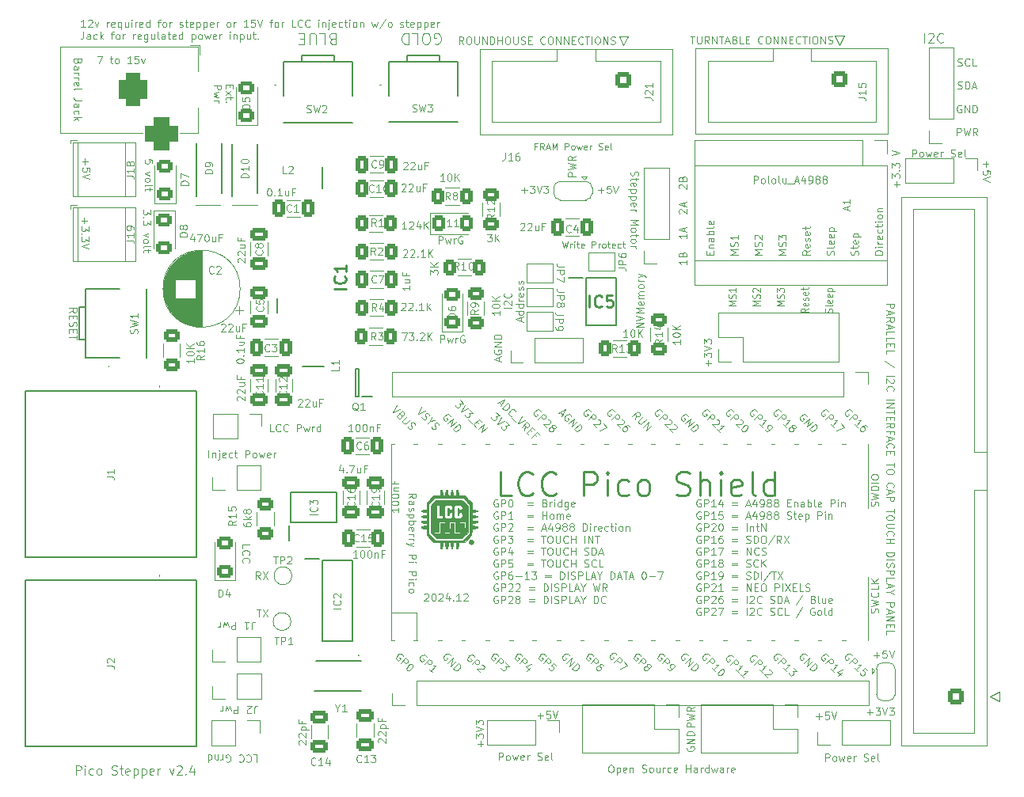
<source format=gto>
%TF.GenerationSoftware,KiCad,Pcbnew,8.0.5*%
%TF.CreationDate,2024-12-19T23:12:18-05:00*%
%TF.ProjectId,LCC-Pico-Stepper_v2_4,4c43432d-5069-4636-9f2d-537465707065,rev?*%
%TF.SameCoordinates,Original*%
%TF.FileFunction,Legend,Top*%
%TF.FilePolarity,Positive*%
%FSLAX46Y46*%
G04 Gerber Fmt 4.6, Leading zero omitted, Abs format (unit mm)*
G04 Created by KiCad (PCBNEW 8.0.5) date 2024-12-19 23:12:18*
%MOMM*%
%LPD*%
G01*
G04 APERTURE LIST*
G04 Aperture macros list*
%AMRoundRect*
0 Rectangle with rounded corners*
0 $1 Rounding radius*
0 $2 $3 $4 $5 $6 $7 $8 $9 X,Y pos of 4 corners*
0 Add a 4 corners polygon primitive as box body*
4,1,4,$2,$3,$4,$5,$6,$7,$8,$9,$2,$3,0*
0 Add four circle primitives for the rounded corners*
1,1,$1+$1,$2,$3*
1,1,$1+$1,$4,$5*
1,1,$1+$1,$6,$7*
1,1,$1+$1,$8,$9*
0 Add four rect primitives between the rounded corners*
20,1,$1+$1,$2,$3,$4,$5,0*
20,1,$1+$1,$4,$5,$6,$7,0*
20,1,$1+$1,$6,$7,$8,$9,0*
20,1,$1+$1,$8,$9,$2,$3,0*%
%AMFreePoly0*
4,1,19,0.550000,-0.750000,0.000000,-0.750000,0.000000,-0.744911,-0.071157,-0.744911,-0.207708,-0.704816,-0.327430,-0.627875,-0.420627,-0.520320,-0.479746,-0.390866,-0.500000,-0.250000,-0.500000,0.250000,-0.479746,0.390866,-0.420627,0.520320,-0.327430,0.627875,-0.207708,0.704816,-0.071157,0.744911,0.000000,0.744911,0.000000,0.750000,0.550000,0.750000,0.550000,-0.750000,0.550000,-0.750000,
$1*%
%AMFreePoly1*
4,1,19,0.000000,0.744911,0.071157,0.744911,0.207708,0.704816,0.327430,0.627875,0.420627,0.520320,0.479746,0.390866,0.500000,0.250000,0.500000,-0.250000,0.479746,-0.390866,0.420627,-0.520320,0.327430,-0.627875,0.207708,-0.704816,0.071157,-0.744911,0.000000,-0.744911,0.000000,-0.750000,-0.550000,-0.750000,-0.550000,0.750000,0.000000,0.750000,0.000000,0.744911,0.000000,0.744911,
$1*%
G04 Aperture macros list end*
%ADD10C,0.100000*%
%ADD11C,0.081280*%
%ADD12C,0.080000*%
%ADD13C,0.250000*%
%ADD14C,0.254000*%
%ADD15C,0.200000*%
%ADD16C,0.120000*%
%ADD17C,0.010000*%
%ADD18C,3.170000*%
%ADD19R,1.400000X1.400000*%
%ADD20C,1.400000*%
%ADD21RoundRect,0.250000X0.400000X0.625000X-0.400000X0.625000X-0.400000X-0.625000X0.400000X-0.625000X0*%
%ADD22R,1.700000X1.700000*%
%ADD23O,1.700000X1.700000*%
%ADD24R,1.150000X0.600000*%
%ADD25RoundRect,0.250001X0.624999X-0.462499X0.624999X0.462499X-0.624999X0.462499X-0.624999X-0.462499X0*%
%ADD26RoundRect,0.250000X-0.400000X-0.625000X0.400000X-0.625000X0.400000X0.625000X-0.400000X0.625000X0*%
%ADD27R,1.600000X1.600000*%
%ADD28O,1.600000X1.600000*%
%ADD29R,1.700000X3.500000*%
%ADD30FreePoly0,270.000000*%
%ADD31R,1.500000X1.000000*%
%ADD32FreePoly1,270.000000*%
%ADD33FreePoly0,180.000000*%
%ADD34R,1.000000X1.500000*%
%ADD35FreePoly1,180.000000*%
%ADD36RoundRect,0.250000X-0.412500X-0.650000X0.412500X-0.650000X0.412500X0.650000X-0.412500X0.650000X0*%
%ADD37R,0.700000X1.550000*%
%ADD38C,1.600000*%
%ADD39RoundRect,0.250000X0.625000X-0.400000X0.625000X0.400000X-0.625000X0.400000X-0.625000X-0.400000X0*%
%ADD40R,1.500000X1.500000*%
%ADD41C,1.500000*%
%ADD42C,1.950000*%
%ADD43R,2.800000X1.850000*%
%ADD44RoundRect,0.250000X0.412500X0.650000X-0.412500X0.650000X-0.412500X-0.650000X0.412500X-0.650000X0*%
%ADD45RoundRect,0.250000X-0.600000X0.600000X-0.600000X-0.600000X0.600000X-0.600000X0.600000X0.600000X0*%
%ADD46C,1.700000*%
%ADD47RoundRect,0.250000X0.650000X-0.412500X0.650000X0.412500X-0.650000X0.412500X-0.650000X-0.412500X0*%
%ADD48R,2.100000X2.100000*%
%ADD49C,2.100000*%
%ADD50RoundRect,0.250000X-0.625000X0.400000X-0.625000X-0.400000X0.625000X-0.400000X0.625000X0.400000X0*%
%ADD51R,1.500000X0.700000*%
%ADD52C,2.200000*%
%ADD53R,1.500000X0.650000*%
%ADD54RoundRect,0.250001X-0.624999X0.462499X-0.624999X-0.462499X0.624999X-0.462499X0.624999X0.462499X0*%
%ADD55R,1.900000X2.400000*%
%ADD56RoundRect,0.250000X-0.650000X0.412500X-0.650000X-0.412500X0.650000X-0.412500X0.650000X0.412500X0*%
%ADD57R,1.850000X2.800000*%
%ADD58R,1.600000X2.300000*%
%ADD59R,0.450000X1.475000*%
%ADD60R,2.310000X2.460000*%
%ADD61RoundRect,0.250000X0.600000X0.600000X-0.600000X0.600000X-0.600000X-0.600000X0.600000X-0.600000X0*%
%ADD62R,3.500000X3.500000*%
%ADD63RoundRect,0.750000X-0.750000X-1.000000X0.750000X-1.000000X0.750000X1.000000X-0.750000X1.000000X0*%
%ADD64RoundRect,0.875000X-0.875000X-0.875000X0.875000X-0.875000X0.875000X0.875000X-0.875000X0.875000X0*%
%ADD65RoundRect,0.250001X-0.462499X-0.624999X0.462499X-0.624999X0.462499X0.624999X-0.462499X0.624999X0*%
G04 APERTURE END LIST*
D10*
X114600000Y-70300000D02*
X117200000Y-70300000D01*
X118500000Y-70300000D02*
X121200000Y-70300000D01*
D11*
X101783282Y-131277650D02*
X101783282Y-130312450D01*
X101783282Y-130312450D02*
X102150977Y-130312450D01*
X102150977Y-130312450D02*
X102242901Y-130358412D01*
X102242901Y-130358412D02*
X102288863Y-130404374D01*
X102288863Y-130404374D02*
X102334825Y-130496298D01*
X102334825Y-130496298D02*
X102334825Y-130634184D01*
X102334825Y-130634184D02*
X102288863Y-130726108D01*
X102288863Y-130726108D02*
X102242901Y-130772069D01*
X102242901Y-130772069D02*
X102150977Y-130818031D01*
X102150977Y-130818031D02*
X101783282Y-130818031D01*
X102748482Y-131277650D02*
X102748482Y-130634184D01*
X102748482Y-130312450D02*
X102702520Y-130358412D01*
X102702520Y-130358412D02*
X102748482Y-130404374D01*
X102748482Y-130404374D02*
X102794444Y-130358412D01*
X102794444Y-130358412D02*
X102748482Y-130312450D01*
X102748482Y-130312450D02*
X102748482Y-130404374D01*
X103621758Y-131231689D02*
X103529834Y-131277650D01*
X103529834Y-131277650D02*
X103345987Y-131277650D01*
X103345987Y-131277650D02*
X103254063Y-131231689D01*
X103254063Y-131231689D02*
X103208101Y-131185727D01*
X103208101Y-131185727D02*
X103162139Y-131093803D01*
X103162139Y-131093803D02*
X103162139Y-130818031D01*
X103162139Y-130818031D02*
X103208101Y-130726108D01*
X103208101Y-130726108D02*
X103254063Y-130680146D01*
X103254063Y-130680146D02*
X103345987Y-130634184D01*
X103345987Y-130634184D02*
X103529834Y-130634184D01*
X103529834Y-130634184D02*
X103621758Y-130680146D01*
X104173301Y-131277650D02*
X104081377Y-131231689D01*
X104081377Y-131231689D02*
X104035415Y-131185727D01*
X104035415Y-131185727D02*
X103989453Y-131093803D01*
X103989453Y-131093803D02*
X103989453Y-130818031D01*
X103989453Y-130818031D02*
X104035415Y-130726108D01*
X104035415Y-130726108D02*
X104081377Y-130680146D01*
X104081377Y-130680146D02*
X104173301Y-130634184D01*
X104173301Y-130634184D02*
X104311186Y-130634184D01*
X104311186Y-130634184D02*
X104403110Y-130680146D01*
X104403110Y-130680146D02*
X104449072Y-130726108D01*
X104449072Y-130726108D02*
X104495034Y-130818031D01*
X104495034Y-130818031D02*
X104495034Y-131093803D01*
X104495034Y-131093803D02*
X104449072Y-131185727D01*
X104449072Y-131185727D02*
X104403110Y-131231689D01*
X104403110Y-131231689D02*
X104311186Y-131277650D01*
X104311186Y-131277650D02*
X104173301Y-131277650D01*
X105598119Y-131231689D02*
X105736005Y-131277650D01*
X105736005Y-131277650D02*
X105965814Y-131277650D01*
X105965814Y-131277650D02*
X106057738Y-131231689D01*
X106057738Y-131231689D02*
X106103700Y-131185727D01*
X106103700Y-131185727D02*
X106149662Y-131093803D01*
X106149662Y-131093803D02*
X106149662Y-131001879D01*
X106149662Y-131001879D02*
X106103700Y-130909955D01*
X106103700Y-130909955D02*
X106057738Y-130863993D01*
X106057738Y-130863993D02*
X105965814Y-130818031D01*
X105965814Y-130818031D02*
X105781967Y-130772069D01*
X105781967Y-130772069D02*
X105690043Y-130726108D01*
X105690043Y-130726108D02*
X105644081Y-130680146D01*
X105644081Y-130680146D02*
X105598119Y-130588222D01*
X105598119Y-130588222D02*
X105598119Y-130496298D01*
X105598119Y-130496298D02*
X105644081Y-130404374D01*
X105644081Y-130404374D02*
X105690043Y-130358412D01*
X105690043Y-130358412D02*
X105781967Y-130312450D01*
X105781967Y-130312450D02*
X106011776Y-130312450D01*
X106011776Y-130312450D02*
X106149662Y-130358412D01*
X106425433Y-130634184D02*
X106793129Y-130634184D01*
X106563319Y-130312450D02*
X106563319Y-131139765D01*
X106563319Y-131139765D02*
X106609281Y-131231689D01*
X106609281Y-131231689D02*
X106701205Y-131277650D01*
X106701205Y-131277650D02*
X106793129Y-131277650D01*
X107482557Y-131231689D02*
X107390633Y-131277650D01*
X107390633Y-131277650D02*
X107206786Y-131277650D01*
X107206786Y-131277650D02*
X107114862Y-131231689D01*
X107114862Y-131231689D02*
X107068900Y-131139765D01*
X107068900Y-131139765D02*
X107068900Y-130772069D01*
X107068900Y-130772069D02*
X107114862Y-130680146D01*
X107114862Y-130680146D02*
X107206786Y-130634184D01*
X107206786Y-130634184D02*
X107390633Y-130634184D01*
X107390633Y-130634184D02*
X107482557Y-130680146D01*
X107482557Y-130680146D02*
X107528519Y-130772069D01*
X107528519Y-130772069D02*
X107528519Y-130863993D01*
X107528519Y-130863993D02*
X107068900Y-130955917D01*
X107942176Y-130634184D02*
X107942176Y-131599384D01*
X107942176Y-130680146D02*
X108034100Y-130634184D01*
X108034100Y-130634184D02*
X108217947Y-130634184D01*
X108217947Y-130634184D02*
X108309871Y-130680146D01*
X108309871Y-130680146D02*
X108355833Y-130726108D01*
X108355833Y-130726108D02*
X108401795Y-130818031D01*
X108401795Y-130818031D02*
X108401795Y-131093803D01*
X108401795Y-131093803D02*
X108355833Y-131185727D01*
X108355833Y-131185727D02*
X108309871Y-131231689D01*
X108309871Y-131231689D02*
X108217947Y-131277650D01*
X108217947Y-131277650D02*
X108034100Y-131277650D01*
X108034100Y-131277650D02*
X107942176Y-131231689D01*
X108815452Y-130634184D02*
X108815452Y-131599384D01*
X108815452Y-130680146D02*
X108907376Y-130634184D01*
X108907376Y-130634184D02*
X109091223Y-130634184D01*
X109091223Y-130634184D02*
X109183147Y-130680146D01*
X109183147Y-130680146D02*
X109229109Y-130726108D01*
X109229109Y-130726108D02*
X109275071Y-130818031D01*
X109275071Y-130818031D02*
X109275071Y-131093803D01*
X109275071Y-131093803D02*
X109229109Y-131185727D01*
X109229109Y-131185727D02*
X109183147Y-131231689D01*
X109183147Y-131231689D02*
X109091223Y-131277650D01*
X109091223Y-131277650D02*
X108907376Y-131277650D01*
X108907376Y-131277650D02*
X108815452Y-131231689D01*
X110056423Y-131231689D02*
X109964499Y-131277650D01*
X109964499Y-131277650D02*
X109780652Y-131277650D01*
X109780652Y-131277650D02*
X109688728Y-131231689D01*
X109688728Y-131231689D02*
X109642766Y-131139765D01*
X109642766Y-131139765D02*
X109642766Y-130772069D01*
X109642766Y-130772069D02*
X109688728Y-130680146D01*
X109688728Y-130680146D02*
X109780652Y-130634184D01*
X109780652Y-130634184D02*
X109964499Y-130634184D01*
X109964499Y-130634184D02*
X110056423Y-130680146D01*
X110056423Y-130680146D02*
X110102385Y-130772069D01*
X110102385Y-130772069D02*
X110102385Y-130863993D01*
X110102385Y-130863993D02*
X109642766Y-130955917D01*
X110516042Y-131277650D02*
X110516042Y-130634184D01*
X110516042Y-130818031D02*
X110562004Y-130726108D01*
X110562004Y-130726108D02*
X110607966Y-130680146D01*
X110607966Y-130680146D02*
X110699890Y-130634184D01*
X110699890Y-130634184D02*
X110791813Y-130634184D01*
X111757013Y-130634184D02*
X111986823Y-131277650D01*
X111986823Y-131277650D02*
X112216632Y-130634184D01*
X112538365Y-130404374D02*
X112584327Y-130358412D01*
X112584327Y-130358412D02*
X112676251Y-130312450D01*
X112676251Y-130312450D02*
X112906060Y-130312450D01*
X112906060Y-130312450D02*
X112997984Y-130358412D01*
X112997984Y-130358412D02*
X113043946Y-130404374D01*
X113043946Y-130404374D02*
X113089908Y-130496298D01*
X113089908Y-130496298D02*
X113089908Y-130588222D01*
X113089908Y-130588222D02*
X113043946Y-130726108D01*
X113043946Y-130726108D02*
X112492403Y-131277650D01*
X112492403Y-131277650D02*
X113089908Y-131277650D01*
X113503565Y-131185727D02*
X113549527Y-131231689D01*
X113549527Y-131231689D02*
X113503565Y-131277650D01*
X113503565Y-131277650D02*
X113457603Y-131231689D01*
X113457603Y-131231689D02*
X113503565Y-131185727D01*
X113503565Y-131185727D02*
X113503565Y-131277650D01*
X114376841Y-130634184D02*
X114376841Y-131277650D01*
X114147032Y-130266489D02*
X113917222Y-130955917D01*
X113917222Y-130955917D02*
X114514727Y-130955917D01*
D12*
X139005011Y-111974125D02*
X139043107Y-111936030D01*
X139043107Y-111936030D02*
X139119297Y-111897935D01*
X139119297Y-111897935D02*
X139309773Y-111897935D01*
X139309773Y-111897935D02*
X139385964Y-111936030D01*
X139385964Y-111936030D02*
X139424059Y-111974125D01*
X139424059Y-111974125D02*
X139462154Y-112050316D01*
X139462154Y-112050316D02*
X139462154Y-112126506D01*
X139462154Y-112126506D02*
X139424059Y-112240792D01*
X139424059Y-112240792D02*
X138966916Y-112697935D01*
X138966916Y-112697935D02*
X139462154Y-112697935D01*
X139957393Y-111897935D02*
X140033583Y-111897935D01*
X140033583Y-111897935D02*
X140109774Y-111936030D01*
X140109774Y-111936030D02*
X140147869Y-111974125D01*
X140147869Y-111974125D02*
X140185964Y-112050316D01*
X140185964Y-112050316D02*
X140224059Y-112202697D01*
X140224059Y-112202697D02*
X140224059Y-112393173D01*
X140224059Y-112393173D02*
X140185964Y-112545554D01*
X140185964Y-112545554D02*
X140147869Y-112621744D01*
X140147869Y-112621744D02*
X140109774Y-112659840D01*
X140109774Y-112659840D02*
X140033583Y-112697935D01*
X140033583Y-112697935D02*
X139957393Y-112697935D01*
X139957393Y-112697935D02*
X139881202Y-112659840D01*
X139881202Y-112659840D02*
X139843107Y-112621744D01*
X139843107Y-112621744D02*
X139805012Y-112545554D01*
X139805012Y-112545554D02*
X139766916Y-112393173D01*
X139766916Y-112393173D02*
X139766916Y-112202697D01*
X139766916Y-112202697D02*
X139805012Y-112050316D01*
X139805012Y-112050316D02*
X139843107Y-111974125D01*
X139843107Y-111974125D02*
X139881202Y-111936030D01*
X139881202Y-111936030D02*
X139957393Y-111897935D01*
X140528821Y-111974125D02*
X140566917Y-111936030D01*
X140566917Y-111936030D02*
X140643107Y-111897935D01*
X140643107Y-111897935D02*
X140833583Y-111897935D01*
X140833583Y-111897935D02*
X140909774Y-111936030D01*
X140909774Y-111936030D02*
X140947869Y-111974125D01*
X140947869Y-111974125D02*
X140985964Y-112050316D01*
X140985964Y-112050316D02*
X140985964Y-112126506D01*
X140985964Y-112126506D02*
X140947869Y-112240792D01*
X140947869Y-112240792D02*
X140490726Y-112697935D01*
X140490726Y-112697935D02*
X140985964Y-112697935D01*
X141671679Y-112164601D02*
X141671679Y-112697935D01*
X141481203Y-111859840D02*
X141290726Y-112431268D01*
X141290726Y-112431268D02*
X141785965Y-112431268D01*
X142090727Y-112621744D02*
X142128822Y-112659840D01*
X142128822Y-112659840D02*
X142090727Y-112697935D01*
X142090727Y-112697935D02*
X142052631Y-112659840D01*
X142052631Y-112659840D02*
X142090727Y-112621744D01*
X142090727Y-112621744D02*
X142090727Y-112697935D01*
X142890726Y-112697935D02*
X142433583Y-112697935D01*
X142662155Y-112697935D02*
X142662155Y-111897935D01*
X142662155Y-111897935D02*
X142585964Y-112012220D01*
X142585964Y-112012220D02*
X142509774Y-112088411D01*
X142509774Y-112088411D02*
X142433583Y-112126506D01*
X143195488Y-111974125D02*
X143233584Y-111936030D01*
X143233584Y-111936030D02*
X143309774Y-111897935D01*
X143309774Y-111897935D02*
X143500250Y-111897935D01*
X143500250Y-111897935D02*
X143576441Y-111936030D01*
X143576441Y-111936030D02*
X143614536Y-111974125D01*
X143614536Y-111974125D02*
X143652631Y-112050316D01*
X143652631Y-112050316D02*
X143652631Y-112126506D01*
X143652631Y-112126506D02*
X143614536Y-112240792D01*
X143614536Y-112240792D02*
X143157393Y-112697935D01*
X143157393Y-112697935D02*
X143652631Y-112697935D01*
X161104160Y-66742604D02*
X161066064Y-66856890D01*
X161066064Y-66856890D02*
X161066064Y-67047366D01*
X161066064Y-67047366D02*
X161104160Y-67123557D01*
X161104160Y-67123557D02*
X161142255Y-67161652D01*
X161142255Y-67161652D02*
X161218445Y-67199747D01*
X161218445Y-67199747D02*
X161294636Y-67199747D01*
X161294636Y-67199747D02*
X161370826Y-67161652D01*
X161370826Y-67161652D02*
X161408921Y-67123557D01*
X161408921Y-67123557D02*
X161447017Y-67047366D01*
X161447017Y-67047366D02*
X161485112Y-66894985D01*
X161485112Y-66894985D02*
X161523207Y-66818795D01*
X161523207Y-66818795D02*
X161561302Y-66780700D01*
X161561302Y-66780700D02*
X161637493Y-66742604D01*
X161637493Y-66742604D02*
X161713683Y-66742604D01*
X161713683Y-66742604D02*
X161789874Y-66780700D01*
X161789874Y-66780700D02*
X161827969Y-66818795D01*
X161827969Y-66818795D02*
X161866064Y-66894985D01*
X161866064Y-66894985D02*
X161866064Y-67085462D01*
X161866064Y-67085462D02*
X161827969Y-67199747D01*
X161599398Y-67428319D02*
X161599398Y-67733081D01*
X161866064Y-67542605D02*
X161180350Y-67542605D01*
X161180350Y-67542605D02*
X161104160Y-67580700D01*
X161104160Y-67580700D02*
X161066064Y-67656890D01*
X161066064Y-67656890D02*
X161066064Y-67733081D01*
X161104160Y-68304510D02*
X161066064Y-68228319D01*
X161066064Y-68228319D02*
X161066064Y-68075938D01*
X161066064Y-68075938D02*
X161104160Y-67999748D01*
X161104160Y-67999748D02*
X161180350Y-67961652D01*
X161180350Y-67961652D02*
X161485112Y-67961652D01*
X161485112Y-67961652D02*
X161561302Y-67999748D01*
X161561302Y-67999748D02*
X161599398Y-68075938D01*
X161599398Y-68075938D02*
X161599398Y-68228319D01*
X161599398Y-68228319D02*
X161561302Y-68304510D01*
X161561302Y-68304510D02*
X161485112Y-68342605D01*
X161485112Y-68342605D02*
X161408921Y-68342605D01*
X161408921Y-68342605D02*
X161332731Y-67961652D01*
X161599398Y-68685462D02*
X160799398Y-68685462D01*
X161561302Y-68685462D02*
X161599398Y-68761652D01*
X161599398Y-68761652D02*
X161599398Y-68914033D01*
X161599398Y-68914033D02*
X161561302Y-68990224D01*
X161561302Y-68990224D02*
X161523207Y-69028319D01*
X161523207Y-69028319D02*
X161447017Y-69066414D01*
X161447017Y-69066414D02*
X161218445Y-69066414D01*
X161218445Y-69066414D02*
X161142255Y-69028319D01*
X161142255Y-69028319D02*
X161104160Y-68990224D01*
X161104160Y-68990224D02*
X161066064Y-68914033D01*
X161066064Y-68914033D02*
X161066064Y-68761652D01*
X161066064Y-68761652D02*
X161104160Y-68685462D01*
X161599398Y-69409272D02*
X160799398Y-69409272D01*
X161561302Y-69409272D02*
X161599398Y-69485462D01*
X161599398Y-69485462D02*
X161599398Y-69637843D01*
X161599398Y-69637843D02*
X161561302Y-69714034D01*
X161561302Y-69714034D02*
X161523207Y-69752129D01*
X161523207Y-69752129D02*
X161447017Y-69790224D01*
X161447017Y-69790224D02*
X161218445Y-69790224D01*
X161218445Y-69790224D02*
X161142255Y-69752129D01*
X161142255Y-69752129D02*
X161104160Y-69714034D01*
X161104160Y-69714034D02*
X161066064Y-69637843D01*
X161066064Y-69637843D02*
X161066064Y-69485462D01*
X161066064Y-69485462D02*
X161104160Y-69409272D01*
X161104160Y-70437844D02*
X161066064Y-70361653D01*
X161066064Y-70361653D02*
X161066064Y-70209272D01*
X161066064Y-70209272D02*
X161104160Y-70133082D01*
X161104160Y-70133082D02*
X161180350Y-70094986D01*
X161180350Y-70094986D02*
X161485112Y-70094986D01*
X161485112Y-70094986D02*
X161561302Y-70133082D01*
X161561302Y-70133082D02*
X161599398Y-70209272D01*
X161599398Y-70209272D02*
X161599398Y-70361653D01*
X161599398Y-70361653D02*
X161561302Y-70437844D01*
X161561302Y-70437844D02*
X161485112Y-70475939D01*
X161485112Y-70475939D02*
X161408921Y-70475939D01*
X161408921Y-70475939D02*
X161332731Y-70094986D01*
X161066064Y-70818796D02*
X161599398Y-70818796D01*
X161447017Y-70818796D02*
X161523207Y-70856891D01*
X161523207Y-70856891D02*
X161561302Y-70894986D01*
X161561302Y-70894986D02*
X161599398Y-70971177D01*
X161599398Y-70971177D02*
X161599398Y-71047367D01*
X161066064Y-71923558D02*
X161866064Y-71923558D01*
X161866064Y-71923558D02*
X161294636Y-72190224D01*
X161294636Y-72190224D02*
X161866064Y-72456891D01*
X161866064Y-72456891D02*
X161066064Y-72456891D01*
X161066064Y-72952129D02*
X161104160Y-72875939D01*
X161104160Y-72875939D02*
X161142255Y-72837844D01*
X161142255Y-72837844D02*
X161218445Y-72799748D01*
X161218445Y-72799748D02*
X161447017Y-72799748D01*
X161447017Y-72799748D02*
X161523207Y-72837844D01*
X161523207Y-72837844D02*
X161561302Y-72875939D01*
X161561302Y-72875939D02*
X161599398Y-72952129D01*
X161599398Y-72952129D02*
X161599398Y-73066415D01*
X161599398Y-73066415D02*
X161561302Y-73142606D01*
X161561302Y-73142606D02*
X161523207Y-73180701D01*
X161523207Y-73180701D02*
X161447017Y-73218796D01*
X161447017Y-73218796D02*
X161218445Y-73218796D01*
X161218445Y-73218796D02*
X161142255Y-73180701D01*
X161142255Y-73180701D02*
X161104160Y-73142606D01*
X161104160Y-73142606D02*
X161066064Y-73066415D01*
X161066064Y-73066415D02*
X161066064Y-72952129D01*
X161599398Y-73447368D02*
X161599398Y-73752130D01*
X161866064Y-73561654D02*
X161180350Y-73561654D01*
X161180350Y-73561654D02*
X161104160Y-73599749D01*
X161104160Y-73599749D02*
X161066064Y-73675939D01*
X161066064Y-73675939D02*
X161066064Y-73752130D01*
X161066064Y-74133082D02*
X161104160Y-74056892D01*
X161104160Y-74056892D02*
X161142255Y-74018797D01*
X161142255Y-74018797D02*
X161218445Y-73980701D01*
X161218445Y-73980701D02*
X161447017Y-73980701D01*
X161447017Y-73980701D02*
X161523207Y-74018797D01*
X161523207Y-74018797D02*
X161561302Y-74056892D01*
X161561302Y-74056892D02*
X161599398Y-74133082D01*
X161599398Y-74133082D02*
X161599398Y-74247368D01*
X161599398Y-74247368D02*
X161561302Y-74323559D01*
X161561302Y-74323559D02*
X161523207Y-74361654D01*
X161523207Y-74361654D02*
X161447017Y-74399749D01*
X161447017Y-74399749D02*
X161218445Y-74399749D01*
X161218445Y-74399749D02*
X161142255Y-74361654D01*
X161142255Y-74361654D02*
X161104160Y-74323559D01*
X161104160Y-74323559D02*
X161066064Y-74247368D01*
X161066064Y-74247368D02*
X161066064Y-74133082D01*
X161066064Y-74742607D02*
X161599398Y-74742607D01*
X161447017Y-74742607D02*
X161523207Y-74780702D01*
X161523207Y-74780702D02*
X161561302Y-74818797D01*
X161561302Y-74818797D02*
X161599398Y-74894988D01*
X161599398Y-74894988D02*
X161599398Y-74971178D01*
X158899748Y-130233935D02*
X159052129Y-130233935D01*
X159052129Y-130233935D02*
X159128319Y-130272030D01*
X159128319Y-130272030D02*
X159204510Y-130348220D01*
X159204510Y-130348220D02*
X159242605Y-130500601D01*
X159242605Y-130500601D02*
X159242605Y-130767268D01*
X159242605Y-130767268D02*
X159204510Y-130919649D01*
X159204510Y-130919649D02*
X159128319Y-130995840D01*
X159128319Y-130995840D02*
X159052129Y-131033935D01*
X159052129Y-131033935D02*
X158899748Y-131033935D01*
X158899748Y-131033935D02*
X158823557Y-130995840D01*
X158823557Y-130995840D02*
X158747367Y-130919649D01*
X158747367Y-130919649D02*
X158709271Y-130767268D01*
X158709271Y-130767268D02*
X158709271Y-130500601D01*
X158709271Y-130500601D02*
X158747367Y-130348220D01*
X158747367Y-130348220D02*
X158823557Y-130272030D01*
X158823557Y-130272030D02*
X158899748Y-130233935D01*
X159585462Y-130500601D02*
X159585462Y-131300601D01*
X159585462Y-130538697D02*
X159661652Y-130500601D01*
X159661652Y-130500601D02*
X159814033Y-130500601D01*
X159814033Y-130500601D02*
X159890224Y-130538697D01*
X159890224Y-130538697D02*
X159928319Y-130576792D01*
X159928319Y-130576792D02*
X159966414Y-130652982D01*
X159966414Y-130652982D02*
X159966414Y-130881554D01*
X159966414Y-130881554D02*
X159928319Y-130957744D01*
X159928319Y-130957744D02*
X159890224Y-130995840D01*
X159890224Y-130995840D02*
X159814033Y-131033935D01*
X159814033Y-131033935D02*
X159661652Y-131033935D01*
X159661652Y-131033935D02*
X159585462Y-130995840D01*
X160614034Y-130995840D02*
X160537843Y-131033935D01*
X160537843Y-131033935D02*
X160385462Y-131033935D01*
X160385462Y-131033935D02*
X160309272Y-130995840D01*
X160309272Y-130995840D02*
X160271176Y-130919649D01*
X160271176Y-130919649D02*
X160271176Y-130614887D01*
X160271176Y-130614887D02*
X160309272Y-130538697D01*
X160309272Y-130538697D02*
X160385462Y-130500601D01*
X160385462Y-130500601D02*
X160537843Y-130500601D01*
X160537843Y-130500601D02*
X160614034Y-130538697D01*
X160614034Y-130538697D02*
X160652129Y-130614887D01*
X160652129Y-130614887D02*
X160652129Y-130691078D01*
X160652129Y-130691078D02*
X160271176Y-130767268D01*
X160994986Y-130500601D02*
X160994986Y-131033935D01*
X160994986Y-130576792D02*
X161033081Y-130538697D01*
X161033081Y-130538697D02*
X161109271Y-130500601D01*
X161109271Y-130500601D02*
X161223557Y-130500601D01*
X161223557Y-130500601D02*
X161299748Y-130538697D01*
X161299748Y-130538697D02*
X161337843Y-130614887D01*
X161337843Y-130614887D02*
X161337843Y-131033935D01*
X162290224Y-130995840D02*
X162404510Y-131033935D01*
X162404510Y-131033935D02*
X162594986Y-131033935D01*
X162594986Y-131033935D02*
X162671177Y-130995840D01*
X162671177Y-130995840D02*
X162709272Y-130957744D01*
X162709272Y-130957744D02*
X162747367Y-130881554D01*
X162747367Y-130881554D02*
X162747367Y-130805363D01*
X162747367Y-130805363D02*
X162709272Y-130729173D01*
X162709272Y-130729173D02*
X162671177Y-130691078D01*
X162671177Y-130691078D02*
X162594986Y-130652982D01*
X162594986Y-130652982D02*
X162442605Y-130614887D01*
X162442605Y-130614887D02*
X162366415Y-130576792D01*
X162366415Y-130576792D02*
X162328320Y-130538697D01*
X162328320Y-130538697D02*
X162290224Y-130462506D01*
X162290224Y-130462506D02*
X162290224Y-130386316D01*
X162290224Y-130386316D02*
X162328320Y-130310125D01*
X162328320Y-130310125D02*
X162366415Y-130272030D01*
X162366415Y-130272030D02*
X162442605Y-130233935D01*
X162442605Y-130233935D02*
X162633082Y-130233935D01*
X162633082Y-130233935D02*
X162747367Y-130272030D01*
X163204510Y-131033935D02*
X163128320Y-130995840D01*
X163128320Y-130995840D02*
X163090225Y-130957744D01*
X163090225Y-130957744D02*
X163052129Y-130881554D01*
X163052129Y-130881554D02*
X163052129Y-130652982D01*
X163052129Y-130652982D02*
X163090225Y-130576792D01*
X163090225Y-130576792D02*
X163128320Y-130538697D01*
X163128320Y-130538697D02*
X163204510Y-130500601D01*
X163204510Y-130500601D02*
X163318796Y-130500601D01*
X163318796Y-130500601D02*
X163394987Y-130538697D01*
X163394987Y-130538697D02*
X163433082Y-130576792D01*
X163433082Y-130576792D02*
X163471177Y-130652982D01*
X163471177Y-130652982D02*
X163471177Y-130881554D01*
X163471177Y-130881554D02*
X163433082Y-130957744D01*
X163433082Y-130957744D02*
X163394987Y-130995840D01*
X163394987Y-130995840D02*
X163318796Y-131033935D01*
X163318796Y-131033935D02*
X163204510Y-131033935D01*
X164156892Y-130500601D02*
X164156892Y-131033935D01*
X163814035Y-130500601D02*
X163814035Y-130919649D01*
X163814035Y-130919649D02*
X163852130Y-130995840D01*
X163852130Y-130995840D02*
X163928320Y-131033935D01*
X163928320Y-131033935D02*
X164042606Y-131033935D01*
X164042606Y-131033935D02*
X164118797Y-130995840D01*
X164118797Y-130995840D02*
X164156892Y-130957744D01*
X164537845Y-131033935D02*
X164537845Y-130500601D01*
X164537845Y-130652982D02*
X164575940Y-130576792D01*
X164575940Y-130576792D02*
X164614035Y-130538697D01*
X164614035Y-130538697D02*
X164690226Y-130500601D01*
X164690226Y-130500601D02*
X164766416Y-130500601D01*
X165375940Y-130995840D02*
X165299749Y-131033935D01*
X165299749Y-131033935D02*
X165147368Y-131033935D01*
X165147368Y-131033935D02*
X165071178Y-130995840D01*
X165071178Y-130995840D02*
X165033083Y-130957744D01*
X165033083Y-130957744D02*
X164994987Y-130881554D01*
X164994987Y-130881554D02*
X164994987Y-130652982D01*
X164994987Y-130652982D02*
X165033083Y-130576792D01*
X165033083Y-130576792D02*
X165071178Y-130538697D01*
X165071178Y-130538697D02*
X165147368Y-130500601D01*
X165147368Y-130500601D02*
X165299749Y-130500601D01*
X165299749Y-130500601D02*
X165375940Y-130538697D01*
X166023559Y-130995840D02*
X165947368Y-131033935D01*
X165947368Y-131033935D02*
X165794987Y-131033935D01*
X165794987Y-131033935D02*
X165718797Y-130995840D01*
X165718797Y-130995840D02*
X165680701Y-130919649D01*
X165680701Y-130919649D02*
X165680701Y-130614887D01*
X165680701Y-130614887D02*
X165718797Y-130538697D01*
X165718797Y-130538697D02*
X165794987Y-130500601D01*
X165794987Y-130500601D02*
X165947368Y-130500601D01*
X165947368Y-130500601D02*
X166023559Y-130538697D01*
X166023559Y-130538697D02*
X166061654Y-130614887D01*
X166061654Y-130614887D02*
X166061654Y-130691078D01*
X166061654Y-130691078D02*
X165680701Y-130767268D01*
X167014035Y-131033935D02*
X167014035Y-130233935D01*
X167014035Y-130614887D02*
X167471178Y-130614887D01*
X167471178Y-131033935D02*
X167471178Y-130233935D01*
X168194987Y-131033935D02*
X168194987Y-130614887D01*
X168194987Y-130614887D02*
X168156892Y-130538697D01*
X168156892Y-130538697D02*
X168080701Y-130500601D01*
X168080701Y-130500601D02*
X167928320Y-130500601D01*
X167928320Y-130500601D02*
X167852130Y-130538697D01*
X168194987Y-130995840D02*
X168118796Y-131033935D01*
X168118796Y-131033935D02*
X167928320Y-131033935D01*
X167928320Y-131033935D02*
X167852130Y-130995840D01*
X167852130Y-130995840D02*
X167814034Y-130919649D01*
X167814034Y-130919649D02*
X167814034Y-130843459D01*
X167814034Y-130843459D02*
X167852130Y-130767268D01*
X167852130Y-130767268D02*
X167928320Y-130729173D01*
X167928320Y-130729173D02*
X168118796Y-130729173D01*
X168118796Y-130729173D02*
X168194987Y-130691078D01*
X168575940Y-131033935D02*
X168575940Y-130500601D01*
X168575940Y-130652982D02*
X168614035Y-130576792D01*
X168614035Y-130576792D02*
X168652130Y-130538697D01*
X168652130Y-130538697D02*
X168728321Y-130500601D01*
X168728321Y-130500601D02*
X168804511Y-130500601D01*
X169414035Y-131033935D02*
X169414035Y-130233935D01*
X169414035Y-130995840D02*
X169337844Y-131033935D01*
X169337844Y-131033935D02*
X169185463Y-131033935D01*
X169185463Y-131033935D02*
X169109273Y-130995840D01*
X169109273Y-130995840D02*
X169071178Y-130957744D01*
X169071178Y-130957744D02*
X169033082Y-130881554D01*
X169033082Y-130881554D02*
X169033082Y-130652982D01*
X169033082Y-130652982D02*
X169071178Y-130576792D01*
X169071178Y-130576792D02*
X169109273Y-130538697D01*
X169109273Y-130538697D02*
X169185463Y-130500601D01*
X169185463Y-130500601D02*
X169337844Y-130500601D01*
X169337844Y-130500601D02*
X169414035Y-130538697D01*
X169718797Y-130500601D02*
X169871178Y-131033935D01*
X169871178Y-131033935D02*
X170023559Y-130652982D01*
X170023559Y-130652982D02*
X170175940Y-131033935D01*
X170175940Y-131033935D02*
X170328321Y-130500601D01*
X170975940Y-131033935D02*
X170975940Y-130614887D01*
X170975940Y-130614887D02*
X170937845Y-130538697D01*
X170937845Y-130538697D02*
X170861654Y-130500601D01*
X170861654Y-130500601D02*
X170709273Y-130500601D01*
X170709273Y-130500601D02*
X170633083Y-130538697D01*
X170975940Y-130995840D02*
X170899749Y-131033935D01*
X170899749Y-131033935D02*
X170709273Y-131033935D01*
X170709273Y-131033935D02*
X170633083Y-130995840D01*
X170633083Y-130995840D02*
X170594987Y-130919649D01*
X170594987Y-130919649D02*
X170594987Y-130843459D01*
X170594987Y-130843459D02*
X170633083Y-130767268D01*
X170633083Y-130767268D02*
X170709273Y-130729173D01*
X170709273Y-130729173D02*
X170899749Y-130729173D01*
X170899749Y-130729173D02*
X170975940Y-130691078D01*
X171356893Y-131033935D02*
X171356893Y-130500601D01*
X171356893Y-130652982D02*
X171394988Y-130576792D01*
X171394988Y-130576792D02*
X171433083Y-130538697D01*
X171433083Y-130538697D02*
X171509274Y-130500601D01*
X171509274Y-130500601D02*
X171585464Y-130500601D01*
X172156893Y-130995840D02*
X172080702Y-131033935D01*
X172080702Y-131033935D02*
X171928321Y-131033935D01*
X171928321Y-131033935D02*
X171852131Y-130995840D01*
X171852131Y-130995840D02*
X171814035Y-130919649D01*
X171814035Y-130919649D02*
X171814035Y-130614887D01*
X171814035Y-130614887D02*
X171852131Y-130538697D01*
X171852131Y-130538697D02*
X171928321Y-130500601D01*
X171928321Y-130500601D02*
X172080702Y-130500601D01*
X172080702Y-130500601D02*
X172156893Y-130538697D01*
X172156893Y-130538697D02*
X172194988Y-130614887D01*
X172194988Y-130614887D02*
X172194988Y-130691078D01*
X172194988Y-130691078D02*
X171814035Y-130767268D01*
X172334735Y-81064098D02*
X171534735Y-81064098D01*
X171534735Y-81064098D02*
X172106163Y-80830765D01*
X172106163Y-80830765D02*
X171534735Y-80597431D01*
X171534735Y-80597431D02*
X172334735Y-80597431D01*
X172296640Y-80297431D02*
X172334735Y-80197431D01*
X172334735Y-80197431D02*
X172334735Y-80030765D01*
X172334735Y-80030765D02*
X172296640Y-79964098D01*
X172296640Y-79964098D02*
X172258544Y-79930765D01*
X172258544Y-79930765D02*
X172182354Y-79897431D01*
X172182354Y-79897431D02*
X172106163Y-79897431D01*
X172106163Y-79897431D02*
X172029973Y-79930765D01*
X172029973Y-79930765D02*
X171991878Y-79964098D01*
X171991878Y-79964098D02*
X171953782Y-80030765D01*
X171953782Y-80030765D02*
X171915687Y-80164098D01*
X171915687Y-80164098D02*
X171877592Y-80230765D01*
X171877592Y-80230765D02*
X171839497Y-80264098D01*
X171839497Y-80264098D02*
X171763306Y-80297431D01*
X171763306Y-80297431D02*
X171687116Y-80297431D01*
X171687116Y-80297431D02*
X171610925Y-80264098D01*
X171610925Y-80264098D02*
X171572830Y-80230765D01*
X171572830Y-80230765D02*
X171534735Y-80164098D01*
X171534735Y-80164098D02*
X171534735Y-79997431D01*
X171534735Y-79997431D02*
X171572830Y-79897431D01*
X172334735Y-79230764D02*
X172334735Y-79630764D01*
X172334735Y-79430764D02*
X171534735Y-79430764D01*
X171534735Y-79430764D02*
X171649020Y-79497431D01*
X171649020Y-79497431D02*
X171725211Y-79564098D01*
X171725211Y-79564098D02*
X171763306Y-79630764D01*
X174910645Y-81064098D02*
X174110645Y-81064098D01*
X174110645Y-81064098D02*
X174682073Y-80830765D01*
X174682073Y-80830765D02*
X174110645Y-80597431D01*
X174110645Y-80597431D02*
X174910645Y-80597431D01*
X174872550Y-80297431D02*
X174910645Y-80197431D01*
X174910645Y-80197431D02*
X174910645Y-80030765D01*
X174910645Y-80030765D02*
X174872550Y-79964098D01*
X174872550Y-79964098D02*
X174834454Y-79930765D01*
X174834454Y-79930765D02*
X174758264Y-79897431D01*
X174758264Y-79897431D02*
X174682073Y-79897431D01*
X174682073Y-79897431D02*
X174605883Y-79930765D01*
X174605883Y-79930765D02*
X174567788Y-79964098D01*
X174567788Y-79964098D02*
X174529692Y-80030765D01*
X174529692Y-80030765D02*
X174491597Y-80164098D01*
X174491597Y-80164098D02*
X174453502Y-80230765D01*
X174453502Y-80230765D02*
X174415407Y-80264098D01*
X174415407Y-80264098D02*
X174339216Y-80297431D01*
X174339216Y-80297431D02*
X174263026Y-80297431D01*
X174263026Y-80297431D02*
X174186835Y-80264098D01*
X174186835Y-80264098D02*
X174148740Y-80230765D01*
X174148740Y-80230765D02*
X174110645Y-80164098D01*
X174110645Y-80164098D02*
X174110645Y-79997431D01*
X174110645Y-79997431D02*
X174148740Y-79897431D01*
X174186835Y-79630764D02*
X174148740Y-79597431D01*
X174148740Y-79597431D02*
X174110645Y-79530764D01*
X174110645Y-79530764D02*
X174110645Y-79364098D01*
X174110645Y-79364098D02*
X174148740Y-79297431D01*
X174148740Y-79297431D02*
X174186835Y-79264098D01*
X174186835Y-79264098D02*
X174263026Y-79230764D01*
X174263026Y-79230764D02*
X174339216Y-79230764D01*
X174339216Y-79230764D02*
X174453502Y-79264098D01*
X174453502Y-79264098D02*
X174910645Y-79664098D01*
X174910645Y-79664098D02*
X174910645Y-79230764D01*
X177486555Y-81064098D02*
X176686555Y-81064098D01*
X176686555Y-81064098D02*
X177257983Y-80830765D01*
X177257983Y-80830765D02*
X176686555Y-80597431D01*
X176686555Y-80597431D02*
X177486555Y-80597431D01*
X177448460Y-80297431D02*
X177486555Y-80197431D01*
X177486555Y-80197431D02*
X177486555Y-80030765D01*
X177486555Y-80030765D02*
X177448460Y-79964098D01*
X177448460Y-79964098D02*
X177410364Y-79930765D01*
X177410364Y-79930765D02*
X177334174Y-79897431D01*
X177334174Y-79897431D02*
X177257983Y-79897431D01*
X177257983Y-79897431D02*
X177181793Y-79930765D01*
X177181793Y-79930765D02*
X177143698Y-79964098D01*
X177143698Y-79964098D02*
X177105602Y-80030765D01*
X177105602Y-80030765D02*
X177067507Y-80164098D01*
X177067507Y-80164098D02*
X177029412Y-80230765D01*
X177029412Y-80230765D02*
X176991317Y-80264098D01*
X176991317Y-80264098D02*
X176915126Y-80297431D01*
X176915126Y-80297431D02*
X176838936Y-80297431D01*
X176838936Y-80297431D02*
X176762745Y-80264098D01*
X176762745Y-80264098D02*
X176724650Y-80230765D01*
X176724650Y-80230765D02*
X176686555Y-80164098D01*
X176686555Y-80164098D02*
X176686555Y-79997431D01*
X176686555Y-79997431D02*
X176724650Y-79897431D01*
X176686555Y-79664098D02*
X176686555Y-79230764D01*
X176686555Y-79230764D02*
X176991317Y-79464098D01*
X176991317Y-79464098D02*
X176991317Y-79364098D01*
X176991317Y-79364098D02*
X177029412Y-79297431D01*
X177029412Y-79297431D02*
X177067507Y-79264098D01*
X177067507Y-79264098D02*
X177143698Y-79230764D01*
X177143698Y-79230764D02*
X177334174Y-79230764D01*
X177334174Y-79230764D02*
X177410364Y-79264098D01*
X177410364Y-79264098D02*
X177448460Y-79297431D01*
X177448460Y-79297431D02*
X177486555Y-79364098D01*
X177486555Y-79364098D02*
X177486555Y-79564098D01*
X177486555Y-79564098D02*
X177448460Y-79630764D01*
X177448460Y-79630764D02*
X177410364Y-79664098D01*
X180062465Y-81397431D02*
X179681512Y-81630764D01*
X180062465Y-81797431D02*
X179262465Y-81797431D01*
X179262465Y-81797431D02*
X179262465Y-81530764D01*
X179262465Y-81530764D02*
X179300560Y-81464098D01*
X179300560Y-81464098D02*
X179338655Y-81430764D01*
X179338655Y-81430764D02*
X179414846Y-81397431D01*
X179414846Y-81397431D02*
X179529131Y-81397431D01*
X179529131Y-81397431D02*
X179605322Y-81430764D01*
X179605322Y-81430764D02*
X179643417Y-81464098D01*
X179643417Y-81464098D02*
X179681512Y-81530764D01*
X179681512Y-81530764D02*
X179681512Y-81797431D01*
X180024370Y-80830764D02*
X180062465Y-80897431D01*
X180062465Y-80897431D02*
X180062465Y-81030764D01*
X180062465Y-81030764D02*
X180024370Y-81097431D01*
X180024370Y-81097431D02*
X179948179Y-81130764D01*
X179948179Y-81130764D02*
X179643417Y-81130764D01*
X179643417Y-81130764D02*
X179567227Y-81097431D01*
X179567227Y-81097431D02*
X179529131Y-81030764D01*
X179529131Y-81030764D02*
X179529131Y-80897431D01*
X179529131Y-80897431D02*
X179567227Y-80830764D01*
X179567227Y-80830764D02*
X179643417Y-80797431D01*
X179643417Y-80797431D02*
X179719608Y-80797431D01*
X179719608Y-80797431D02*
X179795798Y-81130764D01*
X180024370Y-80530764D02*
X180062465Y-80464098D01*
X180062465Y-80464098D02*
X180062465Y-80330764D01*
X180062465Y-80330764D02*
X180024370Y-80264098D01*
X180024370Y-80264098D02*
X179948179Y-80230764D01*
X179948179Y-80230764D02*
X179910084Y-80230764D01*
X179910084Y-80230764D02*
X179833893Y-80264098D01*
X179833893Y-80264098D02*
X179795798Y-80330764D01*
X179795798Y-80330764D02*
X179795798Y-80430764D01*
X179795798Y-80430764D02*
X179757703Y-80497431D01*
X179757703Y-80497431D02*
X179681512Y-80530764D01*
X179681512Y-80530764D02*
X179643417Y-80530764D01*
X179643417Y-80530764D02*
X179567227Y-80497431D01*
X179567227Y-80497431D02*
X179529131Y-80430764D01*
X179529131Y-80430764D02*
X179529131Y-80330764D01*
X179529131Y-80330764D02*
X179567227Y-80264098D01*
X180024370Y-79664097D02*
X180062465Y-79730764D01*
X180062465Y-79730764D02*
X180062465Y-79864097D01*
X180062465Y-79864097D02*
X180024370Y-79930764D01*
X180024370Y-79930764D02*
X179948179Y-79964097D01*
X179948179Y-79964097D02*
X179643417Y-79964097D01*
X179643417Y-79964097D02*
X179567227Y-79930764D01*
X179567227Y-79930764D02*
X179529131Y-79864097D01*
X179529131Y-79864097D02*
X179529131Y-79730764D01*
X179529131Y-79730764D02*
X179567227Y-79664097D01*
X179567227Y-79664097D02*
X179643417Y-79630764D01*
X179643417Y-79630764D02*
X179719608Y-79630764D01*
X179719608Y-79630764D02*
X179795798Y-79964097D01*
X179529131Y-79430764D02*
X179529131Y-79164097D01*
X179262465Y-79330764D02*
X179948179Y-79330764D01*
X179948179Y-79330764D02*
X180024370Y-79297431D01*
X180024370Y-79297431D02*
X180062465Y-79230764D01*
X180062465Y-79230764D02*
X180062465Y-79164097D01*
X182600280Y-81830764D02*
X182638375Y-81730764D01*
X182638375Y-81730764D02*
X182638375Y-81564098D01*
X182638375Y-81564098D02*
X182600280Y-81497431D01*
X182600280Y-81497431D02*
X182562184Y-81464098D01*
X182562184Y-81464098D02*
X182485994Y-81430764D01*
X182485994Y-81430764D02*
X182409803Y-81430764D01*
X182409803Y-81430764D02*
X182333613Y-81464098D01*
X182333613Y-81464098D02*
X182295518Y-81497431D01*
X182295518Y-81497431D02*
X182257422Y-81564098D01*
X182257422Y-81564098D02*
X182219327Y-81697431D01*
X182219327Y-81697431D02*
X182181232Y-81764098D01*
X182181232Y-81764098D02*
X182143137Y-81797431D01*
X182143137Y-81797431D02*
X182066946Y-81830764D01*
X182066946Y-81830764D02*
X181990756Y-81830764D01*
X181990756Y-81830764D02*
X181914565Y-81797431D01*
X181914565Y-81797431D02*
X181876470Y-81764098D01*
X181876470Y-81764098D02*
X181838375Y-81697431D01*
X181838375Y-81697431D02*
X181838375Y-81530764D01*
X181838375Y-81530764D02*
X181876470Y-81430764D01*
X182638375Y-81030764D02*
X182600280Y-81097431D01*
X182600280Y-81097431D02*
X182524089Y-81130764D01*
X182524089Y-81130764D02*
X181838375Y-81130764D01*
X182600280Y-80497430D02*
X182638375Y-80564097D01*
X182638375Y-80564097D02*
X182638375Y-80697430D01*
X182638375Y-80697430D02*
X182600280Y-80764097D01*
X182600280Y-80764097D02*
X182524089Y-80797430D01*
X182524089Y-80797430D02*
X182219327Y-80797430D01*
X182219327Y-80797430D02*
X182143137Y-80764097D01*
X182143137Y-80764097D02*
X182105041Y-80697430D01*
X182105041Y-80697430D02*
X182105041Y-80564097D01*
X182105041Y-80564097D02*
X182143137Y-80497430D01*
X182143137Y-80497430D02*
X182219327Y-80464097D01*
X182219327Y-80464097D02*
X182295518Y-80464097D01*
X182295518Y-80464097D02*
X182371708Y-80797430D01*
X182600280Y-79897430D02*
X182638375Y-79964097D01*
X182638375Y-79964097D02*
X182638375Y-80097430D01*
X182638375Y-80097430D02*
X182600280Y-80164097D01*
X182600280Y-80164097D02*
X182524089Y-80197430D01*
X182524089Y-80197430D02*
X182219327Y-80197430D01*
X182219327Y-80197430D02*
X182143137Y-80164097D01*
X182143137Y-80164097D02*
X182105041Y-80097430D01*
X182105041Y-80097430D02*
X182105041Y-79964097D01*
X182105041Y-79964097D02*
X182143137Y-79897430D01*
X182143137Y-79897430D02*
X182219327Y-79864097D01*
X182219327Y-79864097D02*
X182295518Y-79864097D01*
X182295518Y-79864097D02*
X182371708Y-80197430D01*
X182105041Y-79564097D02*
X182905041Y-79564097D01*
X182143137Y-79564097D02*
X182105041Y-79497430D01*
X182105041Y-79497430D02*
X182105041Y-79364097D01*
X182105041Y-79364097D02*
X182143137Y-79297430D01*
X182143137Y-79297430D02*
X182181232Y-79264097D01*
X182181232Y-79264097D02*
X182257422Y-79230764D01*
X182257422Y-79230764D02*
X182485994Y-79230764D01*
X182485994Y-79230764D02*
X182562184Y-79264097D01*
X182562184Y-79264097D02*
X182600280Y-79297430D01*
X182600280Y-79297430D02*
X182638375Y-79364097D01*
X182638375Y-79364097D02*
X182638375Y-79497430D01*
X182638375Y-79497430D02*
X182600280Y-79564097D01*
X167026135Y-76226099D02*
X167026135Y-76683242D01*
X167026135Y-76454670D02*
X166226135Y-76454670D01*
X166226135Y-76454670D02*
X166340420Y-76530861D01*
X166340420Y-76530861D02*
X166416611Y-76607051D01*
X166416611Y-76607051D02*
X166454706Y-76683242D01*
X166607087Y-75616575D02*
X166645182Y-75502289D01*
X166645182Y-75502289D02*
X166683278Y-75464194D01*
X166683278Y-75464194D02*
X166759468Y-75426098D01*
X166759468Y-75426098D02*
X166873754Y-75426098D01*
X166873754Y-75426098D02*
X166949944Y-75464194D01*
X166949944Y-75464194D02*
X166988040Y-75502289D01*
X166988040Y-75502289D02*
X167026135Y-75578479D01*
X167026135Y-75578479D02*
X167026135Y-75883241D01*
X167026135Y-75883241D02*
X166226135Y-75883241D01*
X166226135Y-75883241D02*
X166226135Y-75616575D01*
X166226135Y-75616575D02*
X166264230Y-75540384D01*
X166264230Y-75540384D02*
X166302325Y-75502289D01*
X166302325Y-75502289D02*
X166378516Y-75464194D01*
X166378516Y-75464194D02*
X166454706Y-75464194D01*
X166454706Y-75464194D02*
X166530897Y-75502289D01*
X166530897Y-75502289D02*
X166568992Y-75540384D01*
X166568992Y-75540384D02*
X166607087Y-75616575D01*
X166607087Y-75616575D02*
X166607087Y-75883241D01*
X167026135Y-73445146D02*
X167026135Y-73902289D01*
X167026135Y-73673717D02*
X166226135Y-73673717D01*
X166226135Y-73673717D02*
X166340420Y-73749908D01*
X166340420Y-73749908D02*
X166416611Y-73826098D01*
X166416611Y-73826098D02*
X166454706Y-73902289D01*
X166797563Y-73140384D02*
X166797563Y-72759431D01*
X167026135Y-73216574D02*
X166226135Y-72949907D01*
X166226135Y-72949907D02*
X167026135Y-72683241D01*
X166302325Y-71235622D02*
X166264230Y-71197526D01*
X166264230Y-71197526D02*
X166226135Y-71121336D01*
X166226135Y-71121336D02*
X166226135Y-70930860D01*
X166226135Y-70930860D02*
X166264230Y-70854669D01*
X166264230Y-70854669D02*
X166302325Y-70816574D01*
X166302325Y-70816574D02*
X166378516Y-70778479D01*
X166378516Y-70778479D02*
X166454706Y-70778479D01*
X166454706Y-70778479D02*
X166568992Y-70816574D01*
X166568992Y-70816574D02*
X167026135Y-71273717D01*
X167026135Y-71273717D02*
X167026135Y-70778479D01*
X166797563Y-70473717D02*
X166797563Y-70092764D01*
X167026135Y-70549907D02*
X166226135Y-70283240D01*
X166226135Y-70283240D02*
X167026135Y-70016574D01*
X166302325Y-68568955D02*
X166264230Y-68530859D01*
X166264230Y-68530859D02*
X166226135Y-68454669D01*
X166226135Y-68454669D02*
X166226135Y-68264193D01*
X166226135Y-68264193D02*
X166264230Y-68188002D01*
X166264230Y-68188002D02*
X166302325Y-68149907D01*
X166302325Y-68149907D02*
X166378516Y-68111812D01*
X166378516Y-68111812D02*
X166454706Y-68111812D01*
X166454706Y-68111812D02*
X166568992Y-68149907D01*
X166568992Y-68149907D02*
X167026135Y-68607050D01*
X167026135Y-68607050D02*
X167026135Y-68111812D01*
X166607087Y-67502288D02*
X166645182Y-67388002D01*
X166645182Y-67388002D02*
X166683278Y-67349907D01*
X166683278Y-67349907D02*
X166759468Y-67311811D01*
X166759468Y-67311811D02*
X166873754Y-67311811D01*
X166873754Y-67311811D02*
X166949944Y-67349907D01*
X166949944Y-67349907D02*
X166988040Y-67388002D01*
X166988040Y-67388002D02*
X167026135Y-67464192D01*
X167026135Y-67464192D02*
X167026135Y-67768954D01*
X167026135Y-67768954D02*
X166226135Y-67768954D01*
X166226135Y-67768954D02*
X166226135Y-67502288D01*
X166226135Y-67502288D02*
X166264230Y-67426097D01*
X166264230Y-67426097D02*
X166302325Y-67388002D01*
X166302325Y-67388002D02*
X166378516Y-67349907D01*
X166378516Y-67349907D02*
X166454706Y-67349907D01*
X166454706Y-67349907D02*
X166530897Y-67388002D01*
X166530897Y-67388002D02*
X166568992Y-67426097D01*
X166568992Y-67426097D02*
X166607087Y-67502288D01*
X166607087Y-67502288D02*
X166607087Y-67768954D01*
X195961133Y-62926135D02*
X195961133Y-62126135D01*
X195961133Y-62126135D02*
X196265895Y-62126135D01*
X196265895Y-62126135D02*
X196342085Y-62164230D01*
X196342085Y-62164230D02*
X196380180Y-62202325D01*
X196380180Y-62202325D02*
X196418276Y-62278516D01*
X196418276Y-62278516D02*
X196418276Y-62392801D01*
X196418276Y-62392801D02*
X196380180Y-62468992D01*
X196380180Y-62468992D02*
X196342085Y-62507087D01*
X196342085Y-62507087D02*
X196265895Y-62545182D01*
X196265895Y-62545182D02*
X195961133Y-62545182D01*
X196684942Y-62126135D02*
X196875418Y-62926135D01*
X196875418Y-62926135D02*
X197027799Y-62354706D01*
X197027799Y-62354706D02*
X197180180Y-62926135D01*
X197180180Y-62926135D02*
X197370657Y-62126135D01*
X198132562Y-62926135D02*
X197865895Y-62545182D01*
X197675419Y-62926135D02*
X197675419Y-62126135D01*
X197675419Y-62126135D02*
X197980181Y-62126135D01*
X197980181Y-62126135D02*
X198056371Y-62164230D01*
X198056371Y-62164230D02*
X198094466Y-62202325D01*
X198094466Y-62202325D02*
X198132562Y-62278516D01*
X198132562Y-62278516D02*
X198132562Y-62392801D01*
X198132562Y-62392801D02*
X198094466Y-62468992D01*
X198094466Y-62468992D02*
X198056371Y-62507087D01*
X198056371Y-62507087D02*
X197980181Y-62545182D01*
X197980181Y-62545182D02*
X197675419Y-62545182D01*
X189519773Y-68401961D02*
X189519773Y-67792438D01*
X189824535Y-68097199D02*
X189215011Y-68097199D01*
X189024535Y-67487676D02*
X189024535Y-66992438D01*
X189024535Y-66992438D02*
X189329297Y-67259104D01*
X189329297Y-67259104D02*
X189329297Y-67144819D01*
X189329297Y-67144819D02*
X189367392Y-67068628D01*
X189367392Y-67068628D02*
X189405487Y-67030533D01*
X189405487Y-67030533D02*
X189481678Y-66992438D01*
X189481678Y-66992438D02*
X189672154Y-66992438D01*
X189672154Y-66992438D02*
X189748344Y-67030533D01*
X189748344Y-67030533D02*
X189786440Y-67068628D01*
X189786440Y-67068628D02*
X189824535Y-67144819D01*
X189824535Y-67144819D02*
X189824535Y-67373390D01*
X189824535Y-67373390D02*
X189786440Y-67449581D01*
X189786440Y-67449581D02*
X189748344Y-67487676D01*
X189748344Y-66649580D02*
X189786440Y-66611485D01*
X189786440Y-66611485D02*
X189824535Y-66649580D01*
X189824535Y-66649580D02*
X189786440Y-66687676D01*
X189786440Y-66687676D02*
X189748344Y-66649580D01*
X189748344Y-66649580D02*
X189824535Y-66649580D01*
X189024535Y-66344819D02*
X189024535Y-65849581D01*
X189024535Y-65849581D02*
X189329297Y-66116247D01*
X189329297Y-66116247D02*
X189329297Y-66001962D01*
X189329297Y-66001962D02*
X189367392Y-65925771D01*
X189367392Y-65925771D02*
X189405487Y-65887676D01*
X189405487Y-65887676D02*
X189481678Y-65849581D01*
X189481678Y-65849581D02*
X189672154Y-65849581D01*
X189672154Y-65849581D02*
X189748344Y-65887676D01*
X189748344Y-65887676D02*
X189786440Y-65925771D01*
X189786440Y-65925771D02*
X189824535Y-66001962D01*
X189824535Y-66001962D02*
X189824535Y-66230533D01*
X189824535Y-66230533D02*
X189786440Y-66306724D01*
X189786440Y-66306724D02*
X189748344Y-66344819D01*
X189024535Y-65011485D02*
X189824535Y-64744818D01*
X189824535Y-64744818D02*
X189024535Y-64478152D01*
X196418276Y-59700430D02*
X196342086Y-59662335D01*
X196342086Y-59662335D02*
X196227800Y-59662335D01*
X196227800Y-59662335D02*
X196113514Y-59700430D01*
X196113514Y-59700430D02*
X196037324Y-59776620D01*
X196037324Y-59776620D02*
X195999229Y-59852811D01*
X195999229Y-59852811D02*
X195961133Y-60005192D01*
X195961133Y-60005192D02*
X195961133Y-60119478D01*
X195961133Y-60119478D02*
X195999229Y-60271859D01*
X195999229Y-60271859D02*
X196037324Y-60348049D01*
X196037324Y-60348049D02*
X196113514Y-60424240D01*
X196113514Y-60424240D02*
X196227800Y-60462335D01*
X196227800Y-60462335D02*
X196303991Y-60462335D01*
X196303991Y-60462335D02*
X196418276Y-60424240D01*
X196418276Y-60424240D02*
X196456372Y-60386144D01*
X196456372Y-60386144D02*
X196456372Y-60119478D01*
X196456372Y-60119478D02*
X196303991Y-60119478D01*
X196799229Y-60462335D02*
X196799229Y-59662335D01*
X196799229Y-59662335D02*
X197256372Y-60462335D01*
X197256372Y-60462335D02*
X197256372Y-59662335D01*
X197637324Y-60462335D02*
X197637324Y-59662335D01*
X197637324Y-59662335D02*
X197827800Y-59662335D01*
X197827800Y-59662335D02*
X197942086Y-59700430D01*
X197942086Y-59700430D02*
X198018276Y-59776620D01*
X198018276Y-59776620D02*
X198056371Y-59852811D01*
X198056371Y-59852811D02*
X198094467Y-60005192D01*
X198094467Y-60005192D02*
X198094467Y-60119478D01*
X198094467Y-60119478D02*
X198056371Y-60271859D01*
X198056371Y-60271859D02*
X198018276Y-60348049D01*
X198018276Y-60348049D02*
X197942086Y-60424240D01*
X197942086Y-60424240D02*
X197827800Y-60462335D01*
X197827800Y-60462335D02*
X197637324Y-60462335D01*
X196055419Y-57874240D02*
X196169705Y-57912335D01*
X196169705Y-57912335D02*
X196360181Y-57912335D01*
X196360181Y-57912335D02*
X196436372Y-57874240D01*
X196436372Y-57874240D02*
X196474467Y-57836144D01*
X196474467Y-57836144D02*
X196512562Y-57759954D01*
X196512562Y-57759954D02*
X196512562Y-57683763D01*
X196512562Y-57683763D02*
X196474467Y-57607573D01*
X196474467Y-57607573D02*
X196436372Y-57569478D01*
X196436372Y-57569478D02*
X196360181Y-57531382D01*
X196360181Y-57531382D02*
X196207800Y-57493287D01*
X196207800Y-57493287D02*
X196131610Y-57455192D01*
X196131610Y-57455192D02*
X196093515Y-57417097D01*
X196093515Y-57417097D02*
X196055419Y-57340906D01*
X196055419Y-57340906D02*
X196055419Y-57264716D01*
X196055419Y-57264716D02*
X196093515Y-57188525D01*
X196093515Y-57188525D02*
X196131610Y-57150430D01*
X196131610Y-57150430D02*
X196207800Y-57112335D01*
X196207800Y-57112335D02*
X196398277Y-57112335D01*
X196398277Y-57112335D02*
X196512562Y-57150430D01*
X196855420Y-57912335D02*
X196855420Y-57112335D01*
X196855420Y-57112335D02*
X197045896Y-57112335D01*
X197045896Y-57112335D02*
X197160182Y-57150430D01*
X197160182Y-57150430D02*
X197236372Y-57226620D01*
X197236372Y-57226620D02*
X197274467Y-57302811D01*
X197274467Y-57302811D02*
X197312563Y-57455192D01*
X197312563Y-57455192D02*
X197312563Y-57569478D01*
X197312563Y-57569478D02*
X197274467Y-57721859D01*
X197274467Y-57721859D02*
X197236372Y-57798049D01*
X197236372Y-57798049D02*
X197160182Y-57874240D01*
X197160182Y-57874240D02*
X197045896Y-57912335D01*
X197045896Y-57912335D02*
X196855420Y-57912335D01*
X197617324Y-57683763D02*
X197998277Y-57683763D01*
X197541134Y-57912335D02*
X197807801Y-57112335D01*
X197807801Y-57112335D02*
X198074467Y-57912335D01*
X196055418Y-55434240D02*
X196169704Y-55472335D01*
X196169704Y-55472335D02*
X196360180Y-55472335D01*
X196360180Y-55472335D02*
X196436371Y-55434240D01*
X196436371Y-55434240D02*
X196474466Y-55396144D01*
X196474466Y-55396144D02*
X196512561Y-55319954D01*
X196512561Y-55319954D02*
X196512561Y-55243763D01*
X196512561Y-55243763D02*
X196474466Y-55167573D01*
X196474466Y-55167573D02*
X196436371Y-55129478D01*
X196436371Y-55129478D02*
X196360180Y-55091382D01*
X196360180Y-55091382D02*
X196207799Y-55053287D01*
X196207799Y-55053287D02*
X196131609Y-55015192D01*
X196131609Y-55015192D02*
X196093514Y-54977097D01*
X196093514Y-54977097D02*
X196055418Y-54900906D01*
X196055418Y-54900906D02*
X196055418Y-54824716D01*
X196055418Y-54824716D02*
X196093514Y-54748525D01*
X196093514Y-54748525D02*
X196131609Y-54710430D01*
X196131609Y-54710430D02*
X196207799Y-54672335D01*
X196207799Y-54672335D02*
X196398276Y-54672335D01*
X196398276Y-54672335D02*
X196512561Y-54710430D01*
X197312562Y-55396144D02*
X197274466Y-55434240D01*
X197274466Y-55434240D02*
X197160181Y-55472335D01*
X197160181Y-55472335D02*
X197083990Y-55472335D01*
X197083990Y-55472335D02*
X196969704Y-55434240D01*
X196969704Y-55434240D02*
X196893514Y-55358049D01*
X196893514Y-55358049D02*
X196855419Y-55281859D01*
X196855419Y-55281859D02*
X196817323Y-55129478D01*
X196817323Y-55129478D02*
X196817323Y-55015192D01*
X196817323Y-55015192D02*
X196855419Y-54862811D01*
X196855419Y-54862811D02*
X196893514Y-54786620D01*
X196893514Y-54786620D02*
X196969704Y-54710430D01*
X196969704Y-54710430D02*
X197083990Y-54672335D01*
X197083990Y-54672335D02*
X197160181Y-54672335D01*
X197160181Y-54672335D02*
X197274466Y-54710430D01*
X197274466Y-54710430D02*
X197312562Y-54748525D01*
X198036371Y-55472335D02*
X197655419Y-55472335D01*
X197655419Y-55472335D02*
X197655419Y-54672335D01*
X192470210Y-52960259D02*
X192470210Y-51960259D01*
X192898781Y-52055497D02*
X192946400Y-52007878D01*
X192946400Y-52007878D02*
X193041638Y-51960259D01*
X193041638Y-51960259D02*
X193279733Y-51960259D01*
X193279733Y-51960259D02*
X193374971Y-52007878D01*
X193374971Y-52007878D02*
X193422590Y-52055497D01*
X193422590Y-52055497D02*
X193470209Y-52150735D01*
X193470209Y-52150735D02*
X193470209Y-52245973D01*
X193470209Y-52245973D02*
X193422590Y-52388830D01*
X193422590Y-52388830D02*
X192851162Y-52960259D01*
X192851162Y-52960259D02*
X193470209Y-52960259D01*
X194470209Y-52865020D02*
X194422590Y-52912640D01*
X194422590Y-52912640D02*
X194279733Y-52960259D01*
X194279733Y-52960259D02*
X194184495Y-52960259D01*
X194184495Y-52960259D02*
X194041638Y-52912640D01*
X194041638Y-52912640D02*
X193946400Y-52817401D01*
X193946400Y-52817401D02*
X193898781Y-52722163D01*
X193898781Y-52722163D02*
X193851162Y-52531687D01*
X193851162Y-52531687D02*
X193851162Y-52388830D01*
X193851162Y-52388830D02*
X193898781Y-52198354D01*
X193898781Y-52198354D02*
X193946400Y-52103116D01*
X193946400Y-52103116D02*
X194041638Y-52007878D01*
X194041638Y-52007878D02*
X194184495Y-51960259D01*
X194184495Y-51960259D02*
X194279733Y-51960259D01*
X194279733Y-51960259D02*
X194422590Y-52007878D01*
X194422590Y-52007878D02*
X194470209Y-52055497D01*
X143206182Y-53121735D02*
X142939515Y-52740782D01*
X142749039Y-53121735D02*
X142749039Y-52321735D01*
X142749039Y-52321735D02*
X143053801Y-52321735D01*
X143053801Y-52321735D02*
X143129991Y-52359830D01*
X143129991Y-52359830D02*
X143168086Y-52397925D01*
X143168086Y-52397925D02*
X143206182Y-52474116D01*
X143206182Y-52474116D02*
X143206182Y-52588401D01*
X143206182Y-52588401D02*
X143168086Y-52664592D01*
X143168086Y-52664592D02*
X143129991Y-52702687D01*
X143129991Y-52702687D02*
X143053801Y-52740782D01*
X143053801Y-52740782D02*
X142749039Y-52740782D01*
X143701420Y-52321735D02*
X143853801Y-52321735D01*
X143853801Y-52321735D02*
X143929991Y-52359830D01*
X143929991Y-52359830D02*
X144006182Y-52436020D01*
X144006182Y-52436020D02*
X144044277Y-52588401D01*
X144044277Y-52588401D02*
X144044277Y-52855068D01*
X144044277Y-52855068D02*
X144006182Y-53007449D01*
X144006182Y-53007449D02*
X143929991Y-53083640D01*
X143929991Y-53083640D02*
X143853801Y-53121735D01*
X143853801Y-53121735D02*
X143701420Y-53121735D01*
X143701420Y-53121735D02*
X143625229Y-53083640D01*
X143625229Y-53083640D02*
X143549039Y-53007449D01*
X143549039Y-53007449D02*
X143510943Y-52855068D01*
X143510943Y-52855068D02*
X143510943Y-52588401D01*
X143510943Y-52588401D02*
X143549039Y-52436020D01*
X143549039Y-52436020D02*
X143625229Y-52359830D01*
X143625229Y-52359830D02*
X143701420Y-52321735D01*
X144387134Y-52321735D02*
X144387134Y-52969354D01*
X144387134Y-52969354D02*
X144425229Y-53045544D01*
X144425229Y-53045544D02*
X144463324Y-53083640D01*
X144463324Y-53083640D02*
X144539515Y-53121735D01*
X144539515Y-53121735D02*
X144691896Y-53121735D01*
X144691896Y-53121735D02*
X144768086Y-53083640D01*
X144768086Y-53083640D02*
X144806181Y-53045544D01*
X144806181Y-53045544D02*
X144844277Y-52969354D01*
X144844277Y-52969354D02*
X144844277Y-52321735D01*
X145225229Y-53121735D02*
X145225229Y-52321735D01*
X145225229Y-52321735D02*
X145682372Y-53121735D01*
X145682372Y-53121735D02*
X145682372Y-52321735D01*
X146063324Y-53121735D02*
X146063324Y-52321735D01*
X146063324Y-52321735D02*
X146253800Y-52321735D01*
X146253800Y-52321735D02*
X146368086Y-52359830D01*
X146368086Y-52359830D02*
X146444276Y-52436020D01*
X146444276Y-52436020D02*
X146482371Y-52512211D01*
X146482371Y-52512211D02*
X146520467Y-52664592D01*
X146520467Y-52664592D02*
X146520467Y-52778878D01*
X146520467Y-52778878D02*
X146482371Y-52931259D01*
X146482371Y-52931259D02*
X146444276Y-53007449D01*
X146444276Y-53007449D02*
X146368086Y-53083640D01*
X146368086Y-53083640D02*
X146253800Y-53121735D01*
X146253800Y-53121735D02*
X146063324Y-53121735D01*
X146863324Y-53121735D02*
X146863324Y-52321735D01*
X146863324Y-52702687D02*
X147320467Y-52702687D01*
X147320467Y-53121735D02*
X147320467Y-52321735D01*
X147853800Y-52321735D02*
X148006181Y-52321735D01*
X148006181Y-52321735D02*
X148082371Y-52359830D01*
X148082371Y-52359830D02*
X148158562Y-52436020D01*
X148158562Y-52436020D02*
X148196657Y-52588401D01*
X148196657Y-52588401D02*
X148196657Y-52855068D01*
X148196657Y-52855068D02*
X148158562Y-53007449D01*
X148158562Y-53007449D02*
X148082371Y-53083640D01*
X148082371Y-53083640D02*
X148006181Y-53121735D01*
X148006181Y-53121735D02*
X147853800Y-53121735D01*
X147853800Y-53121735D02*
X147777609Y-53083640D01*
X147777609Y-53083640D02*
X147701419Y-53007449D01*
X147701419Y-53007449D02*
X147663323Y-52855068D01*
X147663323Y-52855068D02*
X147663323Y-52588401D01*
X147663323Y-52588401D02*
X147701419Y-52436020D01*
X147701419Y-52436020D02*
X147777609Y-52359830D01*
X147777609Y-52359830D02*
X147853800Y-52321735D01*
X148539514Y-52321735D02*
X148539514Y-52969354D01*
X148539514Y-52969354D02*
X148577609Y-53045544D01*
X148577609Y-53045544D02*
X148615704Y-53083640D01*
X148615704Y-53083640D02*
X148691895Y-53121735D01*
X148691895Y-53121735D02*
X148844276Y-53121735D01*
X148844276Y-53121735D02*
X148920466Y-53083640D01*
X148920466Y-53083640D02*
X148958561Y-53045544D01*
X148958561Y-53045544D02*
X148996657Y-52969354D01*
X148996657Y-52969354D02*
X148996657Y-52321735D01*
X149339513Y-53083640D02*
X149453799Y-53121735D01*
X149453799Y-53121735D02*
X149644275Y-53121735D01*
X149644275Y-53121735D02*
X149720466Y-53083640D01*
X149720466Y-53083640D02*
X149758561Y-53045544D01*
X149758561Y-53045544D02*
X149796656Y-52969354D01*
X149796656Y-52969354D02*
X149796656Y-52893163D01*
X149796656Y-52893163D02*
X149758561Y-52816973D01*
X149758561Y-52816973D02*
X149720466Y-52778878D01*
X149720466Y-52778878D02*
X149644275Y-52740782D01*
X149644275Y-52740782D02*
X149491894Y-52702687D01*
X149491894Y-52702687D02*
X149415704Y-52664592D01*
X149415704Y-52664592D02*
X149377609Y-52626497D01*
X149377609Y-52626497D02*
X149339513Y-52550306D01*
X149339513Y-52550306D02*
X149339513Y-52474116D01*
X149339513Y-52474116D02*
X149377609Y-52397925D01*
X149377609Y-52397925D02*
X149415704Y-52359830D01*
X149415704Y-52359830D02*
X149491894Y-52321735D01*
X149491894Y-52321735D02*
X149682371Y-52321735D01*
X149682371Y-52321735D02*
X149796656Y-52359830D01*
X150139514Y-52702687D02*
X150406180Y-52702687D01*
X150520466Y-53121735D02*
X150139514Y-53121735D01*
X150139514Y-53121735D02*
X150139514Y-52321735D01*
X150139514Y-52321735D02*
X150520466Y-52321735D01*
X151929991Y-53045544D02*
X151891895Y-53083640D01*
X151891895Y-53083640D02*
X151777610Y-53121735D01*
X151777610Y-53121735D02*
X151701419Y-53121735D01*
X151701419Y-53121735D02*
X151587133Y-53083640D01*
X151587133Y-53083640D02*
X151510943Y-53007449D01*
X151510943Y-53007449D02*
X151472848Y-52931259D01*
X151472848Y-52931259D02*
X151434752Y-52778878D01*
X151434752Y-52778878D02*
X151434752Y-52664592D01*
X151434752Y-52664592D02*
X151472848Y-52512211D01*
X151472848Y-52512211D02*
X151510943Y-52436020D01*
X151510943Y-52436020D02*
X151587133Y-52359830D01*
X151587133Y-52359830D02*
X151701419Y-52321735D01*
X151701419Y-52321735D02*
X151777610Y-52321735D01*
X151777610Y-52321735D02*
X151891895Y-52359830D01*
X151891895Y-52359830D02*
X151929991Y-52397925D01*
X152425229Y-52321735D02*
X152577610Y-52321735D01*
X152577610Y-52321735D02*
X152653800Y-52359830D01*
X152653800Y-52359830D02*
X152729991Y-52436020D01*
X152729991Y-52436020D02*
X152768086Y-52588401D01*
X152768086Y-52588401D02*
X152768086Y-52855068D01*
X152768086Y-52855068D02*
X152729991Y-53007449D01*
X152729991Y-53007449D02*
X152653800Y-53083640D01*
X152653800Y-53083640D02*
X152577610Y-53121735D01*
X152577610Y-53121735D02*
X152425229Y-53121735D01*
X152425229Y-53121735D02*
X152349038Y-53083640D01*
X152349038Y-53083640D02*
X152272848Y-53007449D01*
X152272848Y-53007449D02*
X152234752Y-52855068D01*
X152234752Y-52855068D02*
X152234752Y-52588401D01*
X152234752Y-52588401D02*
X152272848Y-52436020D01*
X152272848Y-52436020D02*
X152349038Y-52359830D01*
X152349038Y-52359830D02*
X152425229Y-52321735D01*
X153110943Y-53121735D02*
X153110943Y-52321735D01*
X153110943Y-52321735D02*
X153568086Y-53121735D01*
X153568086Y-53121735D02*
X153568086Y-52321735D01*
X153949038Y-53121735D02*
X153949038Y-52321735D01*
X153949038Y-52321735D02*
X154406181Y-53121735D01*
X154406181Y-53121735D02*
X154406181Y-52321735D01*
X154787133Y-52702687D02*
X155053799Y-52702687D01*
X155168085Y-53121735D02*
X154787133Y-53121735D01*
X154787133Y-53121735D02*
X154787133Y-52321735D01*
X154787133Y-52321735D02*
X155168085Y-52321735D01*
X155968086Y-53045544D02*
X155929990Y-53083640D01*
X155929990Y-53083640D02*
X155815705Y-53121735D01*
X155815705Y-53121735D02*
X155739514Y-53121735D01*
X155739514Y-53121735D02*
X155625228Y-53083640D01*
X155625228Y-53083640D02*
X155549038Y-53007449D01*
X155549038Y-53007449D02*
X155510943Y-52931259D01*
X155510943Y-52931259D02*
X155472847Y-52778878D01*
X155472847Y-52778878D02*
X155472847Y-52664592D01*
X155472847Y-52664592D02*
X155510943Y-52512211D01*
X155510943Y-52512211D02*
X155549038Y-52436020D01*
X155549038Y-52436020D02*
X155625228Y-52359830D01*
X155625228Y-52359830D02*
X155739514Y-52321735D01*
X155739514Y-52321735D02*
X155815705Y-52321735D01*
X155815705Y-52321735D02*
X155929990Y-52359830D01*
X155929990Y-52359830D02*
X155968086Y-52397925D01*
X156196657Y-52321735D02*
X156653800Y-52321735D01*
X156425228Y-53121735D02*
X156425228Y-52321735D01*
X156920467Y-53121735D02*
X156920467Y-52321735D01*
X157453800Y-52321735D02*
X157606181Y-52321735D01*
X157606181Y-52321735D02*
X157682371Y-52359830D01*
X157682371Y-52359830D02*
X157758562Y-52436020D01*
X157758562Y-52436020D02*
X157796657Y-52588401D01*
X157796657Y-52588401D02*
X157796657Y-52855068D01*
X157796657Y-52855068D02*
X157758562Y-53007449D01*
X157758562Y-53007449D02*
X157682371Y-53083640D01*
X157682371Y-53083640D02*
X157606181Y-53121735D01*
X157606181Y-53121735D02*
X157453800Y-53121735D01*
X157453800Y-53121735D02*
X157377609Y-53083640D01*
X157377609Y-53083640D02*
X157301419Y-53007449D01*
X157301419Y-53007449D02*
X157263323Y-52855068D01*
X157263323Y-52855068D02*
X157263323Y-52588401D01*
X157263323Y-52588401D02*
X157301419Y-52436020D01*
X157301419Y-52436020D02*
X157377609Y-52359830D01*
X157377609Y-52359830D02*
X157453800Y-52321735D01*
X158139514Y-53121735D02*
X158139514Y-52321735D01*
X158139514Y-52321735D02*
X158596657Y-53121735D01*
X158596657Y-53121735D02*
X158596657Y-52321735D01*
X158939513Y-53083640D02*
X159053799Y-53121735D01*
X159053799Y-53121735D02*
X159244275Y-53121735D01*
X159244275Y-53121735D02*
X159320466Y-53083640D01*
X159320466Y-53083640D02*
X159358561Y-53045544D01*
X159358561Y-53045544D02*
X159396656Y-52969354D01*
X159396656Y-52969354D02*
X159396656Y-52893163D01*
X159396656Y-52893163D02*
X159358561Y-52816973D01*
X159358561Y-52816973D02*
X159320466Y-52778878D01*
X159320466Y-52778878D02*
X159244275Y-52740782D01*
X159244275Y-52740782D02*
X159091894Y-52702687D01*
X159091894Y-52702687D02*
X159015704Y-52664592D01*
X159015704Y-52664592D02*
X158977609Y-52626497D01*
X158977609Y-52626497D02*
X158939513Y-52550306D01*
X158939513Y-52550306D02*
X158939513Y-52474116D01*
X158939513Y-52474116D02*
X158977609Y-52397925D01*
X158977609Y-52397925D02*
X159015704Y-52359830D01*
X159015704Y-52359830D02*
X159091894Y-52321735D01*
X159091894Y-52321735D02*
X159282371Y-52321735D01*
X159282371Y-52321735D02*
X159396656Y-52359830D01*
X167444105Y-52270935D02*
X167901248Y-52270935D01*
X167672676Y-53070935D02*
X167672676Y-52270935D01*
X168167915Y-52270935D02*
X168167915Y-52918554D01*
X168167915Y-52918554D02*
X168206010Y-52994744D01*
X168206010Y-52994744D02*
X168244105Y-53032840D01*
X168244105Y-53032840D02*
X168320296Y-53070935D01*
X168320296Y-53070935D02*
X168472677Y-53070935D01*
X168472677Y-53070935D02*
X168548867Y-53032840D01*
X168548867Y-53032840D02*
X168586962Y-52994744D01*
X168586962Y-52994744D02*
X168625058Y-52918554D01*
X168625058Y-52918554D02*
X168625058Y-52270935D01*
X169463153Y-53070935D02*
X169196486Y-52689982D01*
X169006010Y-53070935D02*
X169006010Y-52270935D01*
X169006010Y-52270935D02*
X169310772Y-52270935D01*
X169310772Y-52270935D02*
X169386962Y-52309030D01*
X169386962Y-52309030D02*
X169425057Y-52347125D01*
X169425057Y-52347125D02*
X169463153Y-52423316D01*
X169463153Y-52423316D02*
X169463153Y-52537601D01*
X169463153Y-52537601D02*
X169425057Y-52613792D01*
X169425057Y-52613792D02*
X169386962Y-52651887D01*
X169386962Y-52651887D02*
X169310772Y-52689982D01*
X169310772Y-52689982D02*
X169006010Y-52689982D01*
X169806010Y-53070935D02*
X169806010Y-52270935D01*
X169806010Y-52270935D02*
X170263153Y-53070935D01*
X170263153Y-53070935D02*
X170263153Y-52270935D01*
X170529819Y-52270935D02*
X170986962Y-52270935D01*
X170758390Y-53070935D02*
X170758390Y-52270935D01*
X171215533Y-52842363D02*
X171596486Y-52842363D01*
X171139343Y-53070935D02*
X171406010Y-52270935D01*
X171406010Y-52270935D02*
X171672676Y-53070935D01*
X172206009Y-52651887D02*
X172320295Y-52689982D01*
X172320295Y-52689982D02*
X172358390Y-52728078D01*
X172358390Y-52728078D02*
X172396486Y-52804268D01*
X172396486Y-52804268D02*
X172396486Y-52918554D01*
X172396486Y-52918554D02*
X172358390Y-52994744D01*
X172358390Y-52994744D02*
X172320295Y-53032840D01*
X172320295Y-53032840D02*
X172244105Y-53070935D01*
X172244105Y-53070935D02*
X171939343Y-53070935D01*
X171939343Y-53070935D02*
X171939343Y-52270935D01*
X171939343Y-52270935D02*
X172206009Y-52270935D01*
X172206009Y-52270935D02*
X172282200Y-52309030D01*
X172282200Y-52309030D02*
X172320295Y-52347125D01*
X172320295Y-52347125D02*
X172358390Y-52423316D01*
X172358390Y-52423316D02*
X172358390Y-52499506D01*
X172358390Y-52499506D02*
X172320295Y-52575697D01*
X172320295Y-52575697D02*
X172282200Y-52613792D01*
X172282200Y-52613792D02*
X172206009Y-52651887D01*
X172206009Y-52651887D02*
X171939343Y-52651887D01*
X173120295Y-53070935D02*
X172739343Y-53070935D01*
X172739343Y-53070935D02*
X172739343Y-52270935D01*
X173386962Y-52651887D02*
X173653628Y-52651887D01*
X173767914Y-53070935D02*
X173386962Y-53070935D01*
X173386962Y-53070935D02*
X173386962Y-52270935D01*
X173386962Y-52270935D02*
X173767914Y-52270935D01*
X175177439Y-52994744D02*
X175139343Y-53032840D01*
X175139343Y-53032840D02*
X175025058Y-53070935D01*
X175025058Y-53070935D02*
X174948867Y-53070935D01*
X174948867Y-53070935D02*
X174834581Y-53032840D01*
X174834581Y-53032840D02*
X174758391Y-52956649D01*
X174758391Y-52956649D02*
X174720296Y-52880459D01*
X174720296Y-52880459D02*
X174682200Y-52728078D01*
X174682200Y-52728078D02*
X174682200Y-52613792D01*
X174682200Y-52613792D02*
X174720296Y-52461411D01*
X174720296Y-52461411D02*
X174758391Y-52385220D01*
X174758391Y-52385220D02*
X174834581Y-52309030D01*
X174834581Y-52309030D02*
X174948867Y-52270935D01*
X174948867Y-52270935D02*
X175025058Y-52270935D01*
X175025058Y-52270935D02*
X175139343Y-52309030D01*
X175139343Y-52309030D02*
X175177439Y-52347125D01*
X175672677Y-52270935D02*
X175825058Y-52270935D01*
X175825058Y-52270935D02*
X175901248Y-52309030D01*
X175901248Y-52309030D02*
X175977439Y-52385220D01*
X175977439Y-52385220D02*
X176015534Y-52537601D01*
X176015534Y-52537601D02*
X176015534Y-52804268D01*
X176015534Y-52804268D02*
X175977439Y-52956649D01*
X175977439Y-52956649D02*
X175901248Y-53032840D01*
X175901248Y-53032840D02*
X175825058Y-53070935D01*
X175825058Y-53070935D02*
X175672677Y-53070935D01*
X175672677Y-53070935D02*
X175596486Y-53032840D01*
X175596486Y-53032840D02*
X175520296Y-52956649D01*
X175520296Y-52956649D02*
X175482200Y-52804268D01*
X175482200Y-52804268D02*
X175482200Y-52537601D01*
X175482200Y-52537601D02*
X175520296Y-52385220D01*
X175520296Y-52385220D02*
X175596486Y-52309030D01*
X175596486Y-52309030D02*
X175672677Y-52270935D01*
X176358391Y-53070935D02*
X176358391Y-52270935D01*
X176358391Y-52270935D02*
X176815534Y-53070935D01*
X176815534Y-53070935D02*
X176815534Y-52270935D01*
X177196486Y-53070935D02*
X177196486Y-52270935D01*
X177196486Y-52270935D02*
X177653629Y-53070935D01*
X177653629Y-53070935D02*
X177653629Y-52270935D01*
X178034581Y-52651887D02*
X178301247Y-52651887D01*
X178415533Y-53070935D02*
X178034581Y-53070935D01*
X178034581Y-53070935D02*
X178034581Y-52270935D01*
X178034581Y-52270935D02*
X178415533Y-52270935D01*
X179215534Y-52994744D02*
X179177438Y-53032840D01*
X179177438Y-53032840D02*
X179063153Y-53070935D01*
X179063153Y-53070935D02*
X178986962Y-53070935D01*
X178986962Y-53070935D02*
X178872676Y-53032840D01*
X178872676Y-53032840D02*
X178796486Y-52956649D01*
X178796486Y-52956649D02*
X178758391Y-52880459D01*
X178758391Y-52880459D02*
X178720295Y-52728078D01*
X178720295Y-52728078D02*
X178720295Y-52613792D01*
X178720295Y-52613792D02*
X178758391Y-52461411D01*
X178758391Y-52461411D02*
X178796486Y-52385220D01*
X178796486Y-52385220D02*
X178872676Y-52309030D01*
X178872676Y-52309030D02*
X178986962Y-52270935D01*
X178986962Y-52270935D02*
X179063153Y-52270935D01*
X179063153Y-52270935D02*
X179177438Y-52309030D01*
X179177438Y-52309030D02*
X179215534Y-52347125D01*
X179444105Y-52270935D02*
X179901248Y-52270935D01*
X179672676Y-53070935D02*
X179672676Y-52270935D01*
X180167915Y-53070935D02*
X180167915Y-52270935D01*
X180701248Y-52270935D02*
X180853629Y-52270935D01*
X180853629Y-52270935D02*
X180929819Y-52309030D01*
X180929819Y-52309030D02*
X181006010Y-52385220D01*
X181006010Y-52385220D02*
X181044105Y-52537601D01*
X181044105Y-52537601D02*
X181044105Y-52804268D01*
X181044105Y-52804268D02*
X181006010Y-52956649D01*
X181006010Y-52956649D02*
X180929819Y-53032840D01*
X180929819Y-53032840D02*
X180853629Y-53070935D01*
X180853629Y-53070935D02*
X180701248Y-53070935D01*
X180701248Y-53070935D02*
X180625057Y-53032840D01*
X180625057Y-53032840D02*
X180548867Y-52956649D01*
X180548867Y-52956649D02*
X180510771Y-52804268D01*
X180510771Y-52804268D02*
X180510771Y-52537601D01*
X180510771Y-52537601D02*
X180548867Y-52385220D01*
X180548867Y-52385220D02*
X180625057Y-52309030D01*
X180625057Y-52309030D02*
X180701248Y-52270935D01*
X181386962Y-53070935D02*
X181386962Y-52270935D01*
X181386962Y-52270935D02*
X181844105Y-53070935D01*
X181844105Y-53070935D02*
X181844105Y-52270935D01*
X182186961Y-53032840D02*
X182301247Y-53070935D01*
X182301247Y-53070935D02*
X182491723Y-53070935D01*
X182491723Y-53070935D02*
X182567914Y-53032840D01*
X182567914Y-53032840D02*
X182606009Y-52994744D01*
X182606009Y-52994744D02*
X182644104Y-52918554D01*
X182644104Y-52918554D02*
X182644104Y-52842363D01*
X182644104Y-52842363D02*
X182606009Y-52766173D01*
X182606009Y-52766173D02*
X182567914Y-52728078D01*
X182567914Y-52728078D02*
X182491723Y-52689982D01*
X182491723Y-52689982D02*
X182339342Y-52651887D01*
X182339342Y-52651887D02*
X182263152Y-52613792D01*
X182263152Y-52613792D02*
X182225057Y-52575697D01*
X182225057Y-52575697D02*
X182186961Y-52499506D01*
X182186961Y-52499506D02*
X182186961Y-52423316D01*
X182186961Y-52423316D02*
X182225057Y-52347125D01*
X182225057Y-52347125D02*
X182263152Y-52309030D01*
X182263152Y-52309030D02*
X182339342Y-52270935D01*
X182339342Y-52270935D02*
X182529819Y-52270935D01*
X182529819Y-52270935D02*
X182644104Y-52309030D01*
X151102429Y-124978373D02*
X151711953Y-124978373D01*
X151407191Y-125283135D02*
X151407191Y-124673611D01*
X152473857Y-124483135D02*
X152092905Y-124483135D01*
X152092905Y-124483135D02*
X152054809Y-124864087D01*
X152054809Y-124864087D02*
X152092905Y-124825992D01*
X152092905Y-124825992D02*
X152169095Y-124787897D01*
X152169095Y-124787897D02*
X152359571Y-124787897D01*
X152359571Y-124787897D02*
X152435762Y-124825992D01*
X152435762Y-124825992D02*
X152473857Y-124864087D01*
X152473857Y-124864087D02*
X152511952Y-124940278D01*
X152511952Y-124940278D02*
X152511952Y-125130754D01*
X152511952Y-125130754D02*
X152473857Y-125206944D01*
X152473857Y-125206944D02*
X152435762Y-125245040D01*
X152435762Y-125245040D02*
X152359571Y-125283135D01*
X152359571Y-125283135D02*
X152169095Y-125283135D01*
X152169095Y-125283135D02*
X152092905Y-125245040D01*
X152092905Y-125245040D02*
X152054809Y-125206944D01*
X152740524Y-124483135D02*
X153007191Y-125283135D01*
X153007191Y-125283135D02*
X153273857Y-124483135D01*
D10*
X129171428Y-52578628D02*
X129000000Y-52521485D01*
X129000000Y-52521485D02*
X128942857Y-52464342D01*
X128942857Y-52464342D02*
X128885714Y-52350057D01*
X128885714Y-52350057D02*
X128885714Y-52178628D01*
X128885714Y-52178628D02*
X128942857Y-52064342D01*
X128942857Y-52064342D02*
X129000000Y-52007200D01*
X129000000Y-52007200D02*
X129114285Y-51950057D01*
X129114285Y-51950057D02*
X129571428Y-51950057D01*
X129571428Y-51950057D02*
X129571428Y-53150057D01*
X129571428Y-53150057D02*
X129171428Y-53150057D01*
X129171428Y-53150057D02*
X129057143Y-53092914D01*
X129057143Y-53092914D02*
X129000000Y-53035771D01*
X129000000Y-53035771D02*
X128942857Y-52921485D01*
X128942857Y-52921485D02*
X128942857Y-52807200D01*
X128942857Y-52807200D02*
X129000000Y-52692914D01*
X129000000Y-52692914D02*
X129057143Y-52635771D01*
X129057143Y-52635771D02*
X129171428Y-52578628D01*
X129171428Y-52578628D02*
X129571428Y-52578628D01*
X127800000Y-51950057D02*
X128371428Y-51950057D01*
X128371428Y-51950057D02*
X128371428Y-53150057D01*
X127399999Y-53150057D02*
X127399999Y-52178628D01*
X127399999Y-52178628D02*
X127342856Y-52064342D01*
X127342856Y-52064342D02*
X127285714Y-52007200D01*
X127285714Y-52007200D02*
X127171428Y-51950057D01*
X127171428Y-51950057D02*
X126942856Y-51950057D01*
X126942856Y-51950057D02*
X126828571Y-52007200D01*
X126828571Y-52007200D02*
X126771428Y-52064342D01*
X126771428Y-52064342D02*
X126714285Y-52178628D01*
X126714285Y-52178628D02*
X126714285Y-53150057D01*
X126142856Y-52578628D02*
X125742856Y-52578628D01*
X125571428Y-51950057D02*
X126142856Y-51950057D01*
X126142856Y-51950057D02*
X126142856Y-53150057D01*
X126142856Y-53150057D02*
X125571428Y-53150057D01*
D12*
X199024026Y-65671829D02*
X199024026Y-66281353D01*
X198719264Y-65976591D02*
X199328788Y-65976591D01*
X199519264Y-67043257D02*
X199519264Y-66662305D01*
X199519264Y-66662305D02*
X199138312Y-66624209D01*
X199138312Y-66624209D02*
X199176407Y-66662305D01*
X199176407Y-66662305D02*
X199214502Y-66738495D01*
X199214502Y-66738495D02*
X199214502Y-66928971D01*
X199214502Y-66928971D02*
X199176407Y-67005162D01*
X199176407Y-67005162D02*
X199138312Y-67043257D01*
X199138312Y-67043257D02*
X199062121Y-67081352D01*
X199062121Y-67081352D02*
X198871645Y-67081352D01*
X198871645Y-67081352D02*
X198795455Y-67043257D01*
X198795455Y-67043257D02*
X198757360Y-67005162D01*
X198757360Y-67005162D02*
X198719264Y-66928971D01*
X198719264Y-66928971D02*
X198719264Y-66738495D01*
X198719264Y-66738495D02*
X198757360Y-66662305D01*
X198757360Y-66662305D02*
X198795455Y-66624209D01*
X199519264Y-67309924D02*
X198719264Y-67576591D01*
X198719264Y-67576591D02*
X199519264Y-67843257D01*
X155165935Y-67266666D02*
X154365935Y-67266666D01*
X154365935Y-67266666D02*
X154365935Y-66961904D01*
X154365935Y-66961904D02*
X154404030Y-66885714D01*
X154404030Y-66885714D02*
X154442125Y-66847619D01*
X154442125Y-66847619D02*
X154518316Y-66809523D01*
X154518316Y-66809523D02*
X154632601Y-66809523D01*
X154632601Y-66809523D02*
X154708792Y-66847619D01*
X154708792Y-66847619D02*
X154746887Y-66885714D01*
X154746887Y-66885714D02*
X154784982Y-66961904D01*
X154784982Y-66961904D02*
X154784982Y-67266666D01*
X154365935Y-66542857D02*
X155165935Y-66352381D01*
X155165935Y-66352381D02*
X154594506Y-66200000D01*
X154594506Y-66200000D02*
X155165935Y-66047619D01*
X155165935Y-66047619D02*
X154365935Y-65857143D01*
X155165935Y-65095237D02*
X154784982Y-65361904D01*
X155165935Y-65552380D02*
X154365935Y-65552380D01*
X154365935Y-65552380D02*
X154365935Y-65247618D01*
X154365935Y-65247618D02*
X154404030Y-65171428D01*
X154404030Y-65171428D02*
X154442125Y-65133333D01*
X154442125Y-65133333D02*
X154518316Y-65095237D01*
X154518316Y-65095237D02*
X154632601Y-65095237D01*
X154632601Y-65095237D02*
X154708792Y-65133333D01*
X154708792Y-65133333D02*
X154746887Y-65171428D01*
X154746887Y-65171428D02*
X154784982Y-65247618D01*
X154784982Y-65247618D02*
X154784982Y-65552380D01*
X186347276Y-124597373D02*
X186956800Y-124597373D01*
X186652038Y-124902135D02*
X186652038Y-124292611D01*
X187261561Y-124102135D02*
X187756799Y-124102135D01*
X187756799Y-124102135D02*
X187490133Y-124406897D01*
X187490133Y-124406897D02*
X187604418Y-124406897D01*
X187604418Y-124406897D02*
X187680609Y-124444992D01*
X187680609Y-124444992D02*
X187718704Y-124483087D01*
X187718704Y-124483087D02*
X187756799Y-124559278D01*
X187756799Y-124559278D02*
X187756799Y-124749754D01*
X187756799Y-124749754D02*
X187718704Y-124825944D01*
X187718704Y-124825944D02*
X187680609Y-124864040D01*
X187680609Y-124864040D02*
X187604418Y-124902135D01*
X187604418Y-124902135D02*
X187375847Y-124902135D01*
X187375847Y-124902135D02*
X187299656Y-124864040D01*
X187299656Y-124864040D02*
X187261561Y-124825944D01*
X187985371Y-124102135D02*
X188252038Y-124902135D01*
X188252038Y-124902135D02*
X188518704Y-124102135D01*
X188709180Y-124102135D02*
X189204418Y-124102135D01*
X189204418Y-124102135D02*
X188937752Y-124406897D01*
X188937752Y-124406897D02*
X189052037Y-124406897D01*
X189052037Y-124406897D02*
X189128228Y-124444992D01*
X189128228Y-124444992D02*
X189166323Y-124483087D01*
X189166323Y-124483087D02*
X189204418Y-124559278D01*
X189204418Y-124559278D02*
X189204418Y-124749754D01*
X189204418Y-124749754D02*
X189166323Y-124825944D01*
X189166323Y-124825944D02*
X189128228Y-124864040D01*
X189128228Y-124864040D02*
X189052037Y-124902135D01*
X189052037Y-124902135D02*
X188823466Y-124902135D01*
X188823466Y-124902135D02*
X188747275Y-124864040D01*
X188747275Y-124864040D02*
X188709180Y-124825944D01*
X188406864Y-80913905D02*
X189206864Y-80913905D01*
X189206864Y-80913905D02*
X189206864Y-81218667D01*
X189206864Y-81218667D02*
X189168769Y-81294857D01*
X189168769Y-81294857D02*
X189130674Y-81332952D01*
X189130674Y-81332952D02*
X189054483Y-81371048D01*
X189054483Y-81371048D02*
X188940198Y-81371048D01*
X188940198Y-81371048D02*
X188864007Y-81332952D01*
X188864007Y-81332952D02*
X188825912Y-81294857D01*
X188825912Y-81294857D02*
X188787817Y-81218667D01*
X188787817Y-81218667D02*
X188787817Y-80913905D01*
X188635436Y-81675809D02*
X188635436Y-82056762D01*
X188406864Y-81599619D02*
X189206864Y-81866286D01*
X189206864Y-81866286D02*
X188406864Y-82132952D01*
X188406864Y-82856762D02*
X188787817Y-82590095D01*
X188406864Y-82399619D02*
X189206864Y-82399619D01*
X189206864Y-82399619D02*
X189206864Y-82704381D01*
X189206864Y-82704381D02*
X189168769Y-82780571D01*
X189168769Y-82780571D02*
X189130674Y-82818666D01*
X189130674Y-82818666D02*
X189054483Y-82856762D01*
X189054483Y-82856762D02*
X188940198Y-82856762D01*
X188940198Y-82856762D02*
X188864007Y-82818666D01*
X188864007Y-82818666D02*
X188825912Y-82780571D01*
X188825912Y-82780571D02*
X188787817Y-82704381D01*
X188787817Y-82704381D02*
X188787817Y-82399619D01*
X188635436Y-83161523D02*
X188635436Y-83542476D01*
X188406864Y-83085333D02*
X189206864Y-83352000D01*
X189206864Y-83352000D02*
X188406864Y-83618666D01*
X188406864Y-84266285D02*
X188406864Y-83885333D01*
X188406864Y-83885333D02*
X189206864Y-83885333D01*
X188406864Y-84913904D02*
X188406864Y-84532952D01*
X188406864Y-84532952D02*
X189206864Y-84532952D01*
X188825912Y-85180571D02*
X188825912Y-85447237D01*
X188406864Y-85561523D02*
X188406864Y-85180571D01*
X188406864Y-85180571D02*
X189206864Y-85180571D01*
X189206864Y-85180571D02*
X189206864Y-85561523D01*
X188406864Y-86285333D02*
X188406864Y-85904381D01*
X188406864Y-85904381D02*
X189206864Y-85904381D01*
X189244960Y-87732952D02*
X188216388Y-87047238D01*
X188406864Y-88609143D02*
X189206864Y-88609143D01*
X189130674Y-88951999D02*
X189168769Y-88990095D01*
X189168769Y-88990095D02*
X189206864Y-89066285D01*
X189206864Y-89066285D02*
X189206864Y-89256761D01*
X189206864Y-89256761D02*
X189168769Y-89332952D01*
X189168769Y-89332952D02*
X189130674Y-89371047D01*
X189130674Y-89371047D02*
X189054483Y-89409142D01*
X189054483Y-89409142D02*
X188978293Y-89409142D01*
X188978293Y-89409142D02*
X188864007Y-89371047D01*
X188864007Y-89371047D02*
X188406864Y-88913904D01*
X188406864Y-88913904D02*
X188406864Y-89409142D01*
X188483055Y-90209143D02*
X188444960Y-90171047D01*
X188444960Y-90171047D02*
X188406864Y-90056762D01*
X188406864Y-90056762D02*
X188406864Y-89980571D01*
X188406864Y-89980571D02*
X188444960Y-89866285D01*
X188444960Y-89866285D02*
X188521150Y-89790095D01*
X188521150Y-89790095D02*
X188597340Y-89752000D01*
X188597340Y-89752000D02*
X188749721Y-89713904D01*
X188749721Y-89713904D02*
X188864007Y-89713904D01*
X188864007Y-89713904D02*
X189016388Y-89752000D01*
X189016388Y-89752000D02*
X189092579Y-89790095D01*
X189092579Y-89790095D02*
X189168769Y-89866285D01*
X189168769Y-89866285D02*
X189206864Y-89980571D01*
X189206864Y-89980571D02*
X189206864Y-90056762D01*
X189206864Y-90056762D02*
X189168769Y-90171047D01*
X189168769Y-90171047D02*
X189130674Y-90209143D01*
X188406864Y-91161524D02*
X189206864Y-91161524D01*
X188406864Y-91542476D02*
X189206864Y-91542476D01*
X189206864Y-91542476D02*
X188406864Y-91999619D01*
X188406864Y-91999619D02*
X189206864Y-91999619D01*
X189206864Y-92266285D02*
X189206864Y-92723428D01*
X188406864Y-92494856D02*
X189206864Y-92494856D01*
X188825912Y-92990095D02*
X188825912Y-93256761D01*
X188406864Y-93371047D02*
X188406864Y-92990095D01*
X188406864Y-92990095D02*
X189206864Y-92990095D01*
X189206864Y-92990095D02*
X189206864Y-93371047D01*
X188406864Y-94171048D02*
X188787817Y-93904381D01*
X188406864Y-93713905D02*
X189206864Y-93713905D01*
X189206864Y-93713905D02*
X189206864Y-94018667D01*
X189206864Y-94018667D02*
X189168769Y-94094857D01*
X189168769Y-94094857D02*
X189130674Y-94132952D01*
X189130674Y-94132952D02*
X189054483Y-94171048D01*
X189054483Y-94171048D02*
X188940198Y-94171048D01*
X188940198Y-94171048D02*
X188864007Y-94132952D01*
X188864007Y-94132952D02*
X188825912Y-94094857D01*
X188825912Y-94094857D02*
X188787817Y-94018667D01*
X188787817Y-94018667D02*
X188787817Y-93713905D01*
X188825912Y-94780571D02*
X188825912Y-94513905D01*
X188406864Y-94513905D02*
X189206864Y-94513905D01*
X189206864Y-94513905D02*
X189206864Y-94894857D01*
X188635436Y-95161523D02*
X188635436Y-95542476D01*
X188406864Y-95085333D02*
X189206864Y-95352000D01*
X189206864Y-95352000D02*
X188406864Y-95618666D01*
X188483055Y-96342476D02*
X188444960Y-96304380D01*
X188444960Y-96304380D02*
X188406864Y-96190095D01*
X188406864Y-96190095D02*
X188406864Y-96113904D01*
X188406864Y-96113904D02*
X188444960Y-95999618D01*
X188444960Y-95999618D02*
X188521150Y-95923428D01*
X188521150Y-95923428D02*
X188597340Y-95885333D01*
X188597340Y-95885333D02*
X188749721Y-95847237D01*
X188749721Y-95847237D02*
X188864007Y-95847237D01*
X188864007Y-95847237D02*
X189016388Y-95885333D01*
X189016388Y-95885333D02*
X189092579Y-95923428D01*
X189092579Y-95923428D02*
X189168769Y-95999618D01*
X189168769Y-95999618D02*
X189206864Y-96113904D01*
X189206864Y-96113904D02*
X189206864Y-96190095D01*
X189206864Y-96190095D02*
X189168769Y-96304380D01*
X189168769Y-96304380D02*
X189130674Y-96342476D01*
X188825912Y-96685333D02*
X188825912Y-96951999D01*
X188406864Y-97066285D02*
X188406864Y-96685333D01*
X188406864Y-96685333D02*
X189206864Y-96685333D01*
X189206864Y-96685333D02*
X189206864Y-97066285D01*
X189206864Y-97904381D02*
X189206864Y-98361524D01*
X188406864Y-98132952D02*
X189206864Y-98132952D01*
X189206864Y-98780572D02*
X189206864Y-98932953D01*
X189206864Y-98932953D02*
X189168769Y-99009143D01*
X189168769Y-99009143D02*
X189092579Y-99085334D01*
X189092579Y-99085334D02*
X188940198Y-99123429D01*
X188940198Y-99123429D02*
X188673531Y-99123429D01*
X188673531Y-99123429D02*
X188521150Y-99085334D01*
X188521150Y-99085334D02*
X188444960Y-99009143D01*
X188444960Y-99009143D02*
X188406864Y-98932953D01*
X188406864Y-98932953D02*
X188406864Y-98780572D01*
X188406864Y-98780572D02*
X188444960Y-98704381D01*
X188444960Y-98704381D02*
X188521150Y-98628191D01*
X188521150Y-98628191D02*
X188673531Y-98590095D01*
X188673531Y-98590095D02*
X188940198Y-98590095D01*
X188940198Y-98590095D02*
X189092579Y-98628191D01*
X189092579Y-98628191D02*
X189168769Y-98704381D01*
X189168769Y-98704381D02*
X189206864Y-98780572D01*
X188483055Y-100532953D02*
X188444960Y-100494857D01*
X188444960Y-100494857D02*
X188406864Y-100380572D01*
X188406864Y-100380572D02*
X188406864Y-100304381D01*
X188406864Y-100304381D02*
X188444960Y-100190095D01*
X188444960Y-100190095D02*
X188521150Y-100113905D01*
X188521150Y-100113905D02*
X188597340Y-100075810D01*
X188597340Y-100075810D02*
X188749721Y-100037714D01*
X188749721Y-100037714D02*
X188864007Y-100037714D01*
X188864007Y-100037714D02*
X189016388Y-100075810D01*
X189016388Y-100075810D02*
X189092579Y-100113905D01*
X189092579Y-100113905D02*
X189168769Y-100190095D01*
X189168769Y-100190095D02*
X189206864Y-100304381D01*
X189206864Y-100304381D02*
X189206864Y-100380572D01*
X189206864Y-100380572D02*
X189168769Y-100494857D01*
X189168769Y-100494857D02*
X189130674Y-100532953D01*
X188635436Y-100837714D02*
X188635436Y-101218667D01*
X188406864Y-100761524D02*
X189206864Y-101028191D01*
X189206864Y-101028191D02*
X188406864Y-101294857D01*
X188406864Y-101561524D02*
X189206864Y-101561524D01*
X189206864Y-101561524D02*
X189206864Y-101866286D01*
X189206864Y-101866286D02*
X189168769Y-101942476D01*
X189168769Y-101942476D02*
X189130674Y-101980571D01*
X189130674Y-101980571D02*
X189054483Y-102018667D01*
X189054483Y-102018667D02*
X188940198Y-102018667D01*
X188940198Y-102018667D02*
X188864007Y-101980571D01*
X188864007Y-101980571D02*
X188825912Y-101942476D01*
X188825912Y-101942476D02*
X188787817Y-101866286D01*
X188787817Y-101866286D02*
X188787817Y-101561524D01*
X189206864Y-102856762D02*
X189206864Y-103313905D01*
X188406864Y-103085333D02*
X189206864Y-103085333D01*
X189206864Y-103732953D02*
X189206864Y-103885334D01*
X189206864Y-103885334D02*
X189168769Y-103961524D01*
X189168769Y-103961524D02*
X189092579Y-104037715D01*
X189092579Y-104037715D02*
X188940198Y-104075810D01*
X188940198Y-104075810D02*
X188673531Y-104075810D01*
X188673531Y-104075810D02*
X188521150Y-104037715D01*
X188521150Y-104037715D02*
X188444960Y-103961524D01*
X188444960Y-103961524D02*
X188406864Y-103885334D01*
X188406864Y-103885334D02*
X188406864Y-103732953D01*
X188406864Y-103732953D02*
X188444960Y-103656762D01*
X188444960Y-103656762D02*
X188521150Y-103580572D01*
X188521150Y-103580572D02*
X188673531Y-103542476D01*
X188673531Y-103542476D02*
X188940198Y-103542476D01*
X188940198Y-103542476D02*
X189092579Y-103580572D01*
X189092579Y-103580572D02*
X189168769Y-103656762D01*
X189168769Y-103656762D02*
X189206864Y-103732953D01*
X189206864Y-104418667D02*
X188559245Y-104418667D01*
X188559245Y-104418667D02*
X188483055Y-104456762D01*
X188483055Y-104456762D02*
X188444960Y-104494857D01*
X188444960Y-104494857D02*
X188406864Y-104571048D01*
X188406864Y-104571048D02*
X188406864Y-104723429D01*
X188406864Y-104723429D02*
X188444960Y-104799619D01*
X188444960Y-104799619D02*
X188483055Y-104837714D01*
X188483055Y-104837714D02*
X188559245Y-104875810D01*
X188559245Y-104875810D02*
X189206864Y-104875810D01*
X188483055Y-105713905D02*
X188444960Y-105675809D01*
X188444960Y-105675809D02*
X188406864Y-105561524D01*
X188406864Y-105561524D02*
X188406864Y-105485333D01*
X188406864Y-105485333D02*
X188444960Y-105371047D01*
X188444960Y-105371047D02*
X188521150Y-105294857D01*
X188521150Y-105294857D02*
X188597340Y-105256762D01*
X188597340Y-105256762D02*
X188749721Y-105218666D01*
X188749721Y-105218666D02*
X188864007Y-105218666D01*
X188864007Y-105218666D02*
X189016388Y-105256762D01*
X189016388Y-105256762D02*
X189092579Y-105294857D01*
X189092579Y-105294857D02*
X189168769Y-105371047D01*
X189168769Y-105371047D02*
X189206864Y-105485333D01*
X189206864Y-105485333D02*
X189206864Y-105561524D01*
X189206864Y-105561524D02*
X189168769Y-105675809D01*
X189168769Y-105675809D02*
X189130674Y-105713905D01*
X188406864Y-106056762D02*
X189206864Y-106056762D01*
X188825912Y-106056762D02*
X188825912Y-106513905D01*
X188406864Y-106513905D02*
X189206864Y-106513905D01*
X188406864Y-107504381D02*
X189206864Y-107504381D01*
X189206864Y-107504381D02*
X189206864Y-107694857D01*
X189206864Y-107694857D02*
X189168769Y-107809143D01*
X189168769Y-107809143D02*
X189092579Y-107885333D01*
X189092579Y-107885333D02*
X189016388Y-107923428D01*
X189016388Y-107923428D02*
X188864007Y-107961524D01*
X188864007Y-107961524D02*
X188749721Y-107961524D01*
X188749721Y-107961524D02*
X188597340Y-107923428D01*
X188597340Y-107923428D02*
X188521150Y-107885333D01*
X188521150Y-107885333D02*
X188444960Y-107809143D01*
X188444960Y-107809143D02*
X188406864Y-107694857D01*
X188406864Y-107694857D02*
X188406864Y-107504381D01*
X188406864Y-108304381D02*
X189206864Y-108304381D01*
X188444960Y-108647237D02*
X188406864Y-108761523D01*
X188406864Y-108761523D02*
X188406864Y-108951999D01*
X188406864Y-108951999D02*
X188444960Y-109028190D01*
X188444960Y-109028190D02*
X188483055Y-109066285D01*
X188483055Y-109066285D02*
X188559245Y-109104380D01*
X188559245Y-109104380D02*
X188635436Y-109104380D01*
X188635436Y-109104380D02*
X188711626Y-109066285D01*
X188711626Y-109066285D02*
X188749721Y-109028190D01*
X188749721Y-109028190D02*
X188787817Y-108951999D01*
X188787817Y-108951999D02*
X188825912Y-108799618D01*
X188825912Y-108799618D02*
X188864007Y-108723428D01*
X188864007Y-108723428D02*
X188902102Y-108685333D01*
X188902102Y-108685333D02*
X188978293Y-108647237D01*
X188978293Y-108647237D02*
X189054483Y-108647237D01*
X189054483Y-108647237D02*
X189130674Y-108685333D01*
X189130674Y-108685333D02*
X189168769Y-108723428D01*
X189168769Y-108723428D02*
X189206864Y-108799618D01*
X189206864Y-108799618D02*
X189206864Y-108990095D01*
X189206864Y-108990095D02*
X189168769Y-109104380D01*
X188406864Y-109447238D02*
X189206864Y-109447238D01*
X189206864Y-109447238D02*
X189206864Y-109752000D01*
X189206864Y-109752000D02*
X189168769Y-109828190D01*
X189168769Y-109828190D02*
X189130674Y-109866285D01*
X189130674Y-109866285D02*
X189054483Y-109904381D01*
X189054483Y-109904381D02*
X188940198Y-109904381D01*
X188940198Y-109904381D02*
X188864007Y-109866285D01*
X188864007Y-109866285D02*
X188825912Y-109828190D01*
X188825912Y-109828190D02*
X188787817Y-109752000D01*
X188787817Y-109752000D02*
X188787817Y-109447238D01*
X188406864Y-110628190D02*
X188406864Y-110247238D01*
X188406864Y-110247238D02*
X189206864Y-110247238D01*
X188635436Y-110856761D02*
X188635436Y-111237714D01*
X188406864Y-110780571D02*
X189206864Y-111047238D01*
X189206864Y-111047238D02*
X188406864Y-111313904D01*
X188787817Y-111732952D02*
X188406864Y-111732952D01*
X189206864Y-111466285D02*
X188787817Y-111732952D01*
X188787817Y-111732952D02*
X189206864Y-111999618D01*
X188406864Y-112875809D02*
X189206864Y-112875809D01*
X189206864Y-112875809D02*
X189206864Y-113180571D01*
X189206864Y-113180571D02*
X189168769Y-113256761D01*
X189168769Y-113256761D02*
X189130674Y-113294856D01*
X189130674Y-113294856D02*
X189054483Y-113332952D01*
X189054483Y-113332952D02*
X188940198Y-113332952D01*
X188940198Y-113332952D02*
X188864007Y-113294856D01*
X188864007Y-113294856D02*
X188825912Y-113256761D01*
X188825912Y-113256761D02*
X188787817Y-113180571D01*
X188787817Y-113180571D02*
X188787817Y-112875809D01*
X188635436Y-113637713D02*
X188635436Y-114018666D01*
X188406864Y-113561523D02*
X189206864Y-113828190D01*
X189206864Y-113828190D02*
X188406864Y-114094856D01*
X188406864Y-114361523D02*
X189206864Y-114361523D01*
X189206864Y-114361523D02*
X188406864Y-114818666D01*
X188406864Y-114818666D02*
X189206864Y-114818666D01*
X188825912Y-115199618D02*
X188825912Y-115466284D01*
X188406864Y-115580570D02*
X188406864Y-115199618D01*
X188406864Y-115199618D02*
X189206864Y-115199618D01*
X189206864Y-115199618D02*
X189206864Y-115580570D01*
X188406864Y-116304380D02*
X188406864Y-115923428D01*
X188406864Y-115923428D02*
X189206864Y-115923428D01*
X146862154Y-101872030D02*
X146785964Y-101833935D01*
X146785964Y-101833935D02*
X146671678Y-101833935D01*
X146671678Y-101833935D02*
X146557392Y-101872030D01*
X146557392Y-101872030D02*
X146481202Y-101948220D01*
X146481202Y-101948220D02*
X146443107Y-102024411D01*
X146443107Y-102024411D02*
X146405011Y-102176792D01*
X146405011Y-102176792D02*
X146405011Y-102291078D01*
X146405011Y-102291078D02*
X146443107Y-102443459D01*
X146443107Y-102443459D02*
X146481202Y-102519649D01*
X146481202Y-102519649D02*
X146557392Y-102595840D01*
X146557392Y-102595840D02*
X146671678Y-102633935D01*
X146671678Y-102633935D02*
X146747869Y-102633935D01*
X146747869Y-102633935D02*
X146862154Y-102595840D01*
X146862154Y-102595840D02*
X146900250Y-102557744D01*
X146900250Y-102557744D02*
X146900250Y-102291078D01*
X146900250Y-102291078D02*
X146747869Y-102291078D01*
X147243107Y-102633935D02*
X147243107Y-101833935D01*
X147243107Y-101833935D02*
X147547869Y-101833935D01*
X147547869Y-101833935D02*
X147624059Y-101872030D01*
X147624059Y-101872030D02*
X147662154Y-101910125D01*
X147662154Y-101910125D02*
X147700250Y-101986316D01*
X147700250Y-101986316D02*
X147700250Y-102100601D01*
X147700250Y-102100601D02*
X147662154Y-102176792D01*
X147662154Y-102176792D02*
X147624059Y-102214887D01*
X147624059Y-102214887D02*
X147547869Y-102252982D01*
X147547869Y-102252982D02*
X147243107Y-102252982D01*
X148195488Y-101833935D02*
X148271678Y-101833935D01*
X148271678Y-101833935D02*
X148347869Y-101872030D01*
X148347869Y-101872030D02*
X148385964Y-101910125D01*
X148385964Y-101910125D02*
X148424059Y-101986316D01*
X148424059Y-101986316D02*
X148462154Y-102138697D01*
X148462154Y-102138697D02*
X148462154Y-102329173D01*
X148462154Y-102329173D02*
X148424059Y-102481554D01*
X148424059Y-102481554D02*
X148385964Y-102557744D01*
X148385964Y-102557744D02*
X148347869Y-102595840D01*
X148347869Y-102595840D02*
X148271678Y-102633935D01*
X148271678Y-102633935D02*
X148195488Y-102633935D01*
X148195488Y-102633935D02*
X148119297Y-102595840D01*
X148119297Y-102595840D02*
X148081202Y-102557744D01*
X148081202Y-102557744D02*
X148043107Y-102481554D01*
X148043107Y-102481554D02*
X148005011Y-102329173D01*
X148005011Y-102329173D02*
X148005011Y-102138697D01*
X148005011Y-102138697D02*
X148043107Y-101986316D01*
X148043107Y-101986316D02*
X148081202Y-101910125D01*
X148081202Y-101910125D02*
X148119297Y-101872030D01*
X148119297Y-101872030D02*
X148195488Y-101833935D01*
X150024060Y-102214887D02*
X150633584Y-102214887D01*
X150633584Y-102443459D02*
X150024060Y-102443459D01*
X151890726Y-102214887D02*
X152005012Y-102252982D01*
X152005012Y-102252982D02*
X152043107Y-102291078D01*
X152043107Y-102291078D02*
X152081203Y-102367268D01*
X152081203Y-102367268D02*
X152081203Y-102481554D01*
X152081203Y-102481554D02*
X152043107Y-102557744D01*
X152043107Y-102557744D02*
X152005012Y-102595840D01*
X152005012Y-102595840D02*
X151928822Y-102633935D01*
X151928822Y-102633935D02*
X151624060Y-102633935D01*
X151624060Y-102633935D02*
X151624060Y-101833935D01*
X151624060Y-101833935D02*
X151890726Y-101833935D01*
X151890726Y-101833935D02*
X151966917Y-101872030D01*
X151966917Y-101872030D02*
X152005012Y-101910125D01*
X152005012Y-101910125D02*
X152043107Y-101986316D01*
X152043107Y-101986316D02*
X152043107Y-102062506D01*
X152043107Y-102062506D02*
X152005012Y-102138697D01*
X152005012Y-102138697D02*
X151966917Y-102176792D01*
X151966917Y-102176792D02*
X151890726Y-102214887D01*
X151890726Y-102214887D02*
X151624060Y-102214887D01*
X152424060Y-102633935D02*
X152424060Y-102100601D01*
X152424060Y-102252982D02*
X152462155Y-102176792D01*
X152462155Y-102176792D02*
X152500250Y-102138697D01*
X152500250Y-102138697D02*
X152576441Y-102100601D01*
X152576441Y-102100601D02*
X152652631Y-102100601D01*
X152919298Y-102633935D02*
X152919298Y-102100601D01*
X152919298Y-101833935D02*
X152881202Y-101872030D01*
X152881202Y-101872030D02*
X152919298Y-101910125D01*
X152919298Y-101910125D02*
X152957393Y-101872030D01*
X152957393Y-101872030D02*
X152919298Y-101833935D01*
X152919298Y-101833935D02*
X152919298Y-101910125D01*
X153643107Y-102633935D02*
X153643107Y-101833935D01*
X153643107Y-102595840D02*
X153566916Y-102633935D01*
X153566916Y-102633935D02*
X153414535Y-102633935D01*
X153414535Y-102633935D02*
X153338345Y-102595840D01*
X153338345Y-102595840D02*
X153300250Y-102557744D01*
X153300250Y-102557744D02*
X153262154Y-102481554D01*
X153262154Y-102481554D02*
X153262154Y-102252982D01*
X153262154Y-102252982D02*
X153300250Y-102176792D01*
X153300250Y-102176792D02*
X153338345Y-102138697D01*
X153338345Y-102138697D02*
X153414535Y-102100601D01*
X153414535Y-102100601D02*
X153566916Y-102100601D01*
X153566916Y-102100601D02*
X153643107Y-102138697D01*
X154366917Y-102100601D02*
X154366917Y-102748220D01*
X154366917Y-102748220D02*
X154328822Y-102824411D01*
X154328822Y-102824411D02*
X154290726Y-102862506D01*
X154290726Y-102862506D02*
X154214536Y-102900601D01*
X154214536Y-102900601D02*
X154100250Y-102900601D01*
X154100250Y-102900601D02*
X154024060Y-102862506D01*
X154366917Y-102595840D02*
X154290726Y-102633935D01*
X154290726Y-102633935D02*
X154138345Y-102633935D01*
X154138345Y-102633935D02*
X154062155Y-102595840D01*
X154062155Y-102595840D02*
X154024060Y-102557744D01*
X154024060Y-102557744D02*
X153985964Y-102481554D01*
X153985964Y-102481554D02*
X153985964Y-102252982D01*
X153985964Y-102252982D02*
X154024060Y-102176792D01*
X154024060Y-102176792D02*
X154062155Y-102138697D01*
X154062155Y-102138697D02*
X154138345Y-102100601D01*
X154138345Y-102100601D02*
X154290726Y-102100601D01*
X154290726Y-102100601D02*
X154366917Y-102138697D01*
X155052632Y-102595840D02*
X154976441Y-102633935D01*
X154976441Y-102633935D02*
X154824060Y-102633935D01*
X154824060Y-102633935D02*
X154747870Y-102595840D01*
X154747870Y-102595840D02*
X154709774Y-102519649D01*
X154709774Y-102519649D02*
X154709774Y-102214887D01*
X154709774Y-102214887D02*
X154747870Y-102138697D01*
X154747870Y-102138697D02*
X154824060Y-102100601D01*
X154824060Y-102100601D02*
X154976441Y-102100601D01*
X154976441Y-102100601D02*
X155052632Y-102138697D01*
X155052632Y-102138697D02*
X155090727Y-102214887D01*
X155090727Y-102214887D02*
X155090727Y-102291078D01*
X155090727Y-102291078D02*
X154709774Y-102367268D01*
X146862154Y-103159985D02*
X146785964Y-103121890D01*
X146785964Y-103121890D02*
X146671678Y-103121890D01*
X146671678Y-103121890D02*
X146557392Y-103159985D01*
X146557392Y-103159985D02*
X146481202Y-103236175D01*
X146481202Y-103236175D02*
X146443107Y-103312366D01*
X146443107Y-103312366D02*
X146405011Y-103464747D01*
X146405011Y-103464747D02*
X146405011Y-103579033D01*
X146405011Y-103579033D02*
X146443107Y-103731414D01*
X146443107Y-103731414D02*
X146481202Y-103807604D01*
X146481202Y-103807604D02*
X146557392Y-103883795D01*
X146557392Y-103883795D02*
X146671678Y-103921890D01*
X146671678Y-103921890D02*
X146747869Y-103921890D01*
X146747869Y-103921890D02*
X146862154Y-103883795D01*
X146862154Y-103883795D02*
X146900250Y-103845699D01*
X146900250Y-103845699D02*
X146900250Y-103579033D01*
X146900250Y-103579033D02*
X146747869Y-103579033D01*
X147243107Y-103921890D02*
X147243107Y-103121890D01*
X147243107Y-103121890D02*
X147547869Y-103121890D01*
X147547869Y-103121890D02*
X147624059Y-103159985D01*
X147624059Y-103159985D02*
X147662154Y-103198080D01*
X147662154Y-103198080D02*
X147700250Y-103274271D01*
X147700250Y-103274271D02*
X147700250Y-103388556D01*
X147700250Y-103388556D02*
X147662154Y-103464747D01*
X147662154Y-103464747D02*
X147624059Y-103502842D01*
X147624059Y-103502842D02*
X147547869Y-103540937D01*
X147547869Y-103540937D02*
X147243107Y-103540937D01*
X148462154Y-103921890D02*
X148005011Y-103921890D01*
X148233583Y-103921890D02*
X148233583Y-103121890D01*
X148233583Y-103121890D02*
X148157392Y-103236175D01*
X148157392Y-103236175D02*
X148081202Y-103312366D01*
X148081202Y-103312366D02*
X148005011Y-103350461D01*
X150024060Y-103502842D02*
X150633584Y-103502842D01*
X150633584Y-103731414D02*
X150024060Y-103731414D01*
X151624060Y-103921890D02*
X151624060Y-103121890D01*
X151624060Y-103502842D02*
X152081203Y-103502842D01*
X152081203Y-103921890D02*
X152081203Y-103121890D01*
X152576440Y-103921890D02*
X152500250Y-103883795D01*
X152500250Y-103883795D02*
X152462155Y-103845699D01*
X152462155Y-103845699D02*
X152424059Y-103769509D01*
X152424059Y-103769509D02*
X152424059Y-103540937D01*
X152424059Y-103540937D02*
X152462155Y-103464747D01*
X152462155Y-103464747D02*
X152500250Y-103426652D01*
X152500250Y-103426652D02*
X152576440Y-103388556D01*
X152576440Y-103388556D02*
X152690726Y-103388556D01*
X152690726Y-103388556D02*
X152766917Y-103426652D01*
X152766917Y-103426652D02*
X152805012Y-103464747D01*
X152805012Y-103464747D02*
X152843107Y-103540937D01*
X152843107Y-103540937D02*
X152843107Y-103769509D01*
X152843107Y-103769509D02*
X152805012Y-103845699D01*
X152805012Y-103845699D02*
X152766917Y-103883795D01*
X152766917Y-103883795D02*
X152690726Y-103921890D01*
X152690726Y-103921890D02*
X152576440Y-103921890D01*
X153185965Y-103921890D02*
X153185965Y-103388556D01*
X153185965Y-103464747D02*
X153224060Y-103426652D01*
X153224060Y-103426652D02*
X153300250Y-103388556D01*
X153300250Y-103388556D02*
X153414536Y-103388556D01*
X153414536Y-103388556D02*
X153490727Y-103426652D01*
X153490727Y-103426652D02*
X153528822Y-103502842D01*
X153528822Y-103502842D02*
X153528822Y-103921890D01*
X153528822Y-103502842D02*
X153566917Y-103426652D01*
X153566917Y-103426652D02*
X153643108Y-103388556D01*
X153643108Y-103388556D02*
X153757393Y-103388556D01*
X153757393Y-103388556D02*
X153833584Y-103426652D01*
X153833584Y-103426652D02*
X153871679Y-103502842D01*
X153871679Y-103502842D02*
X153871679Y-103921890D01*
X154557394Y-103883795D02*
X154481203Y-103921890D01*
X154481203Y-103921890D02*
X154328822Y-103921890D01*
X154328822Y-103921890D02*
X154252632Y-103883795D01*
X154252632Y-103883795D02*
X154214536Y-103807604D01*
X154214536Y-103807604D02*
X154214536Y-103502842D01*
X154214536Y-103502842D02*
X154252632Y-103426652D01*
X154252632Y-103426652D02*
X154328822Y-103388556D01*
X154328822Y-103388556D02*
X154481203Y-103388556D01*
X154481203Y-103388556D02*
X154557394Y-103426652D01*
X154557394Y-103426652D02*
X154595489Y-103502842D01*
X154595489Y-103502842D02*
X154595489Y-103579033D01*
X154595489Y-103579033D02*
X154214536Y-103655223D01*
X146862154Y-104447940D02*
X146785964Y-104409845D01*
X146785964Y-104409845D02*
X146671678Y-104409845D01*
X146671678Y-104409845D02*
X146557392Y-104447940D01*
X146557392Y-104447940D02*
X146481202Y-104524130D01*
X146481202Y-104524130D02*
X146443107Y-104600321D01*
X146443107Y-104600321D02*
X146405011Y-104752702D01*
X146405011Y-104752702D02*
X146405011Y-104866988D01*
X146405011Y-104866988D02*
X146443107Y-105019369D01*
X146443107Y-105019369D02*
X146481202Y-105095559D01*
X146481202Y-105095559D02*
X146557392Y-105171750D01*
X146557392Y-105171750D02*
X146671678Y-105209845D01*
X146671678Y-105209845D02*
X146747869Y-105209845D01*
X146747869Y-105209845D02*
X146862154Y-105171750D01*
X146862154Y-105171750D02*
X146900250Y-105133654D01*
X146900250Y-105133654D02*
X146900250Y-104866988D01*
X146900250Y-104866988D02*
X146747869Y-104866988D01*
X147243107Y-105209845D02*
X147243107Y-104409845D01*
X147243107Y-104409845D02*
X147547869Y-104409845D01*
X147547869Y-104409845D02*
X147624059Y-104447940D01*
X147624059Y-104447940D02*
X147662154Y-104486035D01*
X147662154Y-104486035D02*
X147700250Y-104562226D01*
X147700250Y-104562226D02*
X147700250Y-104676511D01*
X147700250Y-104676511D02*
X147662154Y-104752702D01*
X147662154Y-104752702D02*
X147624059Y-104790797D01*
X147624059Y-104790797D02*
X147547869Y-104828892D01*
X147547869Y-104828892D02*
X147243107Y-104828892D01*
X148005011Y-104486035D02*
X148043107Y-104447940D01*
X148043107Y-104447940D02*
X148119297Y-104409845D01*
X148119297Y-104409845D02*
X148309773Y-104409845D01*
X148309773Y-104409845D02*
X148385964Y-104447940D01*
X148385964Y-104447940D02*
X148424059Y-104486035D01*
X148424059Y-104486035D02*
X148462154Y-104562226D01*
X148462154Y-104562226D02*
X148462154Y-104638416D01*
X148462154Y-104638416D02*
X148424059Y-104752702D01*
X148424059Y-104752702D02*
X147966916Y-105209845D01*
X147966916Y-105209845D02*
X148462154Y-105209845D01*
X150024060Y-104790797D02*
X150633584Y-104790797D01*
X150633584Y-105019369D02*
X150024060Y-105019369D01*
X151585964Y-104981273D02*
X151966917Y-104981273D01*
X151509774Y-105209845D02*
X151776441Y-104409845D01*
X151776441Y-104409845D02*
X152043107Y-105209845D01*
X152652631Y-104676511D02*
X152652631Y-105209845D01*
X152462155Y-104371750D02*
X152271678Y-104943178D01*
X152271678Y-104943178D02*
X152766917Y-104943178D01*
X153109774Y-105209845D02*
X153262155Y-105209845D01*
X153262155Y-105209845D02*
X153338345Y-105171750D01*
X153338345Y-105171750D02*
X153376441Y-105133654D01*
X153376441Y-105133654D02*
X153452631Y-105019369D01*
X153452631Y-105019369D02*
X153490726Y-104866988D01*
X153490726Y-104866988D02*
X153490726Y-104562226D01*
X153490726Y-104562226D02*
X153452631Y-104486035D01*
X153452631Y-104486035D02*
X153414536Y-104447940D01*
X153414536Y-104447940D02*
X153338345Y-104409845D01*
X153338345Y-104409845D02*
X153185964Y-104409845D01*
X153185964Y-104409845D02*
X153109774Y-104447940D01*
X153109774Y-104447940D02*
X153071679Y-104486035D01*
X153071679Y-104486035D02*
X153033583Y-104562226D01*
X153033583Y-104562226D02*
X153033583Y-104752702D01*
X153033583Y-104752702D02*
X153071679Y-104828892D01*
X153071679Y-104828892D02*
X153109774Y-104866988D01*
X153109774Y-104866988D02*
X153185964Y-104905083D01*
X153185964Y-104905083D02*
X153338345Y-104905083D01*
X153338345Y-104905083D02*
X153414536Y-104866988D01*
X153414536Y-104866988D02*
X153452631Y-104828892D01*
X153452631Y-104828892D02*
X153490726Y-104752702D01*
X153947869Y-104752702D02*
X153871679Y-104714607D01*
X153871679Y-104714607D02*
X153833584Y-104676511D01*
X153833584Y-104676511D02*
X153795488Y-104600321D01*
X153795488Y-104600321D02*
X153795488Y-104562226D01*
X153795488Y-104562226D02*
X153833584Y-104486035D01*
X153833584Y-104486035D02*
X153871679Y-104447940D01*
X153871679Y-104447940D02*
X153947869Y-104409845D01*
X153947869Y-104409845D02*
X154100250Y-104409845D01*
X154100250Y-104409845D02*
X154176441Y-104447940D01*
X154176441Y-104447940D02*
X154214536Y-104486035D01*
X154214536Y-104486035D02*
X154252631Y-104562226D01*
X154252631Y-104562226D02*
X154252631Y-104600321D01*
X154252631Y-104600321D02*
X154214536Y-104676511D01*
X154214536Y-104676511D02*
X154176441Y-104714607D01*
X154176441Y-104714607D02*
X154100250Y-104752702D01*
X154100250Y-104752702D02*
X153947869Y-104752702D01*
X153947869Y-104752702D02*
X153871679Y-104790797D01*
X153871679Y-104790797D02*
X153833584Y-104828892D01*
X153833584Y-104828892D02*
X153795488Y-104905083D01*
X153795488Y-104905083D02*
X153795488Y-105057464D01*
X153795488Y-105057464D02*
X153833584Y-105133654D01*
X153833584Y-105133654D02*
X153871679Y-105171750D01*
X153871679Y-105171750D02*
X153947869Y-105209845D01*
X153947869Y-105209845D02*
X154100250Y-105209845D01*
X154100250Y-105209845D02*
X154176441Y-105171750D01*
X154176441Y-105171750D02*
X154214536Y-105133654D01*
X154214536Y-105133654D02*
X154252631Y-105057464D01*
X154252631Y-105057464D02*
X154252631Y-104905083D01*
X154252631Y-104905083D02*
X154214536Y-104828892D01*
X154214536Y-104828892D02*
X154176441Y-104790797D01*
X154176441Y-104790797D02*
X154100250Y-104752702D01*
X154709774Y-104752702D02*
X154633584Y-104714607D01*
X154633584Y-104714607D02*
X154595489Y-104676511D01*
X154595489Y-104676511D02*
X154557393Y-104600321D01*
X154557393Y-104600321D02*
X154557393Y-104562226D01*
X154557393Y-104562226D02*
X154595489Y-104486035D01*
X154595489Y-104486035D02*
X154633584Y-104447940D01*
X154633584Y-104447940D02*
X154709774Y-104409845D01*
X154709774Y-104409845D02*
X154862155Y-104409845D01*
X154862155Y-104409845D02*
X154938346Y-104447940D01*
X154938346Y-104447940D02*
X154976441Y-104486035D01*
X154976441Y-104486035D02*
X155014536Y-104562226D01*
X155014536Y-104562226D02*
X155014536Y-104600321D01*
X155014536Y-104600321D02*
X154976441Y-104676511D01*
X154976441Y-104676511D02*
X154938346Y-104714607D01*
X154938346Y-104714607D02*
X154862155Y-104752702D01*
X154862155Y-104752702D02*
X154709774Y-104752702D01*
X154709774Y-104752702D02*
X154633584Y-104790797D01*
X154633584Y-104790797D02*
X154595489Y-104828892D01*
X154595489Y-104828892D02*
X154557393Y-104905083D01*
X154557393Y-104905083D02*
X154557393Y-105057464D01*
X154557393Y-105057464D02*
X154595489Y-105133654D01*
X154595489Y-105133654D02*
X154633584Y-105171750D01*
X154633584Y-105171750D02*
X154709774Y-105209845D01*
X154709774Y-105209845D02*
X154862155Y-105209845D01*
X154862155Y-105209845D02*
X154938346Y-105171750D01*
X154938346Y-105171750D02*
X154976441Y-105133654D01*
X154976441Y-105133654D02*
X155014536Y-105057464D01*
X155014536Y-105057464D02*
X155014536Y-104905083D01*
X155014536Y-104905083D02*
X154976441Y-104828892D01*
X154976441Y-104828892D02*
X154938346Y-104790797D01*
X154938346Y-104790797D02*
X154862155Y-104752702D01*
X155966918Y-105209845D02*
X155966918Y-104409845D01*
X155966918Y-104409845D02*
X156157394Y-104409845D01*
X156157394Y-104409845D02*
X156271680Y-104447940D01*
X156271680Y-104447940D02*
X156347870Y-104524130D01*
X156347870Y-104524130D02*
X156385965Y-104600321D01*
X156385965Y-104600321D02*
X156424061Y-104752702D01*
X156424061Y-104752702D02*
X156424061Y-104866988D01*
X156424061Y-104866988D02*
X156385965Y-105019369D01*
X156385965Y-105019369D02*
X156347870Y-105095559D01*
X156347870Y-105095559D02*
X156271680Y-105171750D01*
X156271680Y-105171750D02*
X156157394Y-105209845D01*
X156157394Y-105209845D02*
X155966918Y-105209845D01*
X156766918Y-105209845D02*
X156766918Y-104676511D01*
X156766918Y-104409845D02*
X156728822Y-104447940D01*
X156728822Y-104447940D02*
X156766918Y-104486035D01*
X156766918Y-104486035D02*
X156805013Y-104447940D01*
X156805013Y-104447940D02*
X156766918Y-104409845D01*
X156766918Y-104409845D02*
X156766918Y-104486035D01*
X157147870Y-105209845D02*
X157147870Y-104676511D01*
X157147870Y-104828892D02*
X157185965Y-104752702D01*
X157185965Y-104752702D02*
X157224060Y-104714607D01*
X157224060Y-104714607D02*
X157300251Y-104676511D01*
X157300251Y-104676511D02*
X157376441Y-104676511D01*
X157947870Y-105171750D02*
X157871679Y-105209845D01*
X157871679Y-105209845D02*
X157719298Y-105209845D01*
X157719298Y-105209845D02*
X157643108Y-105171750D01*
X157643108Y-105171750D02*
X157605012Y-105095559D01*
X157605012Y-105095559D02*
X157605012Y-104790797D01*
X157605012Y-104790797D02*
X157643108Y-104714607D01*
X157643108Y-104714607D02*
X157719298Y-104676511D01*
X157719298Y-104676511D02*
X157871679Y-104676511D01*
X157871679Y-104676511D02*
X157947870Y-104714607D01*
X157947870Y-104714607D02*
X157985965Y-104790797D01*
X157985965Y-104790797D02*
X157985965Y-104866988D01*
X157985965Y-104866988D02*
X157605012Y-104943178D01*
X158671679Y-105171750D02*
X158595488Y-105209845D01*
X158595488Y-105209845D02*
X158443107Y-105209845D01*
X158443107Y-105209845D02*
X158366917Y-105171750D01*
X158366917Y-105171750D02*
X158328822Y-105133654D01*
X158328822Y-105133654D02*
X158290726Y-105057464D01*
X158290726Y-105057464D02*
X158290726Y-104828892D01*
X158290726Y-104828892D02*
X158328822Y-104752702D01*
X158328822Y-104752702D02*
X158366917Y-104714607D01*
X158366917Y-104714607D02*
X158443107Y-104676511D01*
X158443107Y-104676511D02*
X158595488Y-104676511D01*
X158595488Y-104676511D02*
X158671679Y-104714607D01*
X158900250Y-104676511D02*
X159205012Y-104676511D01*
X159014536Y-104409845D02*
X159014536Y-105095559D01*
X159014536Y-105095559D02*
X159052631Y-105171750D01*
X159052631Y-105171750D02*
X159128821Y-105209845D01*
X159128821Y-105209845D02*
X159205012Y-105209845D01*
X159471679Y-105209845D02*
X159471679Y-104676511D01*
X159471679Y-104409845D02*
X159433583Y-104447940D01*
X159433583Y-104447940D02*
X159471679Y-104486035D01*
X159471679Y-104486035D02*
X159509774Y-104447940D01*
X159509774Y-104447940D02*
X159471679Y-104409845D01*
X159471679Y-104409845D02*
X159471679Y-104486035D01*
X159966916Y-105209845D02*
X159890726Y-105171750D01*
X159890726Y-105171750D02*
X159852631Y-105133654D01*
X159852631Y-105133654D02*
X159814535Y-105057464D01*
X159814535Y-105057464D02*
X159814535Y-104828892D01*
X159814535Y-104828892D02*
X159852631Y-104752702D01*
X159852631Y-104752702D02*
X159890726Y-104714607D01*
X159890726Y-104714607D02*
X159966916Y-104676511D01*
X159966916Y-104676511D02*
X160081202Y-104676511D01*
X160081202Y-104676511D02*
X160157393Y-104714607D01*
X160157393Y-104714607D02*
X160195488Y-104752702D01*
X160195488Y-104752702D02*
X160233583Y-104828892D01*
X160233583Y-104828892D02*
X160233583Y-105057464D01*
X160233583Y-105057464D02*
X160195488Y-105133654D01*
X160195488Y-105133654D02*
X160157393Y-105171750D01*
X160157393Y-105171750D02*
X160081202Y-105209845D01*
X160081202Y-105209845D02*
X159966916Y-105209845D01*
X160576441Y-104676511D02*
X160576441Y-105209845D01*
X160576441Y-104752702D02*
X160614536Y-104714607D01*
X160614536Y-104714607D02*
X160690726Y-104676511D01*
X160690726Y-104676511D02*
X160805012Y-104676511D01*
X160805012Y-104676511D02*
X160881203Y-104714607D01*
X160881203Y-104714607D02*
X160919298Y-104790797D01*
X160919298Y-104790797D02*
X160919298Y-105209845D01*
X146862154Y-105735895D02*
X146785964Y-105697800D01*
X146785964Y-105697800D02*
X146671678Y-105697800D01*
X146671678Y-105697800D02*
X146557392Y-105735895D01*
X146557392Y-105735895D02*
X146481202Y-105812085D01*
X146481202Y-105812085D02*
X146443107Y-105888276D01*
X146443107Y-105888276D02*
X146405011Y-106040657D01*
X146405011Y-106040657D02*
X146405011Y-106154943D01*
X146405011Y-106154943D02*
X146443107Y-106307324D01*
X146443107Y-106307324D02*
X146481202Y-106383514D01*
X146481202Y-106383514D02*
X146557392Y-106459705D01*
X146557392Y-106459705D02*
X146671678Y-106497800D01*
X146671678Y-106497800D02*
X146747869Y-106497800D01*
X146747869Y-106497800D02*
X146862154Y-106459705D01*
X146862154Y-106459705D02*
X146900250Y-106421609D01*
X146900250Y-106421609D02*
X146900250Y-106154943D01*
X146900250Y-106154943D02*
X146747869Y-106154943D01*
X147243107Y-106497800D02*
X147243107Y-105697800D01*
X147243107Y-105697800D02*
X147547869Y-105697800D01*
X147547869Y-105697800D02*
X147624059Y-105735895D01*
X147624059Y-105735895D02*
X147662154Y-105773990D01*
X147662154Y-105773990D02*
X147700250Y-105850181D01*
X147700250Y-105850181D02*
X147700250Y-105964466D01*
X147700250Y-105964466D02*
X147662154Y-106040657D01*
X147662154Y-106040657D02*
X147624059Y-106078752D01*
X147624059Y-106078752D02*
X147547869Y-106116847D01*
X147547869Y-106116847D02*
X147243107Y-106116847D01*
X147966916Y-105697800D02*
X148462154Y-105697800D01*
X148462154Y-105697800D02*
X148195488Y-106002562D01*
X148195488Y-106002562D02*
X148309773Y-106002562D01*
X148309773Y-106002562D02*
X148385964Y-106040657D01*
X148385964Y-106040657D02*
X148424059Y-106078752D01*
X148424059Y-106078752D02*
X148462154Y-106154943D01*
X148462154Y-106154943D02*
X148462154Y-106345419D01*
X148462154Y-106345419D02*
X148424059Y-106421609D01*
X148424059Y-106421609D02*
X148385964Y-106459705D01*
X148385964Y-106459705D02*
X148309773Y-106497800D01*
X148309773Y-106497800D02*
X148081202Y-106497800D01*
X148081202Y-106497800D02*
X148005011Y-106459705D01*
X148005011Y-106459705D02*
X147966916Y-106421609D01*
X150024060Y-106078752D02*
X150633584Y-106078752D01*
X150633584Y-106307324D02*
X150024060Y-106307324D01*
X151509774Y-105697800D02*
X151966917Y-105697800D01*
X151738345Y-106497800D02*
X151738345Y-105697800D01*
X152385965Y-105697800D02*
X152538346Y-105697800D01*
X152538346Y-105697800D02*
X152614536Y-105735895D01*
X152614536Y-105735895D02*
X152690727Y-105812085D01*
X152690727Y-105812085D02*
X152728822Y-105964466D01*
X152728822Y-105964466D02*
X152728822Y-106231133D01*
X152728822Y-106231133D02*
X152690727Y-106383514D01*
X152690727Y-106383514D02*
X152614536Y-106459705D01*
X152614536Y-106459705D02*
X152538346Y-106497800D01*
X152538346Y-106497800D02*
X152385965Y-106497800D01*
X152385965Y-106497800D02*
X152309774Y-106459705D01*
X152309774Y-106459705D02*
X152233584Y-106383514D01*
X152233584Y-106383514D02*
X152195488Y-106231133D01*
X152195488Y-106231133D02*
X152195488Y-105964466D01*
X152195488Y-105964466D02*
X152233584Y-105812085D01*
X152233584Y-105812085D02*
X152309774Y-105735895D01*
X152309774Y-105735895D02*
X152385965Y-105697800D01*
X153071679Y-105697800D02*
X153071679Y-106345419D01*
X153071679Y-106345419D02*
X153109774Y-106421609D01*
X153109774Y-106421609D02*
X153147869Y-106459705D01*
X153147869Y-106459705D02*
X153224060Y-106497800D01*
X153224060Y-106497800D02*
X153376441Y-106497800D01*
X153376441Y-106497800D02*
X153452631Y-106459705D01*
X153452631Y-106459705D02*
X153490726Y-106421609D01*
X153490726Y-106421609D02*
X153528822Y-106345419D01*
X153528822Y-106345419D02*
X153528822Y-105697800D01*
X154366917Y-106421609D02*
X154328821Y-106459705D01*
X154328821Y-106459705D02*
X154214536Y-106497800D01*
X154214536Y-106497800D02*
X154138345Y-106497800D01*
X154138345Y-106497800D02*
X154024059Y-106459705D01*
X154024059Y-106459705D02*
X153947869Y-106383514D01*
X153947869Y-106383514D02*
X153909774Y-106307324D01*
X153909774Y-106307324D02*
X153871678Y-106154943D01*
X153871678Y-106154943D02*
X153871678Y-106040657D01*
X153871678Y-106040657D02*
X153909774Y-105888276D01*
X153909774Y-105888276D02*
X153947869Y-105812085D01*
X153947869Y-105812085D02*
X154024059Y-105735895D01*
X154024059Y-105735895D02*
X154138345Y-105697800D01*
X154138345Y-105697800D02*
X154214536Y-105697800D01*
X154214536Y-105697800D02*
X154328821Y-105735895D01*
X154328821Y-105735895D02*
X154366917Y-105773990D01*
X154709774Y-106497800D02*
X154709774Y-105697800D01*
X154709774Y-106078752D02*
X155166917Y-106078752D01*
X155166917Y-106497800D02*
X155166917Y-105697800D01*
X156157393Y-106497800D02*
X156157393Y-105697800D01*
X156538345Y-106497800D02*
X156538345Y-105697800D01*
X156538345Y-105697800D02*
X156995488Y-106497800D01*
X156995488Y-106497800D02*
X156995488Y-105697800D01*
X157262154Y-105697800D02*
X157719297Y-105697800D01*
X157490725Y-106497800D02*
X157490725Y-105697800D01*
X146862154Y-107023850D02*
X146785964Y-106985755D01*
X146785964Y-106985755D02*
X146671678Y-106985755D01*
X146671678Y-106985755D02*
X146557392Y-107023850D01*
X146557392Y-107023850D02*
X146481202Y-107100040D01*
X146481202Y-107100040D02*
X146443107Y-107176231D01*
X146443107Y-107176231D02*
X146405011Y-107328612D01*
X146405011Y-107328612D02*
X146405011Y-107442898D01*
X146405011Y-107442898D02*
X146443107Y-107595279D01*
X146443107Y-107595279D02*
X146481202Y-107671469D01*
X146481202Y-107671469D02*
X146557392Y-107747660D01*
X146557392Y-107747660D02*
X146671678Y-107785755D01*
X146671678Y-107785755D02*
X146747869Y-107785755D01*
X146747869Y-107785755D02*
X146862154Y-107747660D01*
X146862154Y-107747660D02*
X146900250Y-107709564D01*
X146900250Y-107709564D02*
X146900250Y-107442898D01*
X146900250Y-107442898D02*
X146747869Y-107442898D01*
X147243107Y-107785755D02*
X147243107Y-106985755D01*
X147243107Y-106985755D02*
X147547869Y-106985755D01*
X147547869Y-106985755D02*
X147624059Y-107023850D01*
X147624059Y-107023850D02*
X147662154Y-107061945D01*
X147662154Y-107061945D02*
X147700250Y-107138136D01*
X147700250Y-107138136D02*
X147700250Y-107252421D01*
X147700250Y-107252421D02*
X147662154Y-107328612D01*
X147662154Y-107328612D02*
X147624059Y-107366707D01*
X147624059Y-107366707D02*
X147547869Y-107404802D01*
X147547869Y-107404802D02*
X147243107Y-107404802D01*
X148385964Y-107252421D02*
X148385964Y-107785755D01*
X148195488Y-106947660D02*
X148005011Y-107519088D01*
X148005011Y-107519088D02*
X148500250Y-107519088D01*
X150024060Y-107366707D02*
X150633584Y-107366707D01*
X150633584Y-107595279D02*
X150024060Y-107595279D01*
X151509774Y-106985755D02*
X151966917Y-106985755D01*
X151738345Y-107785755D02*
X151738345Y-106985755D01*
X152385965Y-106985755D02*
X152538346Y-106985755D01*
X152538346Y-106985755D02*
X152614536Y-107023850D01*
X152614536Y-107023850D02*
X152690727Y-107100040D01*
X152690727Y-107100040D02*
X152728822Y-107252421D01*
X152728822Y-107252421D02*
X152728822Y-107519088D01*
X152728822Y-107519088D02*
X152690727Y-107671469D01*
X152690727Y-107671469D02*
X152614536Y-107747660D01*
X152614536Y-107747660D02*
X152538346Y-107785755D01*
X152538346Y-107785755D02*
X152385965Y-107785755D01*
X152385965Y-107785755D02*
X152309774Y-107747660D01*
X152309774Y-107747660D02*
X152233584Y-107671469D01*
X152233584Y-107671469D02*
X152195488Y-107519088D01*
X152195488Y-107519088D02*
X152195488Y-107252421D01*
X152195488Y-107252421D02*
X152233584Y-107100040D01*
X152233584Y-107100040D02*
X152309774Y-107023850D01*
X152309774Y-107023850D02*
X152385965Y-106985755D01*
X153071679Y-106985755D02*
X153071679Y-107633374D01*
X153071679Y-107633374D02*
X153109774Y-107709564D01*
X153109774Y-107709564D02*
X153147869Y-107747660D01*
X153147869Y-107747660D02*
X153224060Y-107785755D01*
X153224060Y-107785755D02*
X153376441Y-107785755D01*
X153376441Y-107785755D02*
X153452631Y-107747660D01*
X153452631Y-107747660D02*
X153490726Y-107709564D01*
X153490726Y-107709564D02*
X153528822Y-107633374D01*
X153528822Y-107633374D02*
X153528822Y-106985755D01*
X154366917Y-107709564D02*
X154328821Y-107747660D01*
X154328821Y-107747660D02*
X154214536Y-107785755D01*
X154214536Y-107785755D02*
X154138345Y-107785755D01*
X154138345Y-107785755D02*
X154024059Y-107747660D01*
X154024059Y-107747660D02*
X153947869Y-107671469D01*
X153947869Y-107671469D02*
X153909774Y-107595279D01*
X153909774Y-107595279D02*
X153871678Y-107442898D01*
X153871678Y-107442898D02*
X153871678Y-107328612D01*
X153871678Y-107328612D02*
X153909774Y-107176231D01*
X153909774Y-107176231D02*
X153947869Y-107100040D01*
X153947869Y-107100040D02*
X154024059Y-107023850D01*
X154024059Y-107023850D02*
X154138345Y-106985755D01*
X154138345Y-106985755D02*
X154214536Y-106985755D01*
X154214536Y-106985755D02*
X154328821Y-107023850D01*
X154328821Y-107023850D02*
X154366917Y-107061945D01*
X154709774Y-107785755D02*
X154709774Y-106985755D01*
X154709774Y-107366707D02*
X155166917Y-107366707D01*
X155166917Y-107785755D02*
X155166917Y-106985755D01*
X156119297Y-107747660D02*
X156233583Y-107785755D01*
X156233583Y-107785755D02*
X156424059Y-107785755D01*
X156424059Y-107785755D02*
X156500250Y-107747660D01*
X156500250Y-107747660D02*
X156538345Y-107709564D01*
X156538345Y-107709564D02*
X156576440Y-107633374D01*
X156576440Y-107633374D02*
X156576440Y-107557183D01*
X156576440Y-107557183D02*
X156538345Y-107480993D01*
X156538345Y-107480993D02*
X156500250Y-107442898D01*
X156500250Y-107442898D02*
X156424059Y-107404802D01*
X156424059Y-107404802D02*
X156271678Y-107366707D01*
X156271678Y-107366707D02*
X156195488Y-107328612D01*
X156195488Y-107328612D02*
X156157393Y-107290517D01*
X156157393Y-107290517D02*
X156119297Y-107214326D01*
X156119297Y-107214326D02*
X156119297Y-107138136D01*
X156119297Y-107138136D02*
X156157393Y-107061945D01*
X156157393Y-107061945D02*
X156195488Y-107023850D01*
X156195488Y-107023850D02*
X156271678Y-106985755D01*
X156271678Y-106985755D02*
X156462155Y-106985755D01*
X156462155Y-106985755D02*
X156576440Y-107023850D01*
X156919298Y-107785755D02*
X156919298Y-106985755D01*
X156919298Y-106985755D02*
X157109774Y-106985755D01*
X157109774Y-106985755D02*
X157224060Y-107023850D01*
X157224060Y-107023850D02*
X157300250Y-107100040D01*
X157300250Y-107100040D02*
X157338345Y-107176231D01*
X157338345Y-107176231D02*
X157376441Y-107328612D01*
X157376441Y-107328612D02*
X157376441Y-107442898D01*
X157376441Y-107442898D02*
X157338345Y-107595279D01*
X157338345Y-107595279D02*
X157300250Y-107671469D01*
X157300250Y-107671469D02*
X157224060Y-107747660D01*
X157224060Y-107747660D02*
X157109774Y-107785755D01*
X157109774Y-107785755D02*
X156919298Y-107785755D01*
X157681202Y-107557183D02*
X158062155Y-107557183D01*
X157605012Y-107785755D02*
X157871679Y-106985755D01*
X157871679Y-106985755D02*
X158138345Y-107785755D01*
X146862154Y-108311805D02*
X146785964Y-108273710D01*
X146785964Y-108273710D02*
X146671678Y-108273710D01*
X146671678Y-108273710D02*
X146557392Y-108311805D01*
X146557392Y-108311805D02*
X146481202Y-108387995D01*
X146481202Y-108387995D02*
X146443107Y-108464186D01*
X146443107Y-108464186D02*
X146405011Y-108616567D01*
X146405011Y-108616567D02*
X146405011Y-108730853D01*
X146405011Y-108730853D02*
X146443107Y-108883234D01*
X146443107Y-108883234D02*
X146481202Y-108959424D01*
X146481202Y-108959424D02*
X146557392Y-109035615D01*
X146557392Y-109035615D02*
X146671678Y-109073710D01*
X146671678Y-109073710D02*
X146747869Y-109073710D01*
X146747869Y-109073710D02*
X146862154Y-109035615D01*
X146862154Y-109035615D02*
X146900250Y-108997519D01*
X146900250Y-108997519D02*
X146900250Y-108730853D01*
X146900250Y-108730853D02*
X146747869Y-108730853D01*
X147243107Y-109073710D02*
X147243107Y-108273710D01*
X147243107Y-108273710D02*
X147547869Y-108273710D01*
X147547869Y-108273710D02*
X147624059Y-108311805D01*
X147624059Y-108311805D02*
X147662154Y-108349900D01*
X147662154Y-108349900D02*
X147700250Y-108426091D01*
X147700250Y-108426091D02*
X147700250Y-108540376D01*
X147700250Y-108540376D02*
X147662154Y-108616567D01*
X147662154Y-108616567D02*
X147624059Y-108654662D01*
X147624059Y-108654662D02*
X147547869Y-108692757D01*
X147547869Y-108692757D02*
X147243107Y-108692757D01*
X148424059Y-108273710D02*
X148043107Y-108273710D01*
X148043107Y-108273710D02*
X148005011Y-108654662D01*
X148005011Y-108654662D02*
X148043107Y-108616567D01*
X148043107Y-108616567D02*
X148119297Y-108578472D01*
X148119297Y-108578472D02*
X148309773Y-108578472D01*
X148309773Y-108578472D02*
X148385964Y-108616567D01*
X148385964Y-108616567D02*
X148424059Y-108654662D01*
X148424059Y-108654662D02*
X148462154Y-108730853D01*
X148462154Y-108730853D02*
X148462154Y-108921329D01*
X148462154Y-108921329D02*
X148424059Y-108997519D01*
X148424059Y-108997519D02*
X148385964Y-109035615D01*
X148385964Y-109035615D02*
X148309773Y-109073710D01*
X148309773Y-109073710D02*
X148119297Y-109073710D01*
X148119297Y-109073710D02*
X148043107Y-109035615D01*
X148043107Y-109035615D02*
X148005011Y-108997519D01*
X150024060Y-108654662D02*
X150633584Y-108654662D01*
X150633584Y-108883234D02*
X150024060Y-108883234D01*
X151509774Y-108273710D02*
X151966917Y-108273710D01*
X151738345Y-109073710D02*
X151738345Y-108273710D01*
X152385965Y-108273710D02*
X152538346Y-108273710D01*
X152538346Y-108273710D02*
X152614536Y-108311805D01*
X152614536Y-108311805D02*
X152690727Y-108387995D01*
X152690727Y-108387995D02*
X152728822Y-108540376D01*
X152728822Y-108540376D02*
X152728822Y-108807043D01*
X152728822Y-108807043D02*
X152690727Y-108959424D01*
X152690727Y-108959424D02*
X152614536Y-109035615D01*
X152614536Y-109035615D02*
X152538346Y-109073710D01*
X152538346Y-109073710D02*
X152385965Y-109073710D01*
X152385965Y-109073710D02*
X152309774Y-109035615D01*
X152309774Y-109035615D02*
X152233584Y-108959424D01*
X152233584Y-108959424D02*
X152195488Y-108807043D01*
X152195488Y-108807043D02*
X152195488Y-108540376D01*
X152195488Y-108540376D02*
X152233584Y-108387995D01*
X152233584Y-108387995D02*
X152309774Y-108311805D01*
X152309774Y-108311805D02*
X152385965Y-108273710D01*
X153071679Y-108273710D02*
X153071679Y-108921329D01*
X153071679Y-108921329D02*
X153109774Y-108997519D01*
X153109774Y-108997519D02*
X153147869Y-109035615D01*
X153147869Y-109035615D02*
X153224060Y-109073710D01*
X153224060Y-109073710D02*
X153376441Y-109073710D01*
X153376441Y-109073710D02*
X153452631Y-109035615D01*
X153452631Y-109035615D02*
X153490726Y-108997519D01*
X153490726Y-108997519D02*
X153528822Y-108921329D01*
X153528822Y-108921329D02*
X153528822Y-108273710D01*
X154366917Y-108997519D02*
X154328821Y-109035615D01*
X154328821Y-109035615D02*
X154214536Y-109073710D01*
X154214536Y-109073710D02*
X154138345Y-109073710D01*
X154138345Y-109073710D02*
X154024059Y-109035615D01*
X154024059Y-109035615D02*
X153947869Y-108959424D01*
X153947869Y-108959424D02*
X153909774Y-108883234D01*
X153909774Y-108883234D02*
X153871678Y-108730853D01*
X153871678Y-108730853D02*
X153871678Y-108616567D01*
X153871678Y-108616567D02*
X153909774Y-108464186D01*
X153909774Y-108464186D02*
X153947869Y-108387995D01*
X153947869Y-108387995D02*
X154024059Y-108311805D01*
X154024059Y-108311805D02*
X154138345Y-108273710D01*
X154138345Y-108273710D02*
X154214536Y-108273710D01*
X154214536Y-108273710D02*
X154328821Y-108311805D01*
X154328821Y-108311805D02*
X154366917Y-108349900D01*
X154709774Y-109073710D02*
X154709774Y-108273710D01*
X154709774Y-108654662D02*
X155166917Y-108654662D01*
X155166917Y-109073710D02*
X155166917Y-108273710D01*
X156119297Y-109035615D02*
X156233583Y-109073710D01*
X156233583Y-109073710D02*
X156424059Y-109073710D01*
X156424059Y-109073710D02*
X156500250Y-109035615D01*
X156500250Y-109035615D02*
X156538345Y-108997519D01*
X156538345Y-108997519D02*
X156576440Y-108921329D01*
X156576440Y-108921329D02*
X156576440Y-108845138D01*
X156576440Y-108845138D02*
X156538345Y-108768948D01*
X156538345Y-108768948D02*
X156500250Y-108730853D01*
X156500250Y-108730853D02*
X156424059Y-108692757D01*
X156424059Y-108692757D02*
X156271678Y-108654662D01*
X156271678Y-108654662D02*
X156195488Y-108616567D01*
X156195488Y-108616567D02*
X156157393Y-108578472D01*
X156157393Y-108578472D02*
X156119297Y-108502281D01*
X156119297Y-108502281D02*
X156119297Y-108426091D01*
X156119297Y-108426091D02*
X156157393Y-108349900D01*
X156157393Y-108349900D02*
X156195488Y-108311805D01*
X156195488Y-108311805D02*
X156271678Y-108273710D01*
X156271678Y-108273710D02*
X156462155Y-108273710D01*
X156462155Y-108273710D02*
X156576440Y-108311805D01*
X157376441Y-108997519D02*
X157338345Y-109035615D01*
X157338345Y-109035615D02*
X157224060Y-109073710D01*
X157224060Y-109073710D02*
X157147869Y-109073710D01*
X157147869Y-109073710D02*
X157033583Y-109035615D01*
X157033583Y-109035615D02*
X156957393Y-108959424D01*
X156957393Y-108959424D02*
X156919298Y-108883234D01*
X156919298Y-108883234D02*
X156881202Y-108730853D01*
X156881202Y-108730853D02*
X156881202Y-108616567D01*
X156881202Y-108616567D02*
X156919298Y-108464186D01*
X156919298Y-108464186D02*
X156957393Y-108387995D01*
X156957393Y-108387995D02*
X157033583Y-108311805D01*
X157033583Y-108311805D02*
X157147869Y-108273710D01*
X157147869Y-108273710D02*
X157224060Y-108273710D01*
X157224060Y-108273710D02*
X157338345Y-108311805D01*
X157338345Y-108311805D02*
X157376441Y-108349900D01*
X158100250Y-109073710D02*
X157719298Y-109073710D01*
X157719298Y-109073710D02*
X157719298Y-108273710D01*
X146862154Y-109599760D02*
X146785964Y-109561665D01*
X146785964Y-109561665D02*
X146671678Y-109561665D01*
X146671678Y-109561665D02*
X146557392Y-109599760D01*
X146557392Y-109599760D02*
X146481202Y-109675950D01*
X146481202Y-109675950D02*
X146443107Y-109752141D01*
X146443107Y-109752141D02*
X146405011Y-109904522D01*
X146405011Y-109904522D02*
X146405011Y-110018808D01*
X146405011Y-110018808D02*
X146443107Y-110171189D01*
X146443107Y-110171189D02*
X146481202Y-110247379D01*
X146481202Y-110247379D02*
X146557392Y-110323570D01*
X146557392Y-110323570D02*
X146671678Y-110361665D01*
X146671678Y-110361665D02*
X146747869Y-110361665D01*
X146747869Y-110361665D02*
X146862154Y-110323570D01*
X146862154Y-110323570D02*
X146900250Y-110285474D01*
X146900250Y-110285474D02*
X146900250Y-110018808D01*
X146900250Y-110018808D02*
X146747869Y-110018808D01*
X147243107Y-110361665D02*
X147243107Y-109561665D01*
X147243107Y-109561665D02*
X147547869Y-109561665D01*
X147547869Y-109561665D02*
X147624059Y-109599760D01*
X147624059Y-109599760D02*
X147662154Y-109637855D01*
X147662154Y-109637855D02*
X147700250Y-109714046D01*
X147700250Y-109714046D02*
X147700250Y-109828331D01*
X147700250Y-109828331D02*
X147662154Y-109904522D01*
X147662154Y-109904522D02*
X147624059Y-109942617D01*
X147624059Y-109942617D02*
X147547869Y-109980712D01*
X147547869Y-109980712D02*
X147243107Y-109980712D01*
X148385964Y-109561665D02*
X148233583Y-109561665D01*
X148233583Y-109561665D02*
X148157392Y-109599760D01*
X148157392Y-109599760D02*
X148119297Y-109637855D01*
X148119297Y-109637855D02*
X148043107Y-109752141D01*
X148043107Y-109752141D02*
X148005011Y-109904522D01*
X148005011Y-109904522D02*
X148005011Y-110209284D01*
X148005011Y-110209284D02*
X148043107Y-110285474D01*
X148043107Y-110285474D02*
X148081202Y-110323570D01*
X148081202Y-110323570D02*
X148157392Y-110361665D01*
X148157392Y-110361665D02*
X148309773Y-110361665D01*
X148309773Y-110361665D02*
X148385964Y-110323570D01*
X148385964Y-110323570D02*
X148424059Y-110285474D01*
X148424059Y-110285474D02*
X148462154Y-110209284D01*
X148462154Y-110209284D02*
X148462154Y-110018808D01*
X148462154Y-110018808D02*
X148424059Y-109942617D01*
X148424059Y-109942617D02*
X148385964Y-109904522D01*
X148385964Y-109904522D02*
X148309773Y-109866427D01*
X148309773Y-109866427D02*
X148157392Y-109866427D01*
X148157392Y-109866427D02*
X148081202Y-109904522D01*
X148081202Y-109904522D02*
X148043107Y-109942617D01*
X148043107Y-109942617D02*
X148005011Y-110018808D01*
X148805012Y-110056903D02*
X149414536Y-110056903D01*
X150214535Y-110361665D02*
X149757392Y-110361665D01*
X149985964Y-110361665D02*
X149985964Y-109561665D01*
X149985964Y-109561665D02*
X149909773Y-109675950D01*
X149909773Y-109675950D02*
X149833583Y-109752141D01*
X149833583Y-109752141D02*
X149757392Y-109790236D01*
X150481202Y-109561665D02*
X150976440Y-109561665D01*
X150976440Y-109561665D02*
X150709774Y-109866427D01*
X150709774Y-109866427D02*
X150824059Y-109866427D01*
X150824059Y-109866427D02*
X150900250Y-109904522D01*
X150900250Y-109904522D02*
X150938345Y-109942617D01*
X150938345Y-109942617D02*
X150976440Y-110018808D01*
X150976440Y-110018808D02*
X150976440Y-110209284D01*
X150976440Y-110209284D02*
X150938345Y-110285474D01*
X150938345Y-110285474D02*
X150900250Y-110323570D01*
X150900250Y-110323570D02*
X150824059Y-110361665D01*
X150824059Y-110361665D02*
X150595488Y-110361665D01*
X150595488Y-110361665D02*
X150519297Y-110323570D01*
X150519297Y-110323570D02*
X150481202Y-110285474D01*
X151928822Y-109942617D02*
X152538346Y-109942617D01*
X152538346Y-110171189D02*
X151928822Y-110171189D01*
X153528822Y-110361665D02*
X153528822Y-109561665D01*
X153528822Y-109561665D02*
X153719298Y-109561665D01*
X153719298Y-109561665D02*
X153833584Y-109599760D01*
X153833584Y-109599760D02*
X153909774Y-109675950D01*
X153909774Y-109675950D02*
X153947869Y-109752141D01*
X153947869Y-109752141D02*
X153985965Y-109904522D01*
X153985965Y-109904522D02*
X153985965Y-110018808D01*
X153985965Y-110018808D02*
X153947869Y-110171189D01*
X153947869Y-110171189D02*
X153909774Y-110247379D01*
X153909774Y-110247379D02*
X153833584Y-110323570D01*
X153833584Y-110323570D02*
X153719298Y-110361665D01*
X153719298Y-110361665D02*
X153528822Y-110361665D01*
X154328822Y-110361665D02*
X154328822Y-109561665D01*
X154671678Y-110323570D02*
X154785964Y-110361665D01*
X154785964Y-110361665D02*
X154976440Y-110361665D01*
X154976440Y-110361665D02*
X155052631Y-110323570D01*
X155052631Y-110323570D02*
X155090726Y-110285474D01*
X155090726Y-110285474D02*
X155128821Y-110209284D01*
X155128821Y-110209284D02*
X155128821Y-110133093D01*
X155128821Y-110133093D02*
X155090726Y-110056903D01*
X155090726Y-110056903D02*
X155052631Y-110018808D01*
X155052631Y-110018808D02*
X154976440Y-109980712D01*
X154976440Y-109980712D02*
X154824059Y-109942617D01*
X154824059Y-109942617D02*
X154747869Y-109904522D01*
X154747869Y-109904522D02*
X154709774Y-109866427D01*
X154709774Y-109866427D02*
X154671678Y-109790236D01*
X154671678Y-109790236D02*
X154671678Y-109714046D01*
X154671678Y-109714046D02*
X154709774Y-109637855D01*
X154709774Y-109637855D02*
X154747869Y-109599760D01*
X154747869Y-109599760D02*
X154824059Y-109561665D01*
X154824059Y-109561665D02*
X155014536Y-109561665D01*
X155014536Y-109561665D02*
X155128821Y-109599760D01*
X155471679Y-110361665D02*
X155471679Y-109561665D01*
X155471679Y-109561665D02*
X155776441Y-109561665D01*
X155776441Y-109561665D02*
X155852631Y-109599760D01*
X155852631Y-109599760D02*
X155890726Y-109637855D01*
X155890726Y-109637855D02*
X155928822Y-109714046D01*
X155928822Y-109714046D02*
X155928822Y-109828331D01*
X155928822Y-109828331D02*
X155890726Y-109904522D01*
X155890726Y-109904522D02*
X155852631Y-109942617D01*
X155852631Y-109942617D02*
X155776441Y-109980712D01*
X155776441Y-109980712D02*
X155471679Y-109980712D01*
X156652631Y-110361665D02*
X156271679Y-110361665D01*
X156271679Y-110361665D02*
X156271679Y-109561665D01*
X156881202Y-110133093D02*
X157262155Y-110133093D01*
X156805012Y-110361665D02*
X157071679Y-109561665D01*
X157071679Y-109561665D02*
X157338345Y-110361665D01*
X157757393Y-109980712D02*
X157757393Y-110361665D01*
X157490726Y-109561665D02*
X157757393Y-109980712D01*
X157757393Y-109980712D02*
X158024059Y-109561665D01*
X158900250Y-110361665D02*
X158900250Y-109561665D01*
X158900250Y-109561665D02*
X159090726Y-109561665D01*
X159090726Y-109561665D02*
X159205012Y-109599760D01*
X159205012Y-109599760D02*
X159281202Y-109675950D01*
X159281202Y-109675950D02*
X159319297Y-109752141D01*
X159319297Y-109752141D02*
X159357393Y-109904522D01*
X159357393Y-109904522D02*
X159357393Y-110018808D01*
X159357393Y-110018808D02*
X159319297Y-110171189D01*
X159319297Y-110171189D02*
X159281202Y-110247379D01*
X159281202Y-110247379D02*
X159205012Y-110323570D01*
X159205012Y-110323570D02*
X159090726Y-110361665D01*
X159090726Y-110361665D02*
X158900250Y-110361665D01*
X159662154Y-110133093D02*
X160043107Y-110133093D01*
X159585964Y-110361665D02*
X159852631Y-109561665D01*
X159852631Y-109561665D02*
X160119297Y-110361665D01*
X160271678Y-109561665D02*
X160728821Y-109561665D01*
X160500249Y-110361665D02*
X160500249Y-109561665D01*
X160957392Y-110133093D02*
X161338345Y-110133093D01*
X160881202Y-110361665D02*
X161147869Y-109561665D01*
X161147869Y-109561665D02*
X161414535Y-110361665D01*
X162443107Y-109561665D02*
X162519297Y-109561665D01*
X162519297Y-109561665D02*
X162595488Y-109599760D01*
X162595488Y-109599760D02*
X162633583Y-109637855D01*
X162633583Y-109637855D02*
X162671678Y-109714046D01*
X162671678Y-109714046D02*
X162709773Y-109866427D01*
X162709773Y-109866427D02*
X162709773Y-110056903D01*
X162709773Y-110056903D02*
X162671678Y-110209284D01*
X162671678Y-110209284D02*
X162633583Y-110285474D01*
X162633583Y-110285474D02*
X162595488Y-110323570D01*
X162595488Y-110323570D02*
X162519297Y-110361665D01*
X162519297Y-110361665D02*
X162443107Y-110361665D01*
X162443107Y-110361665D02*
X162366916Y-110323570D01*
X162366916Y-110323570D02*
X162328821Y-110285474D01*
X162328821Y-110285474D02*
X162290726Y-110209284D01*
X162290726Y-110209284D02*
X162252630Y-110056903D01*
X162252630Y-110056903D02*
X162252630Y-109866427D01*
X162252630Y-109866427D02*
X162290726Y-109714046D01*
X162290726Y-109714046D02*
X162328821Y-109637855D01*
X162328821Y-109637855D02*
X162366916Y-109599760D01*
X162366916Y-109599760D02*
X162443107Y-109561665D01*
X163052631Y-110056903D02*
X163662155Y-110056903D01*
X163966916Y-109561665D02*
X164500250Y-109561665D01*
X164500250Y-109561665D02*
X164157392Y-110361665D01*
X146862154Y-110887715D02*
X146785964Y-110849620D01*
X146785964Y-110849620D02*
X146671678Y-110849620D01*
X146671678Y-110849620D02*
X146557392Y-110887715D01*
X146557392Y-110887715D02*
X146481202Y-110963905D01*
X146481202Y-110963905D02*
X146443107Y-111040096D01*
X146443107Y-111040096D02*
X146405011Y-111192477D01*
X146405011Y-111192477D02*
X146405011Y-111306763D01*
X146405011Y-111306763D02*
X146443107Y-111459144D01*
X146443107Y-111459144D02*
X146481202Y-111535334D01*
X146481202Y-111535334D02*
X146557392Y-111611525D01*
X146557392Y-111611525D02*
X146671678Y-111649620D01*
X146671678Y-111649620D02*
X146747869Y-111649620D01*
X146747869Y-111649620D02*
X146862154Y-111611525D01*
X146862154Y-111611525D02*
X146900250Y-111573429D01*
X146900250Y-111573429D02*
X146900250Y-111306763D01*
X146900250Y-111306763D02*
X146747869Y-111306763D01*
X147243107Y-111649620D02*
X147243107Y-110849620D01*
X147243107Y-110849620D02*
X147547869Y-110849620D01*
X147547869Y-110849620D02*
X147624059Y-110887715D01*
X147624059Y-110887715D02*
X147662154Y-110925810D01*
X147662154Y-110925810D02*
X147700250Y-111002001D01*
X147700250Y-111002001D02*
X147700250Y-111116286D01*
X147700250Y-111116286D02*
X147662154Y-111192477D01*
X147662154Y-111192477D02*
X147624059Y-111230572D01*
X147624059Y-111230572D02*
X147547869Y-111268667D01*
X147547869Y-111268667D02*
X147243107Y-111268667D01*
X148005011Y-110925810D02*
X148043107Y-110887715D01*
X148043107Y-110887715D02*
X148119297Y-110849620D01*
X148119297Y-110849620D02*
X148309773Y-110849620D01*
X148309773Y-110849620D02*
X148385964Y-110887715D01*
X148385964Y-110887715D02*
X148424059Y-110925810D01*
X148424059Y-110925810D02*
X148462154Y-111002001D01*
X148462154Y-111002001D02*
X148462154Y-111078191D01*
X148462154Y-111078191D02*
X148424059Y-111192477D01*
X148424059Y-111192477D02*
X147966916Y-111649620D01*
X147966916Y-111649620D02*
X148462154Y-111649620D01*
X148766916Y-110925810D02*
X148805012Y-110887715D01*
X148805012Y-110887715D02*
X148881202Y-110849620D01*
X148881202Y-110849620D02*
X149071678Y-110849620D01*
X149071678Y-110849620D02*
X149147869Y-110887715D01*
X149147869Y-110887715D02*
X149185964Y-110925810D01*
X149185964Y-110925810D02*
X149224059Y-111002001D01*
X149224059Y-111002001D02*
X149224059Y-111078191D01*
X149224059Y-111078191D02*
X149185964Y-111192477D01*
X149185964Y-111192477D02*
X148728821Y-111649620D01*
X148728821Y-111649620D02*
X149224059Y-111649620D01*
X150176441Y-111230572D02*
X150785965Y-111230572D01*
X150785965Y-111459144D02*
X150176441Y-111459144D01*
X151776441Y-111649620D02*
X151776441Y-110849620D01*
X151776441Y-110849620D02*
X151966917Y-110849620D01*
X151966917Y-110849620D02*
X152081203Y-110887715D01*
X152081203Y-110887715D02*
X152157393Y-110963905D01*
X152157393Y-110963905D02*
X152195488Y-111040096D01*
X152195488Y-111040096D02*
X152233584Y-111192477D01*
X152233584Y-111192477D02*
X152233584Y-111306763D01*
X152233584Y-111306763D02*
X152195488Y-111459144D01*
X152195488Y-111459144D02*
X152157393Y-111535334D01*
X152157393Y-111535334D02*
X152081203Y-111611525D01*
X152081203Y-111611525D02*
X151966917Y-111649620D01*
X151966917Y-111649620D02*
X151776441Y-111649620D01*
X152576441Y-111649620D02*
X152576441Y-110849620D01*
X152919297Y-111611525D02*
X153033583Y-111649620D01*
X153033583Y-111649620D02*
X153224059Y-111649620D01*
X153224059Y-111649620D02*
X153300250Y-111611525D01*
X153300250Y-111611525D02*
X153338345Y-111573429D01*
X153338345Y-111573429D02*
X153376440Y-111497239D01*
X153376440Y-111497239D02*
X153376440Y-111421048D01*
X153376440Y-111421048D02*
X153338345Y-111344858D01*
X153338345Y-111344858D02*
X153300250Y-111306763D01*
X153300250Y-111306763D02*
X153224059Y-111268667D01*
X153224059Y-111268667D02*
X153071678Y-111230572D01*
X153071678Y-111230572D02*
X152995488Y-111192477D01*
X152995488Y-111192477D02*
X152957393Y-111154382D01*
X152957393Y-111154382D02*
X152919297Y-111078191D01*
X152919297Y-111078191D02*
X152919297Y-111002001D01*
X152919297Y-111002001D02*
X152957393Y-110925810D01*
X152957393Y-110925810D02*
X152995488Y-110887715D01*
X152995488Y-110887715D02*
X153071678Y-110849620D01*
X153071678Y-110849620D02*
X153262155Y-110849620D01*
X153262155Y-110849620D02*
X153376440Y-110887715D01*
X153719298Y-111649620D02*
X153719298Y-110849620D01*
X153719298Y-110849620D02*
X154024060Y-110849620D01*
X154024060Y-110849620D02*
X154100250Y-110887715D01*
X154100250Y-110887715D02*
X154138345Y-110925810D01*
X154138345Y-110925810D02*
X154176441Y-111002001D01*
X154176441Y-111002001D02*
X154176441Y-111116286D01*
X154176441Y-111116286D02*
X154138345Y-111192477D01*
X154138345Y-111192477D02*
X154100250Y-111230572D01*
X154100250Y-111230572D02*
X154024060Y-111268667D01*
X154024060Y-111268667D02*
X153719298Y-111268667D01*
X154900250Y-111649620D02*
X154519298Y-111649620D01*
X154519298Y-111649620D02*
X154519298Y-110849620D01*
X155128821Y-111421048D02*
X155509774Y-111421048D01*
X155052631Y-111649620D02*
X155319298Y-110849620D01*
X155319298Y-110849620D02*
X155585964Y-111649620D01*
X156005012Y-111268667D02*
X156005012Y-111649620D01*
X155738345Y-110849620D02*
X156005012Y-111268667D01*
X156005012Y-111268667D02*
X156271678Y-110849620D01*
X157071678Y-110849620D02*
X157262154Y-111649620D01*
X157262154Y-111649620D02*
X157414535Y-111078191D01*
X157414535Y-111078191D02*
X157566916Y-111649620D01*
X157566916Y-111649620D02*
X157757393Y-110849620D01*
X158519298Y-111649620D02*
X158252631Y-111268667D01*
X158062155Y-111649620D02*
X158062155Y-110849620D01*
X158062155Y-110849620D02*
X158366917Y-110849620D01*
X158366917Y-110849620D02*
X158443107Y-110887715D01*
X158443107Y-110887715D02*
X158481202Y-110925810D01*
X158481202Y-110925810D02*
X158519298Y-111002001D01*
X158519298Y-111002001D02*
X158519298Y-111116286D01*
X158519298Y-111116286D02*
X158481202Y-111192477D01*
X158481202Y-111192477D02*
X158443107Y-111230572D01*
X158443107Y-111230572D02*
X158366917Y-111268667D01*
X158366917Y-111268667D02*
X158062155Y-111268667D01*
X146862154Y-112175670D02*
X146785964Y-112137575D01*
X146785964Y-112137575D02*
X146671678Y-112137575D01*
X146671678Y-112137575D02*
X146557392Y-112175670D01*
X146557392Y-112175670D02*
X146481202Y-112251860D01*
X146481202Y-112251860D02*
X146443107Y-112328051D01*
X146443107Y-112328051D02*
X146405011Y-112480432D01*
X146405011Y-112480432D02*
X146405011Y-112594718D01*
X146405011Y-112594718D02*
X146443107Y-112747099D01*
X146443107Y-112747099D02*
X146481202Y-112823289D01*
X146481202Y-112823289D02*
X146557392Y-112899480D01*
X146557392Y-112899480D02*
X146671678Y-112937575D01*
X146671678Y-112937575D02*
X146747869Y-112937575D01*
X146747869Y-112937575D02*
X146862154Y-112899480D01*
X146862154Y-112899480D02*
X146900250Y-112861384D01*
X146900250Y-112861384D02*
X146900250Y-112594718D01*
X146900250Y-112594718D02*
X146747869Y-112594718D01*
X147243107Y-112937575D02*
X147243107Y-112137575D01*
X147243107Y-112137575D02*
X147547869Y-112137575D01*
X147547869Y-112137575D02*
X147624059Y-112175670D01*
X147624059Y-112175670D02*
X147662154Y-112213765D01*
X147662154Y-112213765D02*
X147700250Y-112289956D01*
X147700250Y-112289956D02*
X147700250Y-112404241D01*
X147700250Y-112404241D02*
X147662154Y-112480432D01*
X147662154Y-112480432D02*
X147624059Y-112518527D01*
X147624059Y-112518527D02*
X147547869Y-112556622D01*
X147547869Y-112556622D02*
X147243107Y-112556622D01*
X148005011Y-112213765D02*
X148043107Y-112175670D01*
X148043107Y-112175670D02*
X148119297Y-112137575D01*
X148119297Y-112137575D02*
X148309773Y-112137575D01*
X148309773Y-112137575D02*
X148385964Y-112175670D01*
X148385964Y-112175670D02*
X148424059Y-112213765D01*
X148424059Y-112213765D02*
X148462154Y-112289956D01*
X148462154Y-112289956D02*
X148462154Y-112366146D01*
X148462154Y-112366146D02*
X148424059Y-112480432D01*
X148424059Y-112480432D02*
X147966916Y-112937575D01*
X147966916Y-112937575D02*
X148462154Y-112937575D01*
X148919297Y-112480432D02*
X148843107Y-112442337D01*
X148843107Y-112442337D02*
X148805012Y-112404241D01*
X148805012Y-112404241D02*
X148766916Y-112328051D01*
X148766916Y-112328051D02*
X148766916Y-112289956D01*
X148766916Y-112289956D02*
X148805012Y-112213765D01*
X148805012Y-112213765D02*
X148843107Y-112175670D01*
X148843107Y-112175670D02*
X148919297Y-112137575D01*
X148919297Y-112137575D02*
X149071678Y-112137575D01*
X149071678Y-112137575D02*
X149147869Y-112175670D01*
X149147869Y-112175670D02*
X149185964Y-112213765D01*
X149185964Y-112213765D02*
X149224059Y-112289956D01*
X149224059Y-112289956D02*
X149224059Y-112328051D01*
X149224059Y-112328051D02*
X149185964Y-112404241D01*
X149185964Y-112404241D02*
X149147869Y-112442337D01*
X149147869Y-112442337D02*
X149071678Y-112480432D01*
X149071678Y-112480432D02*
X148919297Y-112480432D01*
X148919297Y-112480432D02*
X148843107Y-112518527D01*
X148843107Y-112518527D02*
X148805012Y-112556622D01*
X148805012Y-112556622D02*
X148766916Y-112632813D01*
X148766916Y-112632813D02*
X148766916Y-112785194D01*
X148766916Y-112785194D02*
X148805012Y-112861384D01*
X148805012Y-112861384D02*
X148843107Y-112899480D01*
X148843107Y-112899480D02*
X148919297Y-112937575D01*
X148919297Y-112937575D02*
X149071678Y-112937575D01*
X149071678Y-112937575D02*
X149147869Y-112899480D01*
X149147869Y-112899480D02*
X149185964Y-112861384D01*
X149185964Y-112861384D02*
X149224059Y-112785194D01*
X149224059Y-112785194D02*
X149224059Y-112632813D01*
X149224059Y-112632813D02*
X149185964Y-112556622D01*
X149185964Y-112556622D02*
X149147869Y-112518527D01*
X149147869Y-112518527D02*
X149071678Y-112480432D01*
X150176441Y-112518527D02*
X150785965Y-112518527D01*
X150785965Y-112747099D02*
X150176441Y-112747099D01*
X151776441Y-112937575D02*
X151776441Y-112137575D01*
X151776441Y-112137575D02*
X151966917Y-112137575D01*
X151966917Y-112137575D02*
X152081203Y-112175670D01*
X152081203Y-112175670D02*
X152157393Y-112251860D01*
X152157393Y-112251860D02*
X152195488Y-112328051D01*
X152195488Y-112328051D02*
X152233584Y-112480432D01*
X152233584Y-112480432D02*
X152233584Y-112594718D01*
X152233584Y-112594718D02*
X152195488Y-112747099D01*
X152195488Y-112747099D02*
X152157393Y-112823289D01*
X152157393Y-112823289D02*
X152081203Y-112899480D01*
X152081203Y-112899480D02*
X151966917Y-112937575D01*
X151966917Y-112937575D02*
X151776441Y-112937575D01*
X152576441Y-112937575D02*
X152576441Y-112137575D01*
X152919297Y-112899480D02*
X153033583Y-112937575D01*
X153033583Y-112937575D02*
X153224059Y-112937575D01*
X153224059Y-112937575D02*
X153300250Y-112899480D01*
X153300250Y-112899480D02*
X153338345Y-112861384D01*
X153338345Y-112861384D02*
X153376440Y-112785194D01*
X153376440Y-112785194D02*
X153376440Y-112709003D01*
X153376440Y-112709003D02*
X153338345Y-112632813D01*
X153338345Y-112632813D02*
X153300250Y-112594718D01*
X153300250Y-112594718D02*
X153224059Y-112556622D01*
X153224059Y-112556622D02*
X153071678Y-112518527D01*
X153071678Y-112518527D02*
X152995488Y-112480432D01*
X152995488Y-112480432D02*
X152957393Y-112442337D01*
X152957393Y-112442337D02*
X152919297Y-112366146D01*
X152919297Y-112366146D02*
X152919297Y-112289956D01*
X152919297Y-112289956D02*
X152957393Y-112213765D01*
X152957393Y-112213765D02*
X152995488Y-112175670D01*
X152995488Y-112175670D02*
X153071678Y-112137575D01*
X153071678Y-112137575D02*
X153262155Y-112137575D01*
X153262155Y-112137575D02*
X153376440Y-112175670D01*
X153719298Y-112937575D02*
X153719298Y-112137575D01*
X153719298Y-112137575D02*
X154024060Y-112137575D01*
X154024060Y-112137575D02*
X154100250Y-112175670D01*
X154100250Y-112175670D02*
X154138345Y-112213765D01*
X154138345Y-112213765D02*
X154176441Y-112289956D01*
X154176441Y-112289956D02*
X154176441Y-112404241D01*
X154176441Y-112404241D02*
X154138345Y-112480432D01*
X154138345Y-112480432D02*
X154100250Y-112518527D01*
X154100250Y-112518527D02*
X154024060Y-112556622D01*
X154024060Y-112556622D02*
X153719298Y-112556622D01*
X154900250Y-112937575D02*
X154519298Y-112937575D01*
X154519298Y-112937575D02*
X154519298Y-112137575D01*
X155128821Y-112709003D02*
X155509774Y-112709003D01*
X155052631Y-112937575D02*
X155319298Y-112137575D01*
X155319298Y-112137575D02*
X155585964Y-112937575D01*
X156005012Y-112556622D02*
X156005012Y-112937575D01*
X155738345Y-112137575D02*
X156005012Y-112556622D01*
X156005012Y-112556622D02*
X156271678Y-112137575D01*
X157147869Y-112937575D02*
X157147869Y-112137575D01*
X157147869Y-112137575D02*
X157338345Y-112137575D01*
X157338345Y-112137575D02*
X157452631Y-112175670D01*
X157452631Y-112175670D02*
X157528821Y-112251860D01*
X157528821Y-112251860D02*
X157566916Y-112328051D01*
X157566916Y-112328051D02*
X157605012Y-112480432D01*
X157605012Y-112480432D02*
X157605012Y-112594718D01*
X157605012Y-112594718D02*
X157566916Y-112747099D01*
X157566916Y-112747099D02*
X157528821Y-112823289D01*
X157528821Y-112823289D02*
X157452631Y-112899480D01*
X157452631Y-112899480D02*
X157338345Y-112937575D01*
X157338345Y-112937575D02*
X157147869Y-112937575D01*
X158405012Y-112861384D02*
X158366916Y-112899480D01*
X158366916Y-112899480D02*
X158252631Y-112937575D01*
X158252631Y-112937575D02*
X158176440Y-112937575D01*
X158176440Y-112937575D02*
X158062154Y-112899480D01*
X158062154Y-112899480D02*
X157985964Y-112823289D01*
X157985964Y-112823289D02*
X157947869Y-112747099D01*
X157947869Y-112747099D02*
X157909773Y-112594718D01*
X157909773Y-112594718D02*
X157909773Y-112480432D01*
X157909773Y-112480432D02*
X157947869Y-112328051D01*
X157947869Y-112328051D02*
X157985964Y-112251860D01*
X157985964Y-112251860D02*
X158062154Y-112175670D01*
X158062154Y-112175670D02*
X158176440Y-112137575D01*
X158176440Y-112137575D02*
X158252631Y-112137575D01*
X158252631Y-112137575D02*
X158366916Y-112175670D01*
X158366916Y-112175670D02*
X158405012Y-112213765D01*
X168562154Y-101872030D02*
X168485964Y-101833935D01*
X168485964Y-101833935D02*
X168371678Y-101833935D01*
X168371678Y-101833935D02*
X168257392Y-101872030D01*
X168257392Y-101872030D02*
X168181202Y-101948220D01*
X168181202Y-101948220D02*
X168143107Y-102024411D01*
X168143107Y-102024411D02*
X168105011Y-102176792D01*
X168105011Y-102176792D02*
X168105011Y-102291078D01*
X168105011Y-102291078D02*
X168143107Y-102443459D01*
X168143107Y-102443459D02*
X168181202Y-102519649D01*
X168181202Y-102519649D02*
X168257392Y-102595840D01*
X168257392Y-102595840D02*
X168371678Y-102633935D01*
X168371678Y-102633935D02*
X168447869Y-102633935D01*
X168447869Y-102633935D02*
X168562154Y-102595840D01*
X168562154Y-102595840D02*
X168600250Y-102557744D01*
X168600250Y-102557744D02*
X168600250Y-102291078D01*
X168600250Y-102291078D02*
X168447869Y-102291078D01*
X168943107Y-102633935D02*
X168943107Y-101833935D01*
X168943107Y-101833935D02*
X169247869Y-101833935D01*
X169247869Y-101833935D02*
X169324059Y-101872030D01*
X169324059Y-101872030D02*
X169362154Y-101910125D01*
X169362154Y-101910125D02*
X169400250Y-101986316D01*
X169400250Y-101986316D02*
X169400250Y-102100601D01*
X169400250Y-102100601D02*
X169362154Y-102176792D01*
X169362154Y-102176792D02*
X169324059Y-102214887D01*
X169324059Y-102214887D02*
X169247869Y-102252982D01*
X169247869Y-102252982D02*
X168943107Y-102252982D01*
X170162154Y-102633935D02*
X169705011Y-102633935D01*
X169933583Y-102633935D02*
X169933583Y-101833935D01*
X169933583Y-101833935D02*
X169857392Y-101948220D01*
X169857392Y-101948220D02*
X169781202Y-102024411D01*
X169781202Y-102024411D02*
X169705011Y-102062506D01*
X170847869Y-102100601D02*
X170847869Y-102633935D01*
X170657393Y-101795840D02*
X170466916Y-102367268D01*
X170466916Y-102367268D02*
X170962155Y-102367268D01*
X171876441Y-102214887D02*
X172485965Y-102214887D01*
X172485965Y-102443459D02*
X171876441Y-102443459D01*
X173438345Y-102405363D02*
X173819298Y-102405363D01*
X173362155Y-102633935D02*
X173628822Y-101833935D01*
X173628822Y-101833935D02*
X173895488Y-102633935D01*
X174505012Y-102100601D02*
X174505012Y-102633935D01*
X174314536Y-101795840D02*
X174124059Y-102367268D01*
X174124059Y-102367268D02*
X174619298Y-102367268D01*
X174962155Y-102633935D02*
X175114536Y-102633935D01*
X175114536Y-102633935D02*
X175190726Y-102595840D01*
X175190726Y-102595840D02*
X175228822Y-102557744D01*
X175228822Y-102557744D02*
X175305012Y-102443459D01*
X175305012Y-102443459D02*
X175343107Y-102291078D01*
X175343107Y-102291078D02*
X175343107Y-101986316D01*
X175343107Y-101986316D02*
X175305012Y-101910125D01*
X175305012Y-101910125D02*
X175266917Y-101872030D01*
X175266917Y-101872030D02*
X175190726Y-101833935D01*
X175190726Y-101833935D02*
X175038345Y-101833935D01*
X175038345Y-101833935D02*
X174962155Y-101872030D01*
X174962155Y-101872030D02*
X174924060Y-101910125D01*
X174924060Y-101910125D02*
X174885964Y-101986316D01*
X174885964Y-101986316D02*
X174885964Y-102176792D01*
X174885964Y-102176792D02*
X174924060Y-102252982D01*
X174924060Y-102252982D02*
X174962155Y-102291078D01*
X174962155Y-102291078D02*
X175038345Y-102329173D01*
X175038345Y-102329173D02*
X175190726Y-102329173D01*
X175190726Y-102329173D02*
X175266917Y-102291078D01*
X175266917Y-102291078D02*
X175305012Y-102252982D01*
X175305012Y-102252982D02*
X175343107Y-102176792D01*
X175800250Y-102176792D02*
X175724060Y-102138697D01*
X175724060Y-102138697D02*
X175685965Y-102100601D01*
X175685965Y-102100601D02*
X175647869Y-102024411D01*
X175647869Y-102024411D02*
X175647869Y-101986316D01*
X175647869Y-101986316D02*
X175685965Y-101910125D01*
X175685965Y-101910125D02*
X175724060Y-101872030D01*
X175724060Y-101872030D02*
X175800250Y-101833935D01*
X175800250Y-101833935D02*
X175952631Y-101833935D01*
X175952631Y-101833935D02*
X176028822Y-101872030D01*
X176028822Y-101872030D02*
X176066917Y-101910125D01*
X176066917Y-101910125D02*
X176105012Y-101986316D01*
X176105012Y-101986316D02*
X176105012Y-102024411D01*
X176105012Y-102024411D02*
X176066917Y-102100601D01*
X176066917Y-102100601D02*
X176028822Y-102138697D01*
X176028822Y-102138697D02*
X175952631Y-102176792D01*
X175952631Y-102176792D02*
X175800250Y-102176792D01*
X175800250Y-102176792D02*
X175724060Y-102214887D01*
X175724060Y-102214887D02*
X175685965Y-102252982D01*
X175685965Y-102252982D02*
X175647869Y-102329173D01*
X175647869Y-102329173D02*
X175647869Y-102481554D01*
X175647869Y-102481554D02*
X175685965Y-102557744D01*
X175685965Y-102557744D02*
X175724060Y-102595840D01*
X175724060Y-102595840D02*
X175800250Y-102633935D01*
X175800250Y-102633935D02*
X175952631Y-102633935D01*
X175952631Y-102633935D02*
X176028822Y-102595840D01*
X176028822Y-102595840D02*
X176066917Y-102557744D01*
X176066917Y-102557744D02*
X176105012Y-102481554D01*
X176105012Y-102481554D02*
X176105012Y-102329173D01*
X176105012Y-102329173D02*
X176066917Y-102252982D01*
X176066917Y-102252982D02*
X176028822Y-102214887D01*
X176028822Y-102214887D02*
X175952631Y-102176792D01*
X176562155Y-102176792D02*
X176485965Y-102138697D01*
X176485965Y-102138697D02*
X176447870Y-102100601D01*
X176447870Y-102100601D02*
X176409774Y-102024411D01*
X176409774Y-102024411D02*
X176409774Y-101986316D01*
X176409774Y-101986316D02*
X176447870Y-101910125D01*
X176447870Y-101910125D02*
X176485965Y-101872030D01*
X176485965Y-101872030D02*
X176562155Y-101833935D01*
X176562155Y-101833935D02*
X176714536Y-101833935D01*
X176714536Y-101833935D02*
X176790727Y-101872030D01*
X176790727Y-101872030D02*
X176828822Y-101910125D01*
X176828822Y-101910125D02*
X176866917Y-101986316D01*
X176866917Y-101986316D02*
X176866917Y-102024411D01*
X176866917Y-102024411D02*
X176828822Y-102100601D01*
X176828822Y-102100601D02*
X176790727Y-102138697D01*
X176790727Y-102138697D02*
X176714536Y-102176792D01*
X176714536Y-102176792D02*
X176562155Y-102176792D01*
X176562155Y-102176792D02*
X176485965Y-102214887D01*
X176485965Y-102214887D02*
X176447870Y-102252982D01*
X176447870Y-102252982D02*
X176409774Y-102329173D01*
X176409774Y-102329173D02*
X176409774Y-102481554D01*
X176409774Y-102481554D02*
X176447870Y-102557744D01*
X176447870Y-102557744D02*
X176485965Y-102595840D01*
X176485965Y-102595840D02*
X176562155Y-102633935D01*
X176562155Y-102633935D02*
X176714536Y-102633935D01*
X176714536Y-102633935D02*
X176790727Y-102595840D01*
X176790727Y-102595840D02*
X176828822Y-102557744D01*
X176828822Y-102557744D02*
X176866917Y-102481554D01*
X176866917Y-102481554D02*
X176866917Y-102329173D01*
X176866917Y-102329173D02*
X176828822Y-102252982D01*
X176828822Y-102252982D02*
X176790727Y-102214887D01*
X176790727Y-102214887D02*
X176714536Y-102176792D01*
X177819299Y-102214887D02*
X178085965Y-102214887D01*
X178200251Y-102633935D02*
X177819299Y-102633935D01*
X177819299Y-102633935D02*
X177819299Y-101833935D01*
X177819299Y-101833935D02*
X178200251Y-101833935D01*
X178543109Y-102100601D02*
X178543109Y-102633935D01*
X178543109Y-102176792D02*
X178581204Y-102138697D01*
X178581204Y-102138697D02*
X178657394Y-102100601D01*
X178657394Y-102100601D02*
X178771680Y-102100601D01*
X178771680Y-102100601D02*
X178847871Y-102138697D01*
X178847871Y-102138697D02*
X178885966Y-102214887D01*
X178885966Y-102214887D02*
X178885966Y-102633935D01*
X179609776Y-102633935D02*
X179609776Y-102214887D01*
X179609776Y-102214887D02*
X179571681Y-102138697D01*
X179571681Y-102138697D02*
X179495490Y-102100601D01*
X179495490Y-102100601D02*
X179343109Y-102100601D01*
X179343109Y-102100601D02*
X179266919Y-102138697D01*
X179609776Y-102595840D02*
X179533585Y-102633935D01*
X179533585Y-102633935D02*
X179343109Y-102633935D01*
X179343109Y-102633935D02*
X179266919Y-102595840D01*
X179266919Y-102595840D02*
X179228823Y-102519649D01*
X179228823Y-102519649D02*
X179228823Y-102443459D01*
X179228823Y-102443459D02*
X179266919Y-102367268D01*
X179266919Y-102367268D02*
X179343109Y-102329173D01*
X179343109Y-102329173D02*
X179533585Y-102329173D01*
X179533585Y-102329173D02*
X179609776Y-102291078D01*
X179990729Y-102633935D02*
X179990729Y-101833935D01*
X179990729Y-102138697D02*
X180066919Y-102100601D01*
X180066919Y-102100601D02*
X180219300Y-102100601D01*
X180219300Y-102100601D02*
X180295491Y-102138697D01*
X180295491Y-102138697D02*
X180333586Y-102176792D01*
X180333586Y-102176792D02*
X180371681Y-102252982D01*
X180371681Y-102252982D02*
X180371681Y-102481554D01*
X180371681Y-102481554D02*
X180333586Y-102557744D01*
X180333586Y-102557744D02*
X180295491Y-102595840D01*
X180295491Y-102595840D02*
X180219300Y-102633935D01*
X180219300Y-102633935D02*
X180066919Y-102633935D01*
X180066919Y-102633935D02*
X179990729Y-102595840D01*
X180828824Y-102633935D02*
X180752634Y-102595840D01*
X180752634Y-102595840D02*
X180714539Y-102519649D01*
X180714539Y-102519649D02*
X180714539Y-101833935D01*
X181438349Y-102595840D02*
X181362158Y-102633935D01*
X181362158Y-102633935D02*
X181209777Y-102633935D01*
X181209777Y-102633935D02*
X181133587Y-102595840D01*
X181133587Y-102595840D02*
X181095491Y-102519649D01*
X181095491Y-102519649D02*
X181095491Y-102214887D01*
X181095491Y-102214887D02*
X181133587Y-102138697D01*
X181133587Y-102138697D02*
X181209777Y-102100601D01*
X181209777Y-102100601D02*
X181362158Y-102100601D01*
X181362158Y-102100601D02*
X181438349Y-102138697D01*
X181438349Y-102138697D02*
X181476444Y-102214887D01*
X181476444Y-102214887D02*
X181476444Y-102291078D01*
X181476444Y-102291078D02*
X181095491Y-102367268D01*
X182428825Y-102633935D02*
X182428825Y-101833935D01*
X182428825Y-101833935D02*
X182733587Y-101833935D01*
X182733587Y-101833935D02*
X182809777Y-101872030D01*
X182809777Y-101872030D02*
X182847872Y-101910125D01*
X182847872Y-101910125D02*
X182885968Y-101986316D01*
X182885968Y-101986316D02*
X182885968Y-102100601D01*
X182885968Y-102100601D02*
X182847872Y-102176792D01*
X182847872Y-102176792D02*
X182809777Y-102214887D01*
X182809777Y-102214887D02*
X182733587Y-102252982D01*
X182733587Y-102252982D02*
X182428825Y-102252982D01*
X183228825Y-102633935D02*
X183228825Y-102100601D01*
X183228825Y-101833935D02*
X183190729Y-101872030D01*
X183190729Y-101872030D02*
X183228825Y-101910125D01*
X183228825Y-101910125D02*
X183266920Y-101872030D01*
X183266920Y-101872030D02*
X183228825Y-101833935D01*
X183228825Y-101833935D02*
X183228825Y-101910125D01*
X183609777Y-102100601D02*
X183609777Y-102633935D01*
X183609777Y-102176792D02*
X183647872Y-102138697D01*
X183647872Y-102138697D02*
X183724062Y-102100601D01*
X183724062Y-102100601D02*
X183838348Y-102100601D01*
X183838348Y-102100601D02*
X183914539Y-102138697D01*
X183914539Y-102138697D02*
X183952634Y-102214887D01*
X183952634Y-102214887D02*
X183952634Y-102633935D01*
X168562154Y-103159985D02*
X168485964Y-103121890D01*
X168485964Y-103121890D02*
X168371678Y-103121890D01*
X168371678Y-103121890D02*
X168257392Y-103159985D01*
X168257392Y-103159985D02*
X168181202Y-103236175D01*
X168181202Y-103236175D02*
X168143107Y-103312366D01*
X168143107Y-103312366D02*
X168105011Y-103464747D01*
X168105011Y-103464747D02*
X168105011Y-103579033D01*
X168105011Y-103579033D02*
X168143107Y-103731414D01*
X168143107Y-103731414D02*
X168181202Y-103807604D01*
X168181202Y-103807604D02*
X168257392Y-103883795D01*
X168257392Y-103883795D02*
X168371678Y-103921890D01*
X168371678Y-103921890D02*
X168447869Y-103921890D01*
X168447869Y-103921890D02*
X168562154Y-103883795D01*
X168562154Y-103883795D02*
X168600250Y-103845699D01*
X168600250Y-103845699D02*
X168600250Y-103579033D01*
X168600250Y-103579033D02*
X168447869Y-103579033D01*
X168943107Y-103921890D02*
X168943107Y-103121890D01*
X168943107Y-103121890D02*
X169247869Y-103121890D01*
X169247869Y-103121890D02*
X169324059Y-103159985D01*
X169324059Y-103159985D02*
X169362154Y-103198080D01*
X169362154Y-103198080D02*
X169400250Y-103274271D01*
X169400250Y-103274271D02*
X169400250Y-103388556D01*
X169400250Y-103388556D02*
X169362154Y-103464747D01*
X169362154Y-103464747D02*
X169324059Y-103502842D01*
X169324059Y-103502842D02*
X169247869Y-103540937D01*
X169247869Y-103540937D02*
X168943107Y-103540937D01*
X170162154Y-103921890D02*
X169705011Y-103921890D01*
X169933583Y-103921890D02*
X169933583Y-103121890D01*
X169933583Y-103121890D02*
X169857392Y-103236175D01*
X169857392Y-103236175D02*
X169781202Y-103312366D01*
X169781202Y-103312366D02*
X169705011Y-103350461D01*
X170885964Y-103121890D02*
X170505012Y-103121890D01*
X170505012Y-103121890D02*
X170466916Y-103502842D01*
X170466916Y-103502842D02*
X170505012Y-103464747D01*
X170505012Y-103464747D02*
X170581202Y-103426652D01*
X170581202Y-103426652D02*
X170771678Y-103426652D01*
X170771678Y-103426652D02*
X170847869Y-103464747D01*
X170847869Y-103464747D02*
X170885964Y-103502842D01*
X170885964Y-103502842D02*
X170924059Y-103579033D01*
X170924059Y-103579033D02*
X170924059Y-103769509D01*
X170924059Y-103769509D02*
X170885964Y-103845699D01*
X170885964Y-103845699D02*
X170847869Y-103883795D01*
X170847869Y-103883795D02*
X170771678Y-103921890D01*
X170771678Y-103921890D02*
X170581202Y-103921890D01*
X170581202Y-103921890D02*
X170505012Y-103883795D01*
X170505012Y-103883795D02*
X170466916Y-103845699D01*
X171876441Y-103502842D02*
X172485965Y-103502842D01*
X172485965Y-103731414D02*
X171876441Y-103731414D01*
X173438345Y-103693318D02*
X173819298Y-103693318D01*
X173362155Y-103921890D02*
X173628822Y-103121890D01*
X173628822Y-103121890D02*
X173895488Y-103921890D01*
X174505012Y-103388556D02*
X174505012Y-103921890D01*
X174314536Y-103083795D02*
X174124059Y-103655223D01*
X174124059Y-103655223D02*
X174619298Y-103655223D01*
X174962155Y-103921890D02*
X175114536Y-103921890D01*
X175114536Y-103921890D02*
X175190726Y-103883795D01*
X175190726Y-103883795D02*
X175228822Y-103845699D01*
X175228822Y-103845699D02*
X175305012Y-103731414D01*
X175305012Y-103731414D02*
X175343107Y-103579033D01*
X175343107Y-103579033D02*
X175343107Y-103274271D01*
X175343107Y-103274271D02*
X175305012Y-103198080D01*
X175305012Y-103198080D02*
X175266917Y-103159985D01*
X175266917Y-103159985D02*
X175190726Y-103121890D01*
X175190726Y-103121890D02*
X175038345Y-103121890D01*
X175038345Y-103121890D02*
X174962155Y-103159985D01*
X174962155Y-103159985D02*
X174924060Y-103198080D01*
X174924060Y-103198080D02*
X174885964Y-103274271D01*
X174885964Y-103274271D02*
X174885964Y-103464747D01*
X174885964Y-103464747D02*
X174924060Y-103540937D01*
X174924060Y-103540937D02*
X174962155Y-103579033D01*
X174962155Y-103579033D02*
X175038345Y-103617128D01*
X175038345Y-103617128D02*
X175190726Y-103617128D01*
X175190726Y-103617128D02*
X175266917Y-103579033D01*
X175266917Y-103579033D02*
X175305012Y-103540937D01*
X175305012Y-103540937D02*
X175343107Y-103464747D01*
X175800250Y-103464747D02*
X175724060Y-103426652D01*
X175724060Y-103426652D02*
X175685965Y-103388556D01*
X175685965Y-103388556D02*
X175647869Y-103312366D01*
X175647869Y-103312366D02*
X175647869Y-103274271D01*
X175647869Y-103274271D02*
X175685965Y-103198080D01*
X175685965Y-103198080D02*
X175724060Y-103159985D01*
X175724060Y-103159985D02*
X175800250Y-103121890D01*
X175800250Y-103121890D02*
X175952631Y-103121890D01*
X175952631Y-103121890D02*
X176028822Y-103159985D01*
X176028822Y-103159985D02*
X176066917Y-103198080D01*
X176066917Y-103198080D02*
X176105012Y-103274271D01*
X176105012Y-103274271D02*
X176105012Y-103312366D01*
X176105012Y-103312366D02*
X176066917Y-103388556D01*
X176066917Y-103388556D02*
X176028822Y-103426652D01*
X176028822Y-103426652D02*
X175952631Y-103464747D01*
X175952631Y-103464747D02*
X175800250Y-103464747D01*
X175800250Y-103464747D02*
X175724060Y-103502842D01*
X175724060Y-103502842D02*
X175685965Y-103540937D01*
X175685965Y-103540937D02*
X175647869Y-103617128D01*
X175647869Y-103617128D02*
X175647869Y-103769509D01*
X175647869Y-103769509D02*
X175685965Y-103845699D01*
X175685965Y-103845699D02*
X175724060Y-103883795D01*
X175724060Y-103883795D02*
X175800250Y-103921890D01*
X175800250Y-103921890D02*
X175952631Y-103921890D01*
X175952631Y-103921890D02*
X176028822Y-103883795D01*
X176028822Y-103883795D02*
X176066917Y-103845699D01*
X176066917Y-103845699D02*
X176105012Y-103769509D01*
X176105012Y-103769509D02*
X176105012Y-103617128D01*
X176105012Y-103617128D02*
X176066917Y-103540937D01*
X176066917Y-103540937D02*
X176028822Y-103502842D01*
X176028822Y-103502842D02*
X175952631Y-103464747D01*
X176562155Y-103464747D02*
X176485965Y-103426652D01*
X176485965Y-103426652D02*
X176447870Y-103388556D01*
X176447870Y-103388556D02*
X176409774Y-103312366D01*
X176409774Y-103312366D02*
X176409774Y-103274271D01*
X176409774Y-103274271D02*
X176447870Y-103198080D01*
X176447870Y-103198080D02*
X176485965Y-103159985D01*
X176485965Y-103159985D02*
X176562155Y-103121890D01*
X176562155Y-103121890D02*
X176714536Y-103121890D01*
X176714536Y-103121890D02*
X176790727Y-103159985D01*
X176790727Y-103159985D02*
X176828822Y-103198080D01*
X176828822Y-103198080D02*
X176866917Y-103274271D01*
X176866917Y-103274271D02*
X176866917Y-103312366D01*
X176866917Y-103312366D02*
X176828822Y-103388556D01*
X176828822Y-103388556D02*
X176790727Y-103426652D01*
X176790727Y-103426652D02*
X176714536Y-103464747D01*
X176714536Y-103464747D02*
X176562155Y-103464747D01*
X176562155Y-103464747D02*
X176485965Y-103502842D01*
X176485965Y-103502842D02*
X176447870Y-103540937D01*
X176447870Y-103540937D02*
X176409774Y-103617128D01*
X176409774Y-103617128D02*
X176409774Y-103769509D01*
X176409774Y-103769509D02*
X176447870Y-103845699D01*
X176447870Y-103845699D02*
X176485965Y-103883795D01*
X176485965Y-103883795D02*
X176562155Y-103921890D01*
X176562155Y-103921890D02*
X176714536Y-103921890D01*
X176714536Y-103921890D02*
X176790727Y-103883795D01*
X176790727Y-103883795D02*
X176828822Y-103845699D01*
X176828822Y-103845699D02*
X176866917Y-103769509D01*
X176866917Y-103769509D02*
X176866917Y-103617128D01*
X176866917Y-103617128D02*
X176828822Y-103540937D01*
X176828822Y-103540937D02*
X176790727Y-103502842D01*
X176790727Y-103502842D02*
X176714536Y-103464747D01*
X177781203Y-103883795D02*
X177895489Y-103921890D01*
X177895489Y-103921890D02*
X178085965Y-103921890D01*
X178085965Y-103921890D02*
X178162156Y-103883795D01*
X178162156Y-103883795D02*
X178200251Y-103845699D01*
X178200251Y-103845699D02*
X178238346Y-103769509D01*
X178238346Y-103769509D02*
X178238346Y-103693318D01*
X178238346Y-103693318D02*
X178200251Y-103617128D01*
X178200251Y-103617128D02*
X178162156Y-103579033D01*
X178162156Y-103579033D02*
X178085965Y-103540937D01*
X178085965Y-103540937D02*
X177933584Y-103502842D01*
X177933584Y-103502842D02*
X177857394Y-103464747D01*
X177857394Y-103464747D02*
X177819299Y-103426652D01*
X177819299Y-103426652D02*
X177781203Y-103350461D01*
X177781203Y-103350461D02*
X177781203Y-103274271D01*
X177781203Y-103274271D02*
X177819299Y-103198080D01*
X177819299Y-103198080D02*
X177857394Y-103159985D01*
X177857394Y-103159985D02*
X177933584Y-103121890D01*
X177933584Y-103121890D02*
X178124061Y-103121890D01*
X178124061Y-103121890D02*
X178238346Y-103159985D01*
X178466918Y-103388556D02*
X178771680Y-103388556D01*
X178581204Y-103121890D02*
X178581204Y-103807604D01*
X178581204Y-103807604D02*
X178619299Y-103883795D01*
X178619299Y-103883795D02*
X178695489Y-103921890D01*
X178695489Y-103921890D02*
X178771680Y-103921890D01*
X179343109Y-103883795D02*
X179266918Y-103921890D01*
X179266918Y-103921890D02*
X179114537Y-103921890D01*
X179114537Y-103921890D02*
X179038347Y-103883795D01*
X179038347Y-103883795D02*
X179000251Y-103807604D01*
X179000251Y-103807604D02*
X179000251Y-103502842D01*
X179000251Y-103502842D02*
X179038347Y-103426652D01*
X179038347Y-103426652D02*
X179114537Y-103388556D01*
X179114537Y-103388556D02*
X179266918Y-103388556D01*
X179266918Y-103388556D02*
X179343109Y-103426652D01*
X179343109Y-103426652D02*
X179381204Y-103502842D01*
X179381204Y-103502842D02*
X179381204Y-103579033D01*
X179381204Y-103579033D02*
X179000251Y-103655223D01*
X179724061Y-103388556D02*
X179724061Y-104188556D01*
X179724061Y-103426652D02*
X179800251Y-103388556D01*
X179800251Y-103388556D02*
X179952632Y-103388556D01*
X179952632Y-103388556D02*
X180028823Y-103426652D01*
X180028823Y-103426652D02*
X180066918Y-103464747D01*
X180066918Y-103464747D02*
X180105013Y-103540937D01*
X180105013Y-103540937D02*
X180105013Y-103769509D01*
X180105013Y-103769509D02*
X180066918Y-103845699D01*
X180066918Y-103845699D02*
X180028823Y-103883795D01*
X180028823Y-103883795D02*
X179952632Y-103921890D01*
X179952632Y-103921890D02*
X179800251Y-103921890D01*
X179800251Y-103921890D02*
X179724061Y-103883795D01*
X181057395Y-103921890D02*
X181057395Y-103121890D01*
X181057395Y-103121890D02*
X181362157Y-103121890D01*
X181362157Y-103121890D02*
X181438347Y-103159985D01*
X181438347Y-103159985D02*
X181476442Y-103198080D01*
X181476442Y-103198080D02*
X181514538Y-103274271D01*
X181514538Y-103274271D02*
X181514538Y-103388556D01*
X181514538Y-103388556D02*
X181476442Y-103464747D01*
X181476442Y-103464747D02*
X181438347Y-103502842D01*
X181438347Y-103502842D02*
X181362157Y-103540937D01*
X181362157Y-103540937D02*
X181057395Y-103540937D01*
X181857395Y-103921890D02*
X181857395Y-103388556D01*
X181857395Y-103121890D02*
X181819299Y-103159985D01*
X181819299Y-103159985D02*
X181857395Y-103198080D01*
X181857395Y-103198080D02*
X181895490Y-103159985D01*
X181895490Y-103159985D02*
X181857395Y-103121890D01*
X181857395Y-103121890D02*
X181857395Y-103198080D01*
X182238347Y-103388556D02*
X182238347Y-103921890D01*
X182238347Y-103464747D02*
X182276442Y-103426652D01*
X182276442Y-103426652D02*
X182352632Y-103388556D01*
X182352632Y-103388556D02*
X182466918Y-103388556D01*
X182466918Y-103388556D02*
X182543109Y-103426652D01*
X182543109Y-103426652D02*
X182581204Y-103502842D01*
X182581204Y-103502842D02*
X182581204Y-103921890D01*
X168562154Y-104447940D02*
X168485964Y-104409845D01*
X168485964Y-104409845D02*
X168371678Y-104409845D01*
X168371678Y-104409845D02*
X168257392Y-104447940D01*
X168257392Y-104447940D02*
X168181202Y-104524130D01*
X168181202Y-104524130D02*
X168143107Y-104600321D01*
X168143107Y-104600321D02*
X168105011Y-104752702D01*
X168105011Y-104752702D02*
X168105011Y-104866988D01*
X168105011Y-104866988D02*
X168143107Y-105019369D01*
X168143107Y-105019369D02*
X168181202Y-105095559D01*
X168181202Y-105095559D02*
X168257392Y-105171750D01*
X168257392Y-105171750D02*
X168371678Y-105209845D01*
X168371678Y-105209845D02*
X168447869Y-105209845D01*
X168447869Y-105209845D02*
X168562154Y-105171750D01*
X168562154Y-105171750D02*
X168600250Y-105133654D01*
X168600250Y-105133654D02*
X168600250Y-104866988D01*
X168600250Y-104866988D02*
X168447869Y-104866988D01*
X168943107Y-105209845D02*
X168943107Y-104409845D01*
X168943107Y-104409845D02*
X169247869Y-104409845D01*
X169247869Y-104409845D02*
X169324059Y-104447940D01*
X169324059Y-104447940D02*
X169362154Y-104486035D01*
X169362154Y-104486035D02*
X169400250Y-104562226D01*
X169400250Y-104562226D02*
X169400250Y-104676511D01*
X169400250Y-104676511D02*
X169362154Y-104752702D01*
X169362154Y-104752702D02*
X169324059Y-104790797D01*
X169324059Y-104790797D02*
X169247869Y-104828892D01*
X169247869Y-104828892D02*
X168943107Y-104828892D01*
X169705011Y-104486035D02*
X169743107Y-104447940D01*
X169743107Y-104447940D02*
X169819297Y-104409845D01*
X169819297Y-104409845D02*
X170009773Y-104409845D01*
X170009773Y-104409845D02*
X170085964Y-104447940D01*
X170085964Y-104447940D02*
X170124059Y-104486035D01*
X170124059Y-104486035D02*
X170162154Y-104562226D01*
X170162154Y-104562226D02*
X170162154Y-104638416D01*
X170162154Y-104638416D02*
X170124059Y-104752702D01*
X170124059Y-104752702D02*
X169666916Y-105209845D01*
X169666916Y-105209845D02*
X170162154Y-105209845D01*
X170657393Y-104409845D02*
X170733583Y-104409845D01*
X170733583Y-104409845D02*
X170809774Y-104447940D01*
X170809774Y-104447940D02*
X170847869Y-104486035D01*
X170847869Y-104486035D02*
X170885964Y-104562226D01*
X170885964Y-104562226D02*
X170924059Y-104714607D01*
X170924059Y-104714607D02*
X170924059Y-104905083D01*
X170924059Y-104905083D02*
X170885964Y-105057464D01*
X170885964Y-105057464D02*
X170847869Y-105133654D01*
X170847869Y-105133654D02*
X170809774Y-105171750D01*
X170809774Y-105171750D02*
X170733583Y-105209845D01*
X170733583Y-105209845D02*
X170657393Y-105209845D01*
X170657393Y-105209845D02*
X170581202Y-105171750D01*
X170581202Y-105171750D02*
X170543107Y-105133654D01*
X170543107Y-105133654D02*
X170505012Y-105057464D01*
X170505012Y-105057464D02*
X170466916Y-104905083D01*
X170466916Y-104905083D02*
X170466916Y-104714607D01*
X170466916Y-104714607D02*
X170505012Y-104562226D01*
X170505012Y-104562226D02*
X170543107Y-104486035D01*
X170543107Y-104486035D02*
X170581202Y-104447940D01*
X170581202Y-104447940D02*
X170657393Y-104409845D01*
X171876441Y-104790797D02*
X172485965Y-104790797D01*
X172485965Y-105019369D02*
X171876441Y-105019369D01*
X173476441Y-105209845D02*
X173476441Y-104409845D01*
X173857393Y-104676511D02*
X173857393Y-105209845D01*
X173857393Y-104752702D02*
X173895488Y-104714607D01*
X173895488Y-104714607D02*
X173971678Y-104676511D01*
X173971678Y-104676511D02*
X174085964Y-104676511D01*
X174085964Y-104676511D02*
X174162155Y-104714607D01*
X174162155Y-104714607D02*
X174200250Y-104790797D01*
X174200250Y-104790797D02*
X174200250Y-105209845D01*
X174466917Y-104676511D02*
X174771679Y-104676511D01*
X174581203Y-104409845D02*
X174581203Y-105095559D01*
X174581203Y-105095559D02*
X174619298Y-105171750D01*
X174619298Y-105171750D02*
X174695488Y-105209845D01*
X174695488Y-105209845D02*
X174771679Y-105209845D01*
X175038346Y-105209845D02*
X175038346Y-104409845D01*
X175038346Y-104409845D02*
X175495489Y-105209845D01*
X175495489Y-105209845D02*
X175495489Y-104409845D01*
X168562154Y-105735895D02*
X168485964Y-105697800D01*
X168485964Y-105697800D02*
X168371678Y-105697800D01*
X168371678Y-105697800D02*
X168257392Y-105735895D01*
X168257392Y-105735895D02*
X168181202Y-105812085D01*
X168181202Y-105812085D02*
X168143107Y-105888276D01*
X168143107Y-105888276D02*
X168105011Y-106040657D01*
X168105011Y-106040657D02*
X168105011Y-106154943D01*
X168105011Y-106154943D02*
X168143107Y-106307324D01*
X168143107Y-106307324D02*
X168181202Y-106383514D01*
X168181202Y-106383514D02*
X168257392Y-106459705D01*
X168257392Y-106459705D02*
X168371678Y-106497800D01*
X168371678Y-106497800D02*
X168447869Y-106497800D01*
X168447869Y-106497800D02*
X168562154Y-106459705D01*
X168562154Y-106459705D02*
X168600250Y-106421609D01*
X168600250Y-106421609D02*
X168600250Y-106154943D01*
X168600250Y-106154943D02*
X168447869Y-106154943D01*
X168943107Y-106497800D02*
X168943107Y-105697800D01*
X168943107Y-105697800D02*
X169247869Y-105697800D01*
X169247869Y-105697800D02*
X169324059Y-105735895D01*
X169324059Y-105735895D02*
X169362154Y-105773990D01*
X169362154Y-105773990D02*
X169400250Y-105850181D01*
X169400250Y-105850181D02*
X169400250Y-105964466D01*
X169400250Y-105964466D02*
X169362154Y-106040657D01*
X169362154Y-106040657D02*
X169324059Y-106078752D01*
X169324059Y-106078752D02*
X169247869Y-106116847D01*
X169247869Y-106116847D02*
X168943107Y-106116847D01*
X170162154Y-106497800D02*
X169705011Y-106497800D01*
X169933583Y-106497800D02*
X169933583Y-105697800D01*
X169933583Y-105697800D02*
X169857392Y-105812085D01*
X169857392Y-105812085D02*
X169781202Y-105888276D01*
X169781202Y-105888276D02*
X169705011Y-105926371D01*
X170847869Y-105697800D02*
X170695488Y-105697800D01*
X170695488Y-105697800D02*
X170619297Y-105735895D01*
X170619297Y-105735895D02*
X170581202Y-105773990D01*
X170581202Y-105773990D02*
X170505012Y-105888276D01*
X170505012Y-105888276D02*
X170466916Y-106040657D01*
X170466916Y-106040657D02*
X170466916Y-106345419D01*
X170466916Y-106345419D02*
X170505012Y-106421609D01*
X170505012Y-106421609D02*
X170543107Y-106459705D01*
X170543107Y-106459705D02*
X170619297Y-106497800D01*
X170619297Y-106497800D02*
X170771678Y-106497800D01*
X170771678Y-106497800D02*
X170847869Y-106459705D01*
X170847869Y-106459705D02*
X170885964Y-106421609D01*
X170885964Y-106421609D02*
X170924059Y-106345419D01*
X170924059Y-106345419D02*
X170924059Y-106154943D01*
X170924059Y-106154943D02*
X170885964Y-106078752D01*
X170885964Y-106078752D02*
X170847869Y-106040657D01*
X170847869Y-106040657D02*
X170771678Y-106002562D01*
X170771678Y-106002562D02*
X170619297Y-106002562D01*
X170619297Y-106002562D02*
X170543107Y-106040657D01*
X170543107Y-106040657D02*
X170505012Y-106078752D01*
X170505012Y-106078752D02*
X170466916Y-106154943D01*
X171876441Y-106078752D02*
X172485965Y-106078752D01*
X172485965Y-106307324D02*
X171876441Y-106307324D01*
X173438345Y-106459705D02*
X173552631Y-106497800D01*
X173552631Y-106497800D02*
X173743107Y-106497800D01*
X173743107Y-106497800D02*
X173819298Y-106459705D01*
X173819298Y-106459705D02*
X173857393Y-106421609D01*
X173857393Y-106421609D02*
X173895488Y-106345419D01*
X173895488Y-106345419D02*
X173895488Y-106269228D01*
X173895488Y-106269228D02*
X173857393Y-106193038D01*
X173857393Y-106193038D02*
X173819298Y-106154943D01*
X173819298Y-106154943D02*
X173743107Y-106116847D01*
X173743107Y-106116847D02*
X173590726Y-106078752D01*
X173590726Y-106078752D02*
X173514536Y-106040657D01*
X173514536Y-106040657D02*
X173476441Y-106002562D01*
X173476441Y-106002562D02*
X173438345Y-105926371D01*
X173438345Y-105926371D02*
X173438345Y-105850181D01*
X173438345Y-105850181D02*
X173476441Y-105773990D01*
X173476441Y-105773990D02*
X173514536Y-105735895D01*
X173514536Y-105735895D02*
X173590726Y-105697800D01*
X173590726Y-105697800D02*
X173781203Y-105697800D01*
X173781203Y-105697800D02*
X173895488Y-105735895D01*
X174238346Y-106497800D02*
X174238346Y-105697800D01*
X174238346Y-105697800D02*
X174428822Y-105697800D01*
X174428822Y-105697800D02*
X174543108Y-105735895D01*
X174543108Y-105735895D02*
X174619298Y-105812085D01*
X174619298Y-105812085D02*
X174657393Y-105888276D01*
X174657393Y-105888276D02*
X174695489Y-106040657D01*
X174695489Y-106040657D02*
X174695489Y-106154943D01*
X174695489Y-106154943D02*
X174657393Y-106307324D01*
X174657393Y-106307324D02*
X174619298Y-106383514D01*
X174619298Y-106383514D02*
X174543108Y-106459705D01*
X174543108Y-106459705D02*
X174428822Y-106497800D01*
X174428822Y-106497800D02*
X174238346Y-106497800D01*
X175190727Y-105697800D02*
X175343108Y-105697800D01*
X175343108Y-105697800D02*
X175419298Y-105735895D01*
X175419298Y-105735895D02*
X175495489Y-105812085D01*
X175495489Y-105812085D02*
X175533584Y-105964466D01*
X175533584Y-105964466D02*
X175533584Y-106231133D01*
X175533584Y-106231133D02*
X175495489Y-106383514D01*
X175495489Y-106383514D02*
X175419298Y-106459705D01*
X175419298Y-106459705D02*
X175343108Y-106497800D01*
X175343108Y-106497800D02*
X175190727Y-106497800D01*
X175190727Y-106497800D02*
X175114536Y-106459705D01*
X175114536Y-106459705D02*
X175038346Y-106383514D01*
X175038346Y-106383514D02*
X175000250Y-106231133D01*
X175000250Y-106231133D02*
X175000250Y-105964466D01*
X175000250Y-105964466D02*
X175038346Y-105812085D01*
X175038346Y-105812085D02*
X175114536Y-105735895D01*
X175114536Y-105735895D02*
X175190727Y-105697800D01*
X176447869Y-105659705D02*
X175762155Y-106688276D01*
X177171679Y-106497800D02*
X176905012Y-106116847D01*
X176714536Y-106497800D02*
X176714536Y-105697800D01*
X176714536Y-105697800D02*
X177019298Y-105697800D01*
X177019298Y-105697800D02*
X177095488Y-105735895D01*
X177095488Y-105735895D02*
X177133583Y-105773990D01*
X177133583Y-105773990D02*
X177171679Y-105850181D01*
X177171679Y-105850181D02*
X177171679Y-105964466D01*
X177171679Y-105964466D02*
X177133583Y-106040657D01*
X177133583Y-106040657D02*
X177095488Y-106078752D01*
X177095488Y-106078752D02*
X177019298Y-106116847D01*
X177019298Y-106116847D02*
X176714536Y-106116847D01*
X177438345Y-105697800D02*
X177971679Y-106497800D01*
X177971679Y-105697800D02*
X177438345Y-106497800D01*
X168562154Y-107023850D02*
X168485964Y-106985755D01*
X168485964Y-106985755D02*
X168371678Y-106985755D01*
X168371678Y-106985755D02*
X168257392Y-107023850D01*
X168257392Y-107023850D02*
X168181202Y-107100040D01*
X168181202Y-107100040D02*
X168143107Y-107176231D01*
X168143107Y-107176231D02*
X168105011Y-107328612D01*
X168105011Y-107328612D02*
X168105011Y-107442898D01*
X168105011Y-107442898D02*
X168143107Y-107595279D01*
X168143107Y-107595279D02*
X168181202Y-107671469D01*
X168181202Y-107671469D02*
X168257392Y-107747660D01*
X168257392Y-107747660D02*
X168371678Y-107785755D01*
X168371678Y-107785755D02*
X168447869Y-107785755D01*
X168447869Y-107785755D02*
X168562154Y-107747660D01*
X168562154Y-107747660D02*
X168600250Y-107709564D01*
X168600250Y-107709564D02*
X168600250Y-107442898D01*
X168600250Y-107442898D02*
X168447869Y-107442898D01*
X168943107Y-107785755D02*
X168943107Y-106985755D01*
X168943107Y-106985755D02*
X169247869Y-106985755D01*
X169247869Y-106985755D02*
X169324059Y-107023850D01*
X169324059Y-107023850D02*
X169362154Y-107061945D01*
X169362154Y-107061945D02*
X169400250Y-107138136D01*
X169400250Y-107138136D02*
X169400250Y-107252421D01*
X169400250Y-107252421D02*
X169362154Y-107328612D01*
X169362154Y-107328612D02*
X169324059Y-107366707D01*
X169324059Y-107366707D02*
X169247869Y-107404802D01*
X169247869Y-107404802D02*
X168943107Y-107404802D01*
X170162154Y-107785755D02*
X169705011Y-107785755D01*
X169933583Y-107785755D02*
X169933583Y-106985755D01*
X169933583Y-106985755D02*
X169857392Y-107100040D01*
X169857392Y-107100040D02*
X169781202Y-107176231D01*
X169781202Y-107176231D02*
X169705011Y-107214326D01*
X170428821Y-106985755D02*
X170962155Y-106985755D01*
X170962155Y-106985755D02*
X170619297Y-107785755D01*
X171876441Y-107366707D02*
X172485965Y-107366707D01*
X172485965Y-107595279D02*
X171876441Y-107595279D01*
X173476441Y-107785755D02*
X173476441Y-106985755D01*
X173476441Y-106985755D02*
X173933584Y-107785755D01*
X173933584Y-107785755D02*
X173933584Y-106985755D01*
X174771679Y-107709564D02*
X174733583Y-107747660D01*
X174733583Y-107747660D02*
X174619298Y-107785755D01*
X174619298Y-107785755D02*
X174543107Y-107785755D01*
X174543107Y-107785755D02*
X174428821Y-107747660D01*
X174428821Y-107747660D02*
X174352631Y-107671469D01*
X174352631Y-107671469D02*
X174314536Y-107595279D01*
X174314536Y-107595279D02*
X174276440Y-107442898D01*
X174276440Y-107442898D02*
X174276440Y-107328612D01*
X174276440Y-107328612D02*
X174314536Y-107176231D01*
X174314536Y-107176231D02*
X174352631Y-107100040D01*
X174352631Y-107100040D02*
X174428821Y-107023850D01*
X174428821Y-107023850D02*
X174543107Y-106985755D01*
X174543107Y-106985755D02*
X174619298Y-106985755D01*
X174619298Y-106985755D02*
X174733583Y-107023850D01*
X174733583Y-107023850D02*
X174771679Y-107061945D01*
X175076440Y-107747660D02*
X175190726Y-107785755D01*
X175190726Y-107785755D02*
X175381202Y-107785755D01*
X175381202Y-107785755D02*
X175457393Y-107747660D01*
X175457393Y-107747660D02*
X175495488Y-107709564D01*
X175495488Y-107709564D02*
X175533583Y-107633374D01*
X175533583Y-107633374D02*
X175533583Y-107557183D01*
X175533583Y-107557183D02*
X175495488Y-107480993D01*
X175495488Y-107480993D02*
X175457393Y-107442898D01*
X175457393Y-107442898D02*
X175381202Y-107404802D01*
X175381202Y-107404802D02*
X175228821Y-107366707D01*
X175228821Y-107366707D02*
X175152631Y-107328612D01*
X175152631Y-107328612D02*
X175114536Y-107290517D01*
X175114536Y-107290517D02*
X175076440Y-107214326D01*
X175076440Y-107214326D02*
X175076440Y-107138136D01*
X175076440Y-107138136D02*
X175114536Y-107061945D01*
X175114536Y-107061945D02*
X175152631Y-107023850D01*
X175152631Y-107023850D02*
X175228821Y-106985755D01*
X175228821Y-106985755D02*
X175419298Y-106985755D01*
X175419298Y-106985755D02*
X175533583Y-107023850D01*
X168562154Y-108311805D02*
X168485964Y-108273710D01*
X168485964Y-108273710D02*
X168371678Y-108273710D01*
X168371678Y-108273710D02*
X168257392Y-108311805D01*
X168257392Y-108311805D02*
X168181202Y-108387995D01*
X168181202Y-108387995D02*
X168143107Y-108464186D01*
X168143107Y-108464186D02*
X168105011Y-108616567D01*
X168105011Y-108616567D02*
X168105011Y-108730853D01*
X168105011Y-108730853D02*
X168143107Y-108883234D01*
X168143107Y-108883234D02*
X168181202Y-108959424D01*
X168181202Y-108959424D02*
X168257392Y-109035615D01*
X168257392Y-109035615D02*
X168371678Y-109073710D01*
X168371678Y-109073710D02*
X168447869Y-109073710D01*
X168447869Y-109073710D02*
X168562154Y-109035615D01*
X168562154Y-109035615D02*
X168600250Y-108997519D01*
X168600250Y-108997519D02*
X168600250Y-108730853D01*
X168600250Y-108730853D02*
X168447869Y-108730853D01*
X168943107Y-109073710D02*
X168943107Y-108273710D01*
X168943107Y-108273710D02*
X169247869Y-108273710D01*
X169247869Y-108273710D02*
X169324059Y-108311805D01*
X169324059Y-108311805D02*
X169362154Y-108349900D01*
X169362154Y-108349900D02*
X169400250Y-108426091D01*
X169400250Y-108426091D02*
X169400250Y-108540376D01*
X169400250Y-108540376D02*
X169362154Y-108616567D01*
X169362154Y-108616567D02*
X169324059Y-108654662D01*
X169324059Y-108654662D02*
X169247869Y-108692757D01*
X169247869Y-108692757D02*
X168943107Y-108692757D01*
X170162154Y-109073710D02*
X169705011Y-109073710D01*
X169933583Y-109073710D02*
X169933583Y-108273710D01*
X169933583Y-108273710D02*
X169857392Y-108387995D01*
X169857392Y-108387995D02*
X169781202Y-108464186D01*
X169781202Y-108464186D02*
X169705011Y-108502281D01*
X170619297Y-108616567D02*
X170543107Y-108578472D01*
X170543107Y-108578472D02*
X170505012Y-108540376D01*
X170505012Y-108540376D02*
X170466916Y-108464186D01*
X170466916Y-108464186D02*
X170466916Y-108426091D01*
X170466916Y-108426091D02*
X170505012Y-108349900D01*
X170505012Y-108349900D02*
X170543107Y-108311805D01*
X170543107Y-108311805D02*
X170619297Y-108273710D01*
X170619297Y-108273710D02*
X170771678Y-108273710D01*
X170771678Y-108273710D02*
X170847869Y-108311805D01*
X170847869Y-108311805D02*
X170885964Y-108349900D01*
X170885964Y-108349900D02*
X170924059Y-108426091D01*
X170924059Y-108426091D02*
X170924059Y-108464186D01*
X170924059Y-108464186D02*
X170885964Y-108540376D01*
X170885964Y-108540376D02*
X170847869Y-108578472D01*
X170847869Y-108578472D02*
X170771678Y-108616567D01*
X170771678Y-108616567D02*
X170619297Y-108616567D01*
X170619297Y-108616567D02*
X170543107Y-108654662D01*
X170543107Y-108654662D02*
X170505012Y-108692757D01*
X170505012Y-108692757D02*
X170466916Y-108768948D01*
X170466916Y-108768948D02*
X170466916Y-108921329D01*
X170466916Y-108921329D02*
X170505012Y-108997519D01*
X170505012Y-108997519D02*
X170543107Y-109035615D01*
X170543107Y-109035615D02*
X170619297Y-109073710D01*
X170619297Y-109073710D02*
X170771678Y-109073710D01*
X170771678Y-109073710D02*
X170847869Y-109035615D01*
X170847869Y-109035615D02*
X170885964Y-108997519D01*
X170885964Y-108997519D02*
X170924059Y-108921329D01*
X170924059Y-108921329D02*
X170924059Y-108768948D01*
X170924059Y-108768948D02*
X170885964Y-108692757D01*
X170885964Y-108692757D02*
X170847869Y-108654662D01*
X170847869Y-108654662D02*
X170771678Y-108616567D01*
X171876441Y-108654662D02*
X172485965Y-108654662D01*
X172485965Y-108883234D02*
X171876441Y-108883234D01*
X173438345Y-109035615D02*
X173552631Y-109073710D01*
X173552631Y-109073710D02*
X173743107Y-109073710D01*
X173743107Y-109073710D02*
X173819298Y-109035615D01*
X173819298Y-109035615D02*
X173857393Y-108997519D01*
X173857393Y-108997519D02*
X173895488Y-108921329D01*
X173895488Y-108921329D02*
X173895488Y-108845138D01*
X173895488Y-108845138D02*
X173857393Y-108768948D01*
X173857393Y-108768948D02*
X173819298Y-108730853D01*
X173819298Y-108730853D02*
X173743107Y-108692757D01*
X173743107Y-108692757D02*
X173590726Y-108654662D01*
X173590726Y-108654662D02*
X173514536Y-108616567D01*
X173514536Y-108616567D02*
X173476441Y-108578472D01*
X173476441Y-108578472D02*
X173438345Y-108502281D01*
X173438345Y-108502281D02*
X173438345Y-108426091D01*
X173438345Y-108426091D02*
X173476441Y-108349900D01*
X173476441Y-108349900D02*
X173514536Y-108311805D01*
X173514536Y-108311805D02*
X173590726Y-108273710D01*
X173590726Y-108273710D02*
X173781203Y-108273710D01*
X173781203Y-108273710D02*
X173895488Y-108311805D01*
X174695489Y-108997519D02*
X174657393Y-109035615D01*
X174657393Y-109035615D02*
X174543108Y-109073710D01*
X174543108Y-109073710D02*
X174466917Y-109073710D01*
X174466917Y-109073710D02*
X174352631Y-109035615D01*
X174352631Y-109035615D02*
X174276441Y-108959424D01*
X174276441Y-108959424D02*
X174238346Y-108883234D01*
X174238346Y-108883234D02*
X174200250Y-108730853D01*
X174200250Y-108730853D02*
X174200250Y-108616567D01*
X174200250Y-108616567D02*
X174238346Y-108464186D01*
X174238346Y-108464186D02*
X174276441Y-108387995D01*
X174276441Y-108387995D02*
X174352631Y-108311805D01*
X174352631Y-108311805D02*
X174466917Y-108273710D01*
X174466917Y-108273710D02*
X174543108Y-108273710D01*
X174543108Y-108273710D02*
X174657393Y-108311805D01*
X174657393Y-108311805D02*
X174695489Y-108349900D01*
X175038346Y-109073710D02*
X175038346Y-108273710D01*
X175495489Y-109073710D02*
X175152631Y-108616567D01*
X175495489Y-108273710D02*
X175038346Y-108730853D01*
X168562154Y-109599760D02*
X168485964Y-109561665D01*
X168485964Y-109561665D02*
X168371678Y-109561665D01*
X168371678Y-109561665D02*
X168257392Y-109599760D01*
X168257392Y-109599760D02*
X168181202Y-109675950D01*
X168181202Y-109675950D02*
X168143107Y-109752141D01*
X168143107Y-109752141D02*
X168105011Y-109904522D01*
X168105011Y-109904522D02*
X168105011Y-110018808D01*
X168105011Y-110018808D02*
X168143107Y-110171189D01*
X168143107Y-110171189D02*
X168181202Y-110247379D01*
X168181202Y-110247379D02*
X168257392Y-110323570D01*
X168257392Y-110323570D02*
X168371678Y-110361665D01*
X168371678Y-110361665D02*
X168447869Y-110361665D01*
X168447869Y-110361665D02*
X168562154Y-110323570D01*
X168562154Y-110323570D02*
X168600250Y-110285474D01*
X168600250Y-110285474D02*
X168600250Y-110018808D01*
X168600250Y-110018808D02*
X168447869Y-110018808D01*
X168943107Y-110361665D02*
X168943107Y-109561665D01*
X168943107Y-109561665D02*
X169247869Y-109561665D01*
X169247869Y-109561665D02*
X169324059Y-109599760D01*
X169324059Y-109599760D02*
X169362154Y-109637855D01*
X169362154Y-109637855D02*
X169400250Y-109714046D01*
X169400250Y-109714046D02*
X169400250Y-109828331D01*
X169400250Y-109828331D02*
X169362154Y-109904522D01*
X169362154Y-109904522D02*
X169324059Y-109942617D01*
X169324059Y-109942617D02*
X169247869Y-109980712D01*
X169247869Y-109980712D02*
X168943107Y-109980712D01*
X170162154Y-110361665D02*
X169705011Y-110361665D01*
X169933583Y-110361665D02*
X169933583Y-109561665D01*
X169933583Y-109561665D02*
X169857392Y-109675950D01*
X169857392Y-109675950D02*
X169781202Y-109752141D01*
X169781202Y-109752141D02*
X169705011Y-109790236D01*
X170543107Y-110361665D02*
X170695488Y-110361665D01*
X170695488Y-110361665D02*
X170771678Y-110323570D01*
X170771678Y-110323570D02*
X170809774Y-110285474D01*
X170809774Y-110285474D02*
X170885964Y-110171189D01*
X170885964Y-110171189D02*
X170924059Y-110018808D01*
X170924059Y-110018808D02*
X170924059Y-109714046D01*
X170924059Y-109714046D02*
X170885964Y-109637855D01*
X170885964Y-109637855D02*
X170847869Y-109599760D01*
X170847869Y-109599760D02*
X170771678Y-109561665D01*
X170771678Y-109561665D02*
X170619297Y-109561665D01*
X170619297Y-109561665D02*
X170543107Y-109599760D01*
X170543107Y-109599760D02*
X170505012Y-109637855D01*
X170505012Y-109637855D02*
X170466916Y-109714046D01*
X170466916Y-109714046D02*
X170466916Y-109904522D01*
X170466916Y-109904522D02*
X170505012Y-109980712D01*
X170505012Y-109980712D02*
X170543107Y-110018808D01*
X170543107Y-110018808D02*
X170619297Y-110056903D01*
X170619297Y-110056903D02*
X170771678Y-110056903D01*
X170771678Y-110056903D02*
X170847869Y-110018808D01*
X170847869Y-110018808D02*
X170885964Y-109980712D01*
X170885964Y-109980712D02*
X170924059Y-109904522D01*
X171876441Y-109942617D02*
X172485965Y-109942617D01*
X172485965Y-110171189D02*
X171876441Y-110171189D01*
X173438345Y-110323570D02*
X173552631Y-110361665D01*
X173552631Y-110361665D02*
X173743107Y-110361665D01*
X173743107Y-110361665D02*
X173819298Y-110323570D01*
X173819298Y-110323570D02*
X173857393Y-110285474D01*
X173857393Y-110285474D02*
X173895488Y-110209284D01*
X173895488Y-110209284D02*
X173895488Y-110133093D01*
X173895488Y-110133093D02*
X173857393Y-110056903D01*
X173857393Y-110056903D02*
X173819298Y-110018808D01*
X173819298Y-110018808D02*
X173743107Y-109980712D01*
X173743107Y-109980712D02*
X173590726Y-109942617D01*
X173590726Y-109942617D02*
X173514536Y-109904522D01*
X173514536Y-109904522D02*
X173476441Y-109866427D01*
X173476441Y-109866427D02*
X173438345Y-109790236D01*
X173438345Y-109790236D02*
X173438345Y-109714046D01*
X173438345Y-109714046D02*
X173476441Y-109637855D01*
X173476441Y-109637855D02*
X173514536Y-109599760D01*
X173514536Y-109599760D02*
X173590726Y-109561665D01*
X173590726Y-109561665D02*
X173781203Y-109561665D01*
X173781203Y-109561665D02*
X173895488Y-109599760D01*
X174238346Y-110361665D02*
X174238346Y-109561665D01*
X174238346Y-109561665D02*
X174428822Y-109561665D01*
X174428822Y-109561665D02*
X174543108Y-109599760D01*
X174543108Y-109599760D02*
X174619298Y-109675950D01*
X174619298Y-109675950D02*
X174657393Y-109752141D01*
X174657393Y-109752141D02*
X174695489Y-109904522D01*
X174695489Y-109904522D02*
X174695489Y-110018808D01*
X174695489Y-110018808D02*
X174657393Y-110171189D01*
X174657393Y-110171189D02*
X174619298Y-110247379D01*
X174619298Y-110247379D02*
X174543108Y-110323570D01*
X174543108Y-110323570D02*
X174428822Y-110361665D01*
X174428822Y-110361665D02*
X174238346Y-110361665D01*
X175038346Y-110361665D02*
X175038346Y-109561665D01*
X175990726Y-109523570D02*
X175305012Y-110552141D01*
X176143107Y-109561665D02*
X176600250Y-109561665D01*
X176371678Y-110361665D02*
X176371678Y-109561665D01*
X176790726Y-109561665D02*
X177324060Y-110361665D01*
X177324060Y-109561665D02*
X176790726Y-110361665D01*
X168562154Y-110887715D02*
X168485964Y-110849620D01*
X168485964Y-110849620D02*
X168371678Y-110849620D01*
X168371678Y-110849620D02*
X168257392Y-110887715D01*
X168257392Y-110887715D02*
X168181202Y-110963905D01*
X168181202Y-110963905D02*
X168143107Y-111040096D01*
X168143107Y-111040096D02*
X168105011Y-111192477D01*
X168105011Y-111192477D02*
X168105011Y-111306763D01*
X168105011Y-111306763D02*
X168143107Y-111459144D01*
X168143107Y-111459144D02*
X168181202Y-111535334D01*
X168181202Y-111535334D02*
X168257392Y-111611525D01*
X168257392Y-111611525D02*
X168371678Y-111649620D01*
X168371678Y-111649620D02*
X168447869Y-111649620D01*
X168447869Y-111649620D02*
X168562154Y-111611525D01*
X168562154Y-111611525D02*
X168600250Y-111573429D01*
X168600250Y-111573429D02*
X168600250Y-111306763D01*
X168600250Y-111306763D02*
X168447869Y-111306763D01*
X168943107Y-111649620D02*
X168943107Y-110849620D01*
X168943107Y-110849620D02*
X169247869Y-110849620D01*
X169247869Y-110849620D02*
X169324059Y-110887715D01*
X169324059Y-110887715D02*
X169362154Y-110925810D01*
X169362154Y-110925810D02*
X169400250Y-111002001D01*
X169400250Y-111002001D02*
X169400250Y-111116286D01*
X169400250Y-111116286D02*
X169362154Y-111192477D01*
X169362154Y-111192477D02*
X169324059Y-111230572D01*
X169324059Y-111230572D02*
X169247869Y-111268667D01*
X169247869Y-111268667D02*
X168943107Y-111268667D01*
X169705011Y-110925810D02*
X169743107Y-110887715D01*
X169743107Y-110887715D02*
X169819297Y-110849620D01*
X169819297Y-110849620D02*
X170009773Y-110849620D01*
X170009773Y-110849620D02*
X170085964Y-110887715D01*
X170085964Y-110887715D02*
X170124059Y-110925810D01*
X170124059Y-110925810D02*
X170162154Y-111002001D01*
X170162154Y-111002001D02*
X170162154Y-111078191D01*
X170162154Y-111078191D02*
X170124059Y-111192477D01*
X170124059Y-111192477D02*
X169666916Y-111649620D01*
X169666916Y-111649620D02*
X170162154Y-111649620D01*
X170924059Y-111649620D02*
X170466916Y-111649620D01*
X170695488Y-111649620D02*
X170695488Y-110849620D01*
X170695488Y-110849620D02*
X170619297Y-110963905D01*
X170619297Y-110963905D02*
X170543107Y-111040096D01*
X170543107Y-111040096D02*
X170466916Y-111078191D01*
X171876441Y-111230572D02*
X172485965Y-111230572D01*
X172485965Y-111459144D02*
X171876441Y-111459144D01*
X173476441Y-111649620D02*
X173476441Y-110849620D01*
X173476441Y-110849620D02*
X173933584Y-111649620D01*
X173933584Y-111649620D02*
X173933584Y-110849620D01*
X174314536Y-111230572D02*
X174581202Y-111230572D01*
X174695488Y-111649620D02*
X174314536Y-111649620D01*
X174314536Y-111649620D02*
X174314536Y-110849620D01*
X174314536Y-110849620D02*
X174695488Y-110849620D01*
X175190727Y-110849620D02*
X175343108Y-110849620D01*
X175343108Y-110849620D02*
X175419298Y-110887715D01*
X175419298Y-110887715D02*
X175495489Y-110963905D01*
X175495489Y-110963905D02*
X175533584Y-111116286D01*
X175533584Y-111116286D02*
X175533584Y-111382953D01*
X175533584Y-111382953D02*
X175495489Y-111535334D01*
X175495489Y-111535334D02*
X175419298Y-111611525D01*
X175419298Y-111611525D02*
X175343108Y-111649620D01*
X175343108Y-111649620D02*
X175190727Y-111649620D01*
X175190727Y-111649620D02*
X175114536Y-111611525D01*
X175114536Y-111611525D02*
X175038346Y-111535334D01*
X175038346Y-111535334D02*
X175000250Y-111382953D01*
X175000250Y-111382953D02*
X175000250Y-111116286D01*
X175000250Y-111116286D02*
X175038346Y-110963905D01*
X175038346Y-11096
... [480003 chars truncated]
</source>
